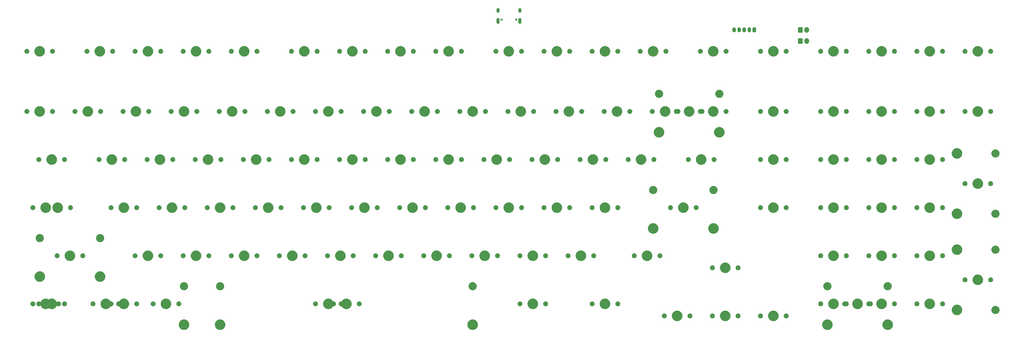
<source format=gbr>
G04 #@! TF.GenerationSoftware,KiCad,Pcbnew,8.99.0-946-gf00a1ab517*
G04 #@! TF.CreationDate,2024-05-15T19:48:55+07:00*
G04 #@! TF.ProjectId,austin,61757374-696e-42e6-9b69-6361645f7063,v2.2.6*
G04 #@! TF.SameCoordinates,PX1a96a400PY40d23d0*
G04 #@! TF.FileFunction,Soldermask,Top*
G04 #@! TF.FilePolarity,Negative*
%FSLAX46Y46*%
G04 Gerber Fmt 4.6, Leading zero omitted, Abs format (unit mm)*
G04 Created by KiCad (PCBNEW 8.99.0-946-gf00a1ab517) date 2024-05-15 19:48:55*
%MOMM*%
%LPD*%
G01*
G04 APERTURE LIST*
G04 APERTURE END LIST*
G36*
X-264435301Y-146410565D02*
G01*
X-264338251Y-146410565D01*
X-264230172Y-146430768D01*
X-264122900Y-146441334D01*
X-264041406Y-146466055D01*
X-263958521Y-146481549D01*
X-263843729Y-146526019D01*
X-263730099Y-146560489D01*
X-263665174Y-146595192D01*
X-263598306Y-146621097D01*
X-263482121Y-146693035D01*
X-263368091Y-146753986D01*
X-263320181Y-146793305D01*
X-263269867Y-146824458D01*
X-263158384Y-146926088D01*
X-263050789Y-147014389D01*
X-263018906Y-147053239D01*
X-262984387Y-147084707D01*
X-262884176Y-147217407D01*
X-262790386Y-147331691D01*
X-262772250Y-147365621D01*
X-262751585Y-147392986D01*
X-262669364Y-147558109D01*
X-262596889Y-147693699D01*
X-262589160Y-147719178D01*
X-262579396Y-147738787D01*
X-262521725Y-147941484D01*
X-262477734Y-148086500D01*
X-262476289Y-148101174D01*
X-262473680Y-148110343D01*
X-262446559Y-148403024D01*
X-262437500Y-148495000D01*
X-262446560Y-148586978D01*
X-262473680Y-148879656D01*
X-262476289Y-148888824D01*
X-262477734Y-148903500D01*
X-262521729Y-149048531D01*
X-262579396Y-149251212D01*
X-262589160Y-149270818D01*
X-262596889Y-149296301D01*
X-262669371Y-149431904D01*
X-262751585Y-149597013D01*
X-262772249Y-149624375D01*
X-262790386Y-149658309D01*
X-262884186Y-149772603D01*
X-262984387Y-149905292D01*
X-263018902Y-149936756D01*
X-263050789Y-149975611D01*
X-263158395Y-150063920D01*
X-263269867Y-150165541D01*
X-263320176Y-150196690D01*
X-263368091Y-150236014D01*
X-263482133Y-150296970D01*
X-263598306Y-150368902D01*
X-263665167Y-150394803D01*
X-263730099Y-150429511D01*
X-263843741Y-150463983D01*
X-263958521Y-150508450D01*
X-264041399Y-150523942D01*
X-264122900Y-150548666D01*
X-264230175Y-150559231D01*
X-264338251Y-150579435D01*
X-264435301Y-150579435D01*
X-264531400Y-150588900D01*
X-264627499Y-150579435D01*
X-264724549Y-150579435D01*
X-264832626Y-150559231D01*
X-264939900Y-150548666D01*
X-265021401Y-150523943D01*
X-265104280Y-150508450D01*
X-265219065Y-150463982D01*
X-265332701Y-150429511D01*
X-265397632Y-150394805D01*
X-265464495Y-150368902D01*
X-265580675Y-150296966D01*
X-265694709Y-150236014D01*
X-265742622Y-150196693D01*
X-265792934Y-150165541D01*
X-265904416Y-150063912D01*
X-266012011Y-149975611D01*
X-266043896Y-149936760D01*
X-266078414Y-149905292D01*
X-266178628Y-149772588D01*
X-266272414Y-149658309D01*
X-266290550Y-149624379D01*
X-266311216Y-149597013D01*
X-266393445Y-149431877D01*
X-266465911Y-149296301D01*
X-266473640Y-149270823D01*
X-266483405Y-149251212D01*
X-266541088Y-149048477D01*
X-266585066Y-148903500D01*
X-266586511Y-148888829D01*
X-266589121Y-148879656D01*
X-266616258Y-148586807D01*
X-266625300Y-148495000D01*
X-266616259Y-148403196D01*
X-266589121Y-148110343D01*
X-266586511Y-148101168D01*
X-266585066Y-148086500D01*
X-266541092Y-147941537D01*
X-266483405Y-147738787D01*
X-266473639Y-147719173D01*
X-266465911Y-147693699D01*
X-266393452Y-147558136D01*
X-266311216Y-147392986D01*
X-266290548Y-147365616D01*
X-266272414Y-147331691D01*
X-266178637Y-147217423D01*
X-266078414Y-147084707D01*
X-266043892Y-147053236D01*
X-266012011Y-147014389D01*
X-265904427Y-146926096D01*
X-265792934Y-146824458D01*
X-265742617Y-146793302D01*
X-265694709Y-146753986D01*
X-265580687Y-146693039D01*
X-265464495Y-146621097D01*
X-265397625Y-146595191D01*
X-265332701Y-146560489D01*
X-265219077Y-146526021D01*
X-265104280Y-146481549D01*
X-265021394Y-146466054D01*
X-264939900Y-146441334D01*
X-264832630Y-146430768D01*
X-264724549Y-146410565D01*
X-264627499Y-146410565D01*
X-264531400Y-146401100D01*
X-264435301Y-146410565D01*
G37*
G36*
X-164428901Y-146404065D02*
G01*
X-164331851Y-146404065D01*
X-164223772Y-146424268D01*
X-164116500Y-146434834D01*
X-164035006Y-146459555D01*
X-163952121Y-146475049D01*
X-163837329Y-146519519D01*
X-163723699Y-146553989D01*
X-163658774Y-146588692D01*
X-163591906Y-146614597D01*
X-163475721Y-146686535D01*
X-163361691Y-146747486D01*
X-163313781Y-146786805D01*
X-163263467Y-146817958D01*
X-163151984Y-146919588D01*
X-163044389Y-147007889D01*
X-163012506Y-147046739D01*
X-162977987Y-147078207D01*
X-162877776Y-147210907D01*
X-162783986Y-147325191D01*
X-162765850Y-147359121D01*
X-162745185Y-147386486D01*
X-162662964Y-147551609D01*
X-162590489Y-147687199D01*
X-162582760Y-147712678D01*
X-162572996Y-147732287D01*
X-162515325Y-147934984D01*
X-162471334Y-148080000D01*
X-162469889Y-148094674D01*
X-162467280Y-148103843D01*
X-162440159Y-148396524D01*
X-162431100Y-148488500D01*
X-162440160Y-148580478D01*
X-162467280Y-148873156D01*
X-162469889Y-148882324D01*
X-162471334Y-148897000D01*
X-162515329Y-149042031D01*
X-162572996Y-149244712D01*
X-162582760Y-149264318D01*
X-162590489Y-149289801D01*
X-162662971Y-149425404D01*
X-162745185Y-149590513D01*
X-162765849Y-149617875D01*
X-162783986Y-149651809D01*
X-162877781Y-149766097D01*
X-162977981Y-149898785D01*
X-162979127Y-149899830D01*
X-162981745Y-149902702D01*
X-163014080Y-149932178D01*
X-163044389Y-149969111D01*
X-163048266Y-149972292D01*
X-163050989Y-149975611D01*
X-163158591Y-150063917D01*
X-163270067Y-150165541D01*
X-163320376Y-150196690D01*
X-163368291Y-150236014D01*
X-163482333Y-150296970D01*
X-163598506Y-150368902D01*
X-163665367Y-150394803D01*
X-163730299Y-150429511D01*
X-163843941Y-150463983D01*
X-163958721Y-150508450D01*
X-164041599Y-150523942D01*
X-164123100Y-150548666D01*
X-164230375Y-150559231D01*
X-164338451Y-150579435D01*
X-164435501Y-150579435D01*
X-164531600Y-150588900D01*
X-164627699Y-150579435D01*
X-164724749Y-150579435D01*
X-164832826Y-150559231D01*
X-164940100Y-150548666D01*
X-165021601Y-150523943D01*
X-165104480Y-150508450D01*
X-165219265Y-150463982D01*
X-165332901Y-150429511D01*
X-165397832Y-150394805D01*
X-165464695Y-150368902D01*
X-165580875Y-150296966D01*
X-165694909Y-150236014D01*
X-165742822Y-150196693D01*
X-165793134Y-150165541D01*
X-165904616Y-150063912D01*
X-166012211Y-149975611D01*
X-166044096Y-149936760D01*
X-166078614Y-149905292D01*
X-166178828Y-149772588D01*
X-166272614Y-149658309D01*
X-166290750Y-149624379D01*
X-166311416Y-149597013D01*
X-166393645Y-149431877D01*
X-166466111Y-149296301D01*
X-166473840Y-149270823D01*
X-166483605Y-149251212D01*
X-166541288Y-149048477D01*
X-166585266Y-148903500D01*
X-166586711Y-148888829D01*
X-166589321Y-148879656D01*
X-166616458Y-148586807D01*
X-166625500Y-148495000D01*
X-166616459Y-148403196D01*
X-166589321Y-148110343D01*
X-166586711Y-148101168D01*
X-166585266Y-148086500D01*
X-166541292Y-147941537D01*
X-166483605Y-147738787D01*
X-166473839Y-147719173D01*
X-166466111Y-147693699D01*
X-166393652Y-147558136D01*
X-166311416Y-147392986D01*
X-166290748Y-147365616D01*
X-166272614Y-147331691D01*
X-166178837Y-147217423D01*
X-166078614Y-147084707D01*
X-166077478Y-147083672D01*
X-166074868Y-147080809D01*
X-166042518Y-147051317D01*
X-166012211Y-147014389D01*
X-166008335Y-147011207D01*
X-166005611Y-147007889D01*
X-165898026Y-146919595D01*
X-165786534Y-146817958D01*
X-165736217Y-146786802D01*
X-165688309Y-146747486D01*
X-165574287Y-146686539D01*
X-165458095Y-146614597D01*
X-165391225Y-146588691D01*
X-165326301Y-146553989D01*
X-165212677Y-146519521D01*
X-165097880Y-146475049D01*
X-165014994Y-146459554D01*
X-164933500Y-146434834D01*
X-164826230Y-146424268D01*
X-164718149Y-146404065D01*
X-164621099Y-146404065D01*
X-164525000Y-146394600D01*
X-164428901Y-146404065D01*
G37*
G36*
X-23966902Y-146410565D02*
G01*
X-23869852Y-146410565D01*
X-23761773Y-146430768D01*
X-23654501Y-146441334D01*
X-23573007Y-146466055D01*
X-23490122Y-146481549D01*
X-23375330Y-146526019D01*
X-23261700Y-146560489D01*
X-23196775Y-146595192D01*
X-23129907Y-146621097D01*
X-23013722Y-146693035D01*
X-22899692Y-146753986D01*
X-22851782Y-146793305D01*
X-22801468Y-146824458D01*
X-22689985Y-146926088D01*
X-22582390Y-147014389D01*
X-22550507Y-147053239D01*
X-22515988Y-147084707D01*
X-22415777Y-147217407D01*
X-22321987Y-147331691D01*
X-22303851Y-147365621D01*
X-22283186Y-147392986D01*
X-22200965Y-147558109D01*
X-22128490Y-147693699D01*
X-22120761Y-147719178D01*
X-22110997Y-147738787D01*
X-22053326Y-147941484D01*
X-22009335Y-148086500D01*
X-22007890Y-148101174D01*
X-22005281Y-148110343D01*
X-21978160Y-148403024D01*
X-21969101Y-148495000D01*
X-21978161Y-148586978D01*
X-22005281Y-148879656D01*
X-22007890Y-148888824D01*
X-22009335Y-148903500D01*
X-22053330Y-149048531D01*
X-22110997Y-149251212D01*
X-22120761Y-149270818D01*
X-22128490Y-149296301D01*
X-22200972Y-149431904D01*
X-22283186Y-149597013D01*
X-22303850Y-149624375D01*
X-22321987Y-149658309D01*
X-22415787Y-149772603D01*
X-22515988Y-149905292D01*
X-22550503Y-149936756D01*
X-22582390Y-149975611D01*
X-22689996Y-150063920D01*
X-22801468Y-150165541D01*
X-22851777Y-150196690D01*
X-22899692Y-150236014D01*
X-23013734Y-150296970D01*
X-23129907Y-150368902D01*
X-23196768Y-150394803D01*
X-23261700Y-150429511D01*
X-23375342Y-150463983D01*
X-23490122Y-150508450D01*
X-23573000Y-150523942D01*
X-23654501Y-150548666D01*
X-23761776Y-150559231D01*
X-23869852Y-150579435D01*
X-23966902Y-150579435D01*
X-24063001Y-150588900D01*
X-24159100Y-150579435D01*
X-24256150Y-150579435D01*
X-24364227Y-150559231D01*
X-24471501Y-150548666D01*
X-24553002Y-150523943D01*
X-24635881Y-150508450D01*
X-24750666Y-150463982D01*
X-24864302Y-150429511D01*
X-24929233Y-150394805D01*
X-24996096Y-150368902D01*
X-25112276Y-150296966D01*
X-25226310Y-150236014D01*
X-25274223Y-150196693D01*
X-25324535Y-150165541D01*
X-25436017Y-150063912D01*
X-25543612Y-149975611D01*
X-25575497Y-149936760D01*
X-25610015Y-149905292D01*
X-25710229Y-149772588D01*
X-25804015Y-149658309D01*
X-25822151Y-149624379D01*
X-25842817Y-149597013D01*
X-25925046Y-149431877D01*
X-25997512Y-149296301D01*
X-26005241Y-149270823D01*
X-26015006Y-149251212D01*
X-26072689Y-149048477D01*
X-26116667Y-148903500D01*
X-26118112Y-148888829D01*
X-26120722Y-148879656D01*
X-26147859Y-148586807D01*
X-26156901Y-148495000D01*
X-26147860Y-148403196D01*
X-26120722Y-148110343D01*
X-26118112Y-148101168D01*
X-26116667Y-148086500D01*
X-26072693Y-147941537D01*
X-26015006Y-147738787D01*
X-26005240Y-147719173D01*
X-25997512Y-147693699D01*
X-25925053Y-147558136D01*
X-25842817Y-147392986D01*
X-25822149Y-147365616D01*
X-25804015Y-147331691D01*
X-25710238Y-147217423D01*
X-25610015Y-147084707D01*
X-25575493Y-147053236D01*
X-25543612Y-147014389D01*
X-25436028Y-146926096D01*
X-25324535Y-146824458D01*
X-25274218Y-146793302D01*
X-25226310Y-146753986D01*
X-25112288Y-146693039D01*
X-24996096Y-146621097D01*
X-24929226Y-146595191D01*
X-24864302Y-146560489D01*
X-24750678Y-146526021D01*
X-24635881Y-146481549D01*
X-24552995Y-146466054D01*
X-24471501Y-146441334D01*
X-24364231Y-146430768D01*
X-24256150Y-146410565D01*
X-24159100Y-146410565D01*
X-24063001Y-146401100D01*
X-23966902Y-146410565D01*
G37*
G36*
X-90902Y-146410565D02*
G01*
X6148Y-146410565D01*
X114227Y-146430768D01*
X221499Y-146441334D01*
X302993Y-146466055D01*
X385878Y-146481549D01*
X500670Y-146526019D01*
X614300Y-146560489D01*
X679225Y-146595192D01*
X746093Y-146621097D01*
X862278Y-146693035D01*
X976308Y-146753986D01*
X1024218Y-146793305D01*
X1074532Y-146824458D01*
X1186015Y-146926088D01*
X1293610Y-147014389D01*
X1325493Y-147053239D01*
X1360012Y-147084707D01*
X1460223Y-147217407D01*
X1554013Y-147331691D01*
X1572149Y-147365621D01*
X1592814Y-147392986D01*
X1675035Y-147558109D01*
X1747510Y-147693699D01*
X1755239Y-147719178D01*
X1765003Y-147738787D01*
X1822674Y-147941484D01*
X1866665Y-148086500D01*
X1868110Y-148101174D01*
X1870719Y-148110343D01*
X1897840Y-148403024D01*
X1906899Y-148495000D01*
X1897839Y-148586978D01*
X1870719Y-148879656D01*
X1868110Y-148888824D01*
X1866665Y-148903500D01*
X1822670Y-149048531D01*
X1765003Y-149251212D01*
X1755239Y-149270818D01*
X1747510Y-149296301D01*
X1675028Y-149431904D01*
X1592814Y-149597013D01*
X1572150Y-149624375D01*
X1554013Y-149658309D01*
X1460213Y-149772603D01*
X1360012Y-149905292D01*
X1325497Y-149936756D01*
X1293610Y-149975611D01*
X1186004Y-150063920D01*
X1074532Y-150165541D01*
X1024223Y-150196690D01*
X976308Y-150236014D01*
X862266Y-150296970D01*
X746093Y-150368902D01*
X679232Y-150394803D01*
X614300Y-150429511D01*
X500658Y-150463983D01*
X385878Y-150508450D01*
X303000Y-150523942D01*
X221499Y-150548666D01*
X114224Y-150559231D01*
X6148Y-150579435D01*
X-90902Y-150579435D01*
X-187001Y-150588900D01*
X-283100Y-150579435D01*
X-380150Y-150579435D01*
X-488227Y-150559231D01*
X-595501Y-150548666D01*
X-677002Y-150523943D01*
X-759881Y-150508450D01*
X-874666Y-150463982D01*
X-988302Y-150429511D01*
X-1053233Y-150394805D01*
X-1120096Y-150368902D01*
X-1236276Y-150296966D01*
X-1350310Y-150236014D01*
X-1398223Y-150196693D01*
X-1448535Y-150165541D01*
X-1560017Y-150063912D01*
X-1667612Y-149975611D01*
X-1699497Y-149936760D01*
X-1734015Y-149905292D01*
X-1834229Y-149772588D01*
X-1928015Y-149658309D01*
X-1946151Y-149624379D01*
X-1966817Y-149597013D01*
X-2049046Y-149431877D01*
X-2121512Y-149296301D01*
X-2129241Y-149270823D01*
X-2139006Y-149251212D01*
X-2196689Y-149048477D01*
X-2240667Y-148903500D01*
X-2242112Y-148888829D01*
X-2244722Y-148879656D01*
X-2271859Y-148586807D01*
X-2280901Y-148495000D01*
X-2271860Y-148403196D01*
X-2244722Y-148110343D01*
X-2242112Y-148101168D01*
X-2240667Y-148086500D01*
X-2196693Y-147941537D01*
X-2139006Y-147738787D01*
X-2129240Y-147719173D01*
X-2121512Y-147693699D01*
X-2049053Y-147558136D01*
X-1966817Y-147392986D01*
X-1946149Y-147365616D01*
X-1928015Y-147331691D01*
X-1834238Y-147217423D01*
X-1734015Y-147084707D01*
X-1699493Y-147053236D01*
X-1667612Y-147014389D01*
X-1560028Y-146926096D01*
X-1448535Y-146824458D01*
X-1398218Y-146793302D01*
X-1350310Y-146753986D01*
X-1236288Y-146693039D01*
X-1120096Y-146621097D01*
X-1053226Y-146595191D01*
X-988302Y-146560489D01*
X-874678Y-146526021D01*
X-759881Y-146481549D01*
X-676995Y-146466054D01*
X-595501Y-146441334D01*
X-488231Y-146430768D01*
X-380150Y-146410565D01*
X-283100Y-146410565D01*
X-187001Y-146401100D01*
X-90902Y-146410565D01*
G37*
G36*
X-278728901Y-146404065D02*
G01*
X-278631851Y-146404065D01*
X-278523772Y-146424268D01*
X-278416500Y-146434834D01*
X-278335006Y-146459555D01*
X-278252121Y-146475049D01*
X-278137329Y-146519519D01*
X-278023699Y-146553989D01*
X-277958774Y-146588692D01*
X-277891906Y-146614597D01*
X-277775721Y-146686535D01*
X-277661691Y-146747486D01*
X-277613781Y-146786805D01*
X-277563467Y-146817958D01*
X-277451984Y-146919588D01*
X-277344389Y-147007889D01*
X-277312506Y-147046739D01*
X-277277987Y-147078207D01*
X-277177776Y-147210907D01*
X-277083986Y-147325191D01*
X-277065850Y-147359121D01*
X-277045185Y-147386486D01*
X-276962964Y-147551609D01*
X-276890489Y-147687199D01*
X-276882760Y-147712678D01*
X-276872996Y-147732287D01*
X-276815325Y-147934984D01*
X-276771334Y-148080000D01*
X-276769889Y-148094674D01*
X-276767280Y-148103843D01*
X-276740159Y-148396524D01*
X-276731100Y-148488500D01*
X-276740160Y-148580478D01*
X-276767280Y-148873156D01*
X-276769889Y-148882324D01*
X-276771334Y-148897000D01*
X-276815329Y-149042031D01*
X-276872996Y-149244712D01*
X-276882760Y-149264318D01*
X-276890489Y-149289801D01*
X-276962971Y-149425404D01*
X-277045185Y-149590513D01*
X-277065849Y-149617875D01*
X-277083986Y-149651809D01*
X-277177786Y-149766103D01*
X-277277987Y-149898792D01*
X-277312502Y-149930256D01*
X-277344389Y-149969111D01*
X-277451995Y-150057420D01*
X-277563467Y-150159041D01*
X-277613776Y-150190190D01*
X-277661691Y-150229514D01*
X-277775733Y-150290470D01*
X-277891906Y-150362402D01*
X-277958767Y-150388303D01*
X-278023699Y-150423011D01*
X-278137341Y-150457483D01*
X-278252121Y-150501950D01*
X-278334999Y-150517442D01*
X-278416500Y-150542166D01*
X-278523775Y-150552731D01*
X-278631851Y-150572935D01*
X-278728901Y-150572935D01*
X-278825000Y-150582400D01*
X-278921099Y-150572935D01*
X-279018149Y-150572935D01*
X-279126226Y-150552731D01*
X-279233500Y-150542166D01*
X-279315001Y-150517443D01*
X-279397880Y-150501950D01*
X-279512665Y-150457482D01*
X-279626301Y-150423011D01*
X-279691232Y-150388305D01*
X-279758095Y-150362402D01*
X-279874275Y-150290466D01*
X-279988309Y-150229514D01*
X-280036222Y-150190193D01*
X-280086534Y-150159041D01*
X-280198016Y-150057412D01*
X-280305611Y-149969111D01*
X-280337496Y-149930260D01*
X-280372014Y-149898792D01*
X-280472228Y-149766088D01*
X-280566014Y-149651809D01*
X-280584150Y-149617879D01*
X-280604816Y-149590513D01*
X-280687045Y-149425377D01*
X-280759511Y-149289801D01*
X-280767240Y-149264323D01*
X-280777005Y-149244712D01*
X-280834688Y-149041977D01*
X-280878666Y-148897000D01*
X-280880111Y-148882329D01*
X-280882721Y-148873156D01*
X-280909858Y-148580307D01*
X-280918900Y-148488500D01*
X-280909859Y-148396696D01*
X-280882721Y-148103843D01*
X-280880111Y-148094668D01*
X-280878666Y-148080000D01*
X-280834692Y-147935037D01*
X-280777005Y-147732287D01*
X-280767239Y-147712673D01*
X-280759511Y-147687199D01*
X-280687052Y-147551636D01*
X-280604816Y-147386486D01*
X-280584148Y-147359116D01*
X-280566014Y-147325191D01*
X-280472237Y-147210923D01*
X-280372014Y-147078207D01*
X-280337492Y-147046736D01*
X-280305611Y-147007889D01*
X-280198027Y-146919596D01*
X-280086534Y-146817958D01*
X-280036217Y-146786802D01*
X-279988309Y-146747486D01*
X-279874287Y-146686539D01*
X-279758095Y-146614597D01*
X-279691225Y-146588691D01*
X-279626301Y-146553989D01*
X-279512677Y-146519521D01*
X-279397880Y-146475049D01*
X-279314994Y-146459554D01*
X-279233500Y-146434834D01*
X-279126230Y-146424268D01*
X-279018149Y-146404065D01*
X-278921099Y-146404065D01*
X-278825000Y-146394600D01*
X-278728901Y-146404065D01*
G37*
G36*
X-83466401Y-142918065D02*
G01*
X-83369351Y-142918065D01*
X-83261272Y-142938268D01*
X-83154000Y-142948834D01*
X-83072506Y-142973555D01*
X-82989621Y-142989049D01*
X-82874829Y-143033519D01*
X-82761199Y-143067989D01*
X-82696274Y-143102692D01*
X-82629406Y-143128597D01*
X-82513221Y-143200535D01*
X-82399191Y-143261486D01*
X-82351281Y-143300805D01*
X-82300967Y-143331958D01*
X-82189484Y-143433588D01*
X-82081889Y-143521889D01*
X-82050006Y-143560739D01*
X-82015487Y-143592207D01*
X-81915276Y-143724907D01*
X-81821486Y-143839191D01*
X-81803350Y-143873121D01*
X-81782685Y-143900486D01*
X-81700464Y-144065609D01*
X-81627989Y-144201199D01*
X-81620260Y-144226678D01*
X-81610496Y-144246287D01*
X-81552825Y-144448984D01*
X-81508834Y-144594000D01*
X-81507389Y-144608674D01*
X-81504780Y-144617843D01*
X-81477659Y-144910524D01*
X-81468600Y-145002500D01*
X-81477660Y-145094478D01*
X-81504780Y-145387156D01*
X-81507389Y-145396324D01*
X-81508834Y-145411000D01*
X-81552829Y-145556031D01*
X-81610496Y-145758712D01*
X-81620260Y-145778318D01*
X-81627989Y-145803801D01*
X-81700471Y-145939404D01*
X-81782685Y-146104513D01*
X-81803349Y-146131875D01*
X-81821486Y-146165809D01*
X-81915286Y-146280103D01*
X-82015487Y-146412792D01*
X-82050002Y-146444256D01*
X-82081889Y-146483111D01*
X-82189495Y-146571420D01*
X-82300967Y-146673041D01*
X-82351276Y-146704190D01*
X-82399191Y-146743514D01*
X-82513233Y-146804470D01*
X-82629406Y-146876402D01*
X-82696267Y-146902303D01*
X-82761199Y-146937011D01*
X-82874841Y-146971483D01*
X-82989621Y-147015950D01*
X-83072499Y-147031442D01*
X-83154000Y-147056166D01*
X-83261275Y-147066731D01*
X-83369351Y-147086935D01*
X-83466401Y-147086935D01*
X-83562500Y-147096400D01*
X-83658599Y-147086935D01*
X-83755649Y-147086935D01*
X-83863726Y-147066731D01*
X-83971000Y-147056166D01*
X-84052501Y-147031443D01*
X-84135380Y-147015950D01*
X-84250165Y-146971482D01*
X-84363801Y-146937011D01*
X-84428732Y-146902305D01*
X-84495595Y-146876402D01*
X-84611775Y-146804466D01*
X-84725809Y-146743514D01*
X-84773722Y-146704193D01*
X-84824034Y-146673041D01*
X-84935516Y-146571412D01*
X-85043111Y-146483111D01*
X-85074996Y-146444260D01*
X-85109514Y-146412792D01*
X-85209728Y-146280088D01*
X-85303514Y-146165809D01*
X-85321650Y-146131879D01*
X-85342316Y-146104513D01*
X-85424545Y-145939377D01*
X-85497011Y-145803801D01*
X-85504740Y-145778323D01*
X-85514505Y-145758712D01*
X-85572188Y-145555977D01*
X-85616166Y-145411000D01*
X-85617611Y-145396329D01*
X-85620221Y-145387156D01*
X-85647358Y-145094307D01*
X-85656400Y-145002500D01*
X-85647359Y-144910696D01*
X-85620221Y-144617843D01*
X-85617611Y-144608668D01*
X-85616166Y-144594000D01*
X-85572192Y-144449037D01*
X-85514505Y-144246287D01*
X-85504739Y-144226673D01*
X-85497011Y-144201199D01*
X-85424552Y-144065636D01*
X-85342316Y-143900486D01*
X-85321648Y-143873116D01*
X-85303514Y-143839191D01*
X-85209737Y-143724923D01*
X-85109514Y-143592207D01*
X-85074992Y-143560736D01*
X-85043111Y-143521889D01*
X-84935527Y-143433596D01*
X-84824034Y-143331958D01*
X-84773717Y-143300802D01*
X-84725809Y-143261486D01*
X-84611787Y-143200539D01*
X-84495595Y-143128597D01*
X-84428725Y-143102691D01*
X-84363801Y-143067989D01*
X-84250177Y-143033521D01*
X-84135380Y-142989049D01*
X-84052494Y-142973554D01*
X-83971000Y-142948834D01*
X-83863730Y-142938268D01*
X-83755649Y-142918065D01*
X-83658599Y-142918065D01*
X-83562500Y-142908600D01*
X-83466401Y-142918065D01*
G37*
G36*
X-64416401Y-142918065D02*
G01*
X-64319351Y-142918065D01*
X-64211272Y-142938268D01*
X-64104000Y-142948834D01*
X-64022506Y-142973555D01*
X-63939621Y-142989049D01*
X-63824829Y-143033519D01*
X-63711199Y-143067989D01*
X-63646274Y-143102692D01*
X-63579406Y-143128597D01*
X-63463221Y-143200535D01*
X-63349191Y-143261486D01*
X-63301281Y-143300805D01*
X-63250967Y-143331958D01*
X-63139484Y-143433588D01*
X-63031889Y-143521889D01*
X-63000006Y-143560739D01*
X-62965487Y-143592207D01*
X-62865276Y-143724907D01*
X-62771486Y-143839191D01*
X-62753350Y-143873121D01*
X-62732685Y-143900486D01*
X-62650464Y-144065609D01*
X-62577989Y-144201199D01*
X-62570260Y-144226678D01*
X-62560496Y-144246287D01*
X-62502825Y-144448984D01*
X-62458834Y-144594000D01*
X-62457389Y-144608674D01*
X-62454780Y-144617843D01*
X-62427659Y-144910524D01*
X-62418600Y-145002500D01*
X-62427660Y-145094478D01*
X-62454780Y-145387156D01*
X-62457389Y-145396324D01*
X-62458834Y-145411000D01*
X-62502829Y-145556031D01*
X-62560496Y-145758712D01*
X-62570260Y-145778318D01*
X-62577989Y-145803801D01*
X-62650471Y-145939404D01*
X-62732685Y-146104513D01*
X-62753349Y-146131875D01*
X-62771486Y-146165809D01*
X-62865286Y-146280103D01*
X-62965487Y-146412792D01*
X-63000002Y-146444256D01*
X-63031889Y-146483111D01*
X-63139495Y-146571420D01*
X-63250967Y-146673041D01*
X-63301276Y-146704190D01*
X-63349191Y-146743514D01*
X-63463233Y-146804470D01*
X-63579406Y-146876402D01*
X-63646267Y-146902303D01*
X-63711199Y-146937011D01*
X-63824841Y-146971483D01*
X-63939621Y-147015950D01*
X-64022499Y-147031442D01*
X-64104000Y-147056166D01*
X-64211275Y-147066731D01*
X-64319351Y-147086935D01*
X-64416401Y-147086935D01*
X-64512500Y-147096400D01*
X-64608599Y-147086935D01*
X-64705649Y-147086935D01*
X-64813726Y-147066731D01*
X-64921000Y-147056166D01*
X-65002501Y-147031443D01*
X-65085380Y-147015950D01*
X-65200165Y-146971482D01*
X-65313801Y-146937011D01*
X-65378732Y-146902305D01*
X-65445595Y-146876402D01*
X-65561775Y-146804466D01*
X-65675809Y-146743514D01*
X-65723722Y-146704193D01*
X-65774034Y-146673041D01*
X-65885516Y-146571412D01*
X-65993111Y-146483111D01*
X-66024996Y-146444260D01*
X-66059514Y-146412792D01*
X-66159728Y-146280088D01*
X-66253514Y-146165809D01*
X-66271650Y-146131879D01*
X-66292316Y-146104513D01*
X-66374545Y-145939377D01*
X-66447011Y-145803801D01*
X-66454740Y-145778323D01*
X-66464505Y-145758712D01*
X-66522188Y-145555977D01*
X-66566166Y-145411000D01*
X-66567611Y-145396329D01*
X-66570221Y-145387156D01*
X-66597358Y-145094307D01*
X-66606400Y-145002500D01*
X-66597359Y-144910696D01*
X-66570221Y-144617843D01*
X-66567611Y-144608668D01*
X-66566166Y-144594000D01*
X-66522192Y-144449037D01*
X-66464505Y-144246287D01*
X-66454739Y-144226673D01*
X-66447011Y-144201199D01*
X-66374552Y-144065636D01*
X-66292316Y-143900486D01*
X-66271648Y-143873116D01*
X-66253514Y-143839191D01*
X-66159737Y-143724923D01*
X-66059514Y-143592207D01*
X-66024992Y-143560736D01*
X-65993111Y-143521889D01*
X-65885527Y-143433596D01*
X-65774034Y-143331958D01*
X-65723717Y-143300802D01*
X-65675809Y-143261486D01*
X-65561787Y-143200539D01*
X-65445595Y-143128597D01*
X-65378725Y-143102691D01*
X-65313801Y-143067989D01*
X-65200177Y-143033521D01*
X-65085380Y-142989049D01*
X-65002494Y-142973554D01*
X-64921000Y-142948834D01*
X-64813730Y-142938268D01*
X-64705649Y-142918065D01*
X-64608599Y-142918065D01*
X-64512500Y-142908600D01*
X-64416401Y-142918065D01*
G37*
G36*
X-45366401Y-142918065D02*
G01*
X-45269351Y-142918065D01*
X-45161272Y-142938268D01*
X-45054000Y-142948834D01*
X-44972506Y-142973555D01*
X-44889621Y-142989049D01*
X-44774829Y-143033519D01*
X-44661199Y-143067989D01*
X-44596274Y-143102692D01*
X-44529406Y-143128597D01*
X-44413221Y-143200535D01*
X-44299191Y-143261486D01*
X-44251281Y-143300805D01*
X-44200967Y-143331958D01*
X-44089484Y-143433588D01*
X-43981889Y-143521889D01*
X-43950006Y-143560739D01*
X-43915487Y-143592207D01*
X-43815276Y-143724907D01*
X-43721486Y-143839191D01*
X-43703350Y-143873121D01*
X-43682685Y-143900486D01*
X-43600464Y-144065609D01*
X-43527989Y-144201199D01*
X-43520260Y-144226678D01*
X-43510496Y-144246287D01*
X-43452825Y-144448984D01*
X-43408834Y-144594000D01*
X-43407389Y-144608674D01*
X-43404780Y-144617843D01*
X-43377659Y-144910524D01*
X-43368600Y-145002500D01*
X-43377660Y-145094478D01*
X-43404780Y-145387156D01*
X-43407389Y-145396324D01*
X-43408834Y-145411000D01*
X-43452829Y-145556031D01*
X-43510496Y-145758712D01*
X-43520260Y-145778318D01*
X-43527989Y-145803801D01*
X-43600471Y-145939404D01*
X-43682685Y-146104513D01*
X-43703349Y-146131875D01*
X-43721486Y-146165809D01*
X-43815286Y-146280103D01*
X-43915487Y-146412792D01*
X-43950002Y-146444256D01*
X-43981889Y-146483111D01*
X-44089495Y-146571420D01*
X-44200967Y-146673041D01*
X-44251276Y-146704190D01*
X-44299191Y-146743514D01*
X-44413233Y-146804470D01*
X-44529406Y-146876402D01*
X-44596267Y-146902303D01*
X-44661199Y-146937011D01*
X-44774841Y-146971483D01*
X-44889621Y-147015950D01*
X-44972499Y-147031442D01*
X-45054000Y-147056166D01*
X-45161275Y-147066731D01*
X-45269351Y-147086935D01*
X-45366401Y-147086935D01*
X-45462500Y-147096400D01*
X-45558599Y-147086935D01*
X-45655649Y-147086935D01*
X-45763726Y-147066731D01*
X-45871000Y-147056166D01*
X-45952501Y-147031443D01*
X-46035380Y-147015950D01*
X-46150165Y-146971482D01*
X-46263801Y-146937011D01*
X-46328732Y-146902305D01*
X-46395595Y-146876402D01*
X-46511775Y-146804466D01*
X-46625809Y-146743514D01*
X-46673722Y-146704193D01*
X-46724034Y-146673041D01*
X-46835516Y-146571412D01*
X-46943111Y-146483111D01*
X-46974996Y-146444260D01*
X-47009514Y-146412792D01*
X-47109728Y-146280088D01*
X-47203514Y-146165809D01*
X-47221650Y-146131879D01*
X-47242316Y-146104513D01*
X-47324545Y-145939377D01*
X-47397011Y-145803801D01*
X-47404740Y-145778323D01*
X-47414505Y-145758712D01*
X-47472188Y-145555977D01*
X-47516166Y-145411000D01*
X-47517611Y-145396329D01*
X-47520221Y-145387156D01*
X-47547358Y-145094307D01*
X-47556400Y-145002500D01*
X-47547359Y-144910696D01*
X-47520221Y-144617843D01*
X-47517611Y-144608668D01*
X-47516166Y-144594000D01*
X-47472192Y-144449037D01*
X-47414505Y-144246287D01*
X-47404739Y-144226673D01*
X-47397011Y-144201199D01*
X-47324552Y-144065636D01*
X-47242316Y-143900486D01*
X-47221648Y-143873116D01*
X-47203514Y-143839191D01*
X-47109737Y-143724923D01*
X-47009514Y-143592207D01*
X-46974992Y-143560736D01*
X-46943111Y-143521889D01*
X-46835527Y-143433596D01*
X-46724034Y-143331958D01*
X-46673717Y-143300802D01*
X-46625809Y-143261486D01*
X-46511787Y-143200539D01*
X-46395595Y-143128597D01*
X-46328725Y-143102691D01*
X-46263801Y-143067989D01*
X-46150177Y-143033521D01*
X-46035380Y-142989049D01*
X-45952494Y-142973554D01*
X-45871000Y-142948834D01*
X-45763730Y-142938268D01*
X-45655649Y-142918065D01*
X-45558599Y-142918065D01*
X-45462500Y-142908600D01*
X-45366401Y-142918065D01*
G37*
G36*
X-88575316Y-144037424D02*
G01*
X-88503743Y-144037424D01*
X-88445568Y-144054505D01*
X-88390429Y-144061765D01*
X-88316364Y-144092443D01*
X-88237470Y-144115609D01*
X-88195828Y-144142371D01*
X-88155539Y-144159059D01*
X-88081709Y-144215710D01*
X-88004011Y-144265644D01*
X-87978966Y-144294547D01*
X-87953834Y-144313832D01*
X-87888683Y-144398739D01*
X-87822278Y-144475375D01*
X-87811103Y-144499845D01*
X-87799060Y-144515540D01*
X-87751514Y-144630327D01*
X-87706994Y-144727811D01*
X-87704793Y-144743120D01*
X-87701766Y-144750428D01*
X-87680308Y-144913422D01*
X-87667500Y-145002500D01*
X-87680308Y-145091581D01*
X-87701766Y-145254571D01*
X-87704793Y-145261877D01*
X-87706994Y-145277189D01*
X-87751514Y-145374672D01*
X-87799060Y-145489461D01*
X-87811104Y-145505156D01*
X-87822278Y-145529625D01*
X-87888688Y-145606265D01*
X-87953834Y-145691166D01*
X-87978961Y-145710446D01*
X-88004011Y-145739356D01*
X-88081720Y-145789296D01*
X-88155539Y-145845940D01*
X-88195823Y-145862626D01*
X-88237470Y-145889391D01*
X-88316372Y-145912558D01*
X-88390429Y-145943234D01*
X-88445562Y-145950492D01*
X-88503743Y-145967576D01*
X-88575324Y-145967576D01*
X-88642500Y-145976420D01*
X-88709677Y-145967576D01*
X-88781257Y-145967576D01*
X-88839438Y-145950492D01*
X-88894572Y-145943234D01*
X-88968632Y-145912557D01*
X-89047530Y-145889391D01*
X-89089176Y-145862627D01*
X-89129462Y-145845940D01*
X-89203287Y-145789292D01*
X-89280989Y-145739356D01*
X-89306038Y-145710448D01*
X-89331167Y-145691166D01*
X-89396322Y-145606255D01*
X-89462722Y-145529625D01*
X-89473895Y-145505159D01*
X-89485941Y-145489461D01*
X-89533498Y-145374648D01*
X-89578006Y-145277189D01*
X-89580207Y-145261881D01*
X-89583235Y-145254571D01*
X-89604705Y-145091498D01*
X-89617500Y-145002500D01*
X-89604705Y-144913505D01*
X-89583235Y-144750428D01*
X-89580207Y-144743116D01*
X-89578006Y-144727811D01*
X-89533498Y-144630350D01*
X-89485941Y-144515540D01*
X-89473896Y-144499842D01*
X-89462722Y-144475375D01*
X-89396323Y-144398745D01*
X-89331167Y-144313833D01*
X-89306036Y-144294548D01*
X-89280989Y-144265644D01*
X-89203287Y-144215707D01*
X-89129460Y-144159059D01*
X-89089174Y-144142371D01*
X-89047530Y-144115609D01*
X-88968638Y-144092444D01*
X-88894572Y-144061765D01*
X-88839432Y-144054505D01*
X-88781257Y-144037424D01*
X-88709684Y-144037424D01*
X-88642500Y-144028579D01*
X-88575316Y-144037424D01*
G37*
G36*
X-78415316Y-144037424D02*
G01*
X-78343743Y-144037424D01*
X-78285568Y-144054505D01*
X-78230429Y-144061765D01*
X-78156364Y-144092443D01*
X-78077470Y-144115609D01*
X-78035828Y-144142371D01*
X-77995539Y-144159059D01*
X-77921709Y-144215710D01*
X-77844011Y-144265644D01*
X-77818966Y-144294547D01*
X-77793834Y-144313832D01*
X-77728683Y-144398739D01*
X-77662278Y-144475375D01*
X-77651103Y-144499845D01*
X-77639060Y-144515540D01*
X-77591514Y-144630327D01*
X-77546994Y-144727811D01*
X-77544793Y-144743120D01*
X-77541766Y-144750428D01*
X-77520308Y-144913422D01*
X-77507500Y-145002500D01*
X-77520308Y-145091581D01*
X-77541766Y-145254571D01*
X-77544793Y-145261877D01*
X-77546994Y-145277189D01*
X-77591514Y-145374672D01*
X-77639060Y-145489461D01*
X-77651104Y-145505156D01*
X-77662278Y-145529625D01*
X-77728688Y-145606265D01*
X-77793834Y-145691166D01*
X-77818961Y-145710446D01*
X-77844011Y-145739356D01*
X-77921720Y-145789296D01*
X-77995539Y-145845940D01*
X-78035823Y-145862626D01*
X-78077470Y-145889391D01*
X-78156372Y-145912558D01*
X-78230429Y-145943234D01*
X-78285562Y-145950492D01*
X-78343743Y-145967576D01*
X-78415324Y-145967576D01*
X-78482500Y-145976420D01*
X-78549677Y-145967576D01*
X-78621257Y-145967576D01*
X-78679438Y-145950492D01*
X-78734572Y-145943234D01*
X-78808632Y-145912557D01*
X-78887530Y-145889391D01*
X-78929176Y-145862627D01*
X-78969462Y-145845940D01*
X-79043287Y-145789292D01*
X-79120989Y-145739356D01*
X-79146038Y-145710448D01*
X-79171167Y-145691166D01*
X-79236322Y-145606255D01*
X-79302722Y-145529625D01*
X-79313895Y-145505159D01*
X-79325941Y-145489461D01*
X-79373498Y-145374648D01*
X-79418006Y-145277189D01*
X-79420207Y-145261881D01*
X-79423235Y-145254571D01*
X-79444705Y-145091498D01*
X-79457500Y-145002500D01*
X-79444705Y-144913505D01*
X-79423235Y-144750428D01*
X-79420207Y-144743116D01*
X-79418006Y-144727811D01*
X-79373498Y-144630350D01*
X-79325941Y-144515540D01*
X-79313896Y-144499842D01*
X-79302722Y-144475375D01*
X-79236323Y-144398745D01*
X-79171167Y-144313833D01*
X-79146036Y-144294548D01*
X-79120989Y-144265644D01*
X-79043287Y-144215707D01*
X-78969460Y-144159059D01*
X-78929174Y-144142371D01*
X-78887530Y-144115609D01*
X-78808638Y-144092444D01*
X-78734572Y-144061765D01*
X-78679432Y-144054505D01*
X-78621257Y-144037424D01*
X-78549684Y-144037424D01*
X-78482500Y-144028579D01*
X-78415316Y-144037424D01*
G37*
G36*
X-69525316Y-144037424D02*
G01*
X-69453743Y-144037424D01*
X-69395568Y-144054505D01*
X-69340429Y-144061765D01*
X-69266364Y-144092443D01*
X-69187470Y-144115609D01*
X-69145828Y-144142371D01*
X-69105539Y-144159059D01*
X-69031709Y-144215710D01*
X-68954011Y-144265644D01*
X-68928966Y-144294547D01*
X-68903834Y-144313832D01*
X-68838683Y-144398739D01*
X-68772278Y-144475375D01*
X-68761103Y-144499845D01*
X-68749060Y-144515540D01*
X-68701514Y-144630327D01*
X-68656994Y-144727811D01*
X-68654793Y-144743120D01*
X-68651766Y-144750428D01*
X-68630308Y-144913422D01*
X-68617500Y-145002500D01*
X-68630308Y-145091581D01*
X-68651766Y-145254571D01*
X-68654793Y-145261877D01*
X-68656994Y-145277189D01*
X-68701514Y-145374672D01*
X-68749060Y-145489461D01*
X-68761104Y-145505156D01*
X-68772278Y-145529625D01*
X-68838688Y-145606265D01*
X-68903834Y-145691166D01*
X-68928961Y-145710446D01*
X-68954011Y-145739356D01*
X-69031720Y-145789296D01*
X-69105539Y-145845940D01*
X-69145823Y-145862626D01*
X-69187470Y-145889391D01*
X-69266372Y-145912558D01*
X-69340429Y-145943234D01*
X-69395562Y-145950492D01*
X-69453743Y-145967576D01*
X-69525324Y-145967576D01*
X-69592500Y-145976420D01*
X-69659677Y-145967576D01*
X-69731257Y-145967576D01*
X-69789438Y-145950492D01*
X-69844572Y-145943234D01*
X-69918632Y-145912557D01*
X-69997530Y-145889391D01*
X-70039176Y-145862627D01*
X-70079462Y-145845940D01*
X-70153287Y-145789292D01*
X-70230989Y-145739356D01*
X-70256038Y-145710448D01*
X-70281167Y-145691166D01*
X-70346322Y-145606255D01*
X-70412722Y-145529625D01*
X-70423895Y-145505159D01*
X-70435941Y-145489461D01*
X-70483498Y-145374648D01*
X-70528006Y-145277189D01*
X-70530207Y-145261881D01*
X-70533235Y-145254571D01*
X-70554705Y-145091498D01*
X-70567500Y-145002500D01*
X-70554705Y-144913505D01*
X-70533235Y-144750428D01*
X-70530207Y-144743116D01*
X-70528006Y-144727811D01*
X-70483498Y-144630350D01*
X-70435941Y-144515540D01*
X-70423896Y-144499842D01*
X-70412722Y-144475375D01*
X-70346323Y-144398745D01*
X-70281167Y-144313833D01*
X-70256036Y-144294548D01*
X-70230989Y-144265644D01*
X-70153287Y-144215707D01*
X-70079460Y-144159059D01*
X-70039174Y-144142371D01*
X-69997530Y-144115609D01*
X-69918638Y-144092444D01*
X-69844572Y-144061765D01*
X-69789432Y-144054505D01*
X-69731257Y-144037424D01*
X-69659684Y-144037424D01*
X-69592500Y-144028579D01*
X-69525316Y-144037424D01*
G37*
G36*
X-59365316Y-144037424D02*
G01*
X-59293743Y-144037424D01*
X-59235568Y-144054505D01*
X-59180429Y-144061765D01*
X-59106364Y-144092443D01*
X-59027470Y-144115609D01*
X-58985828Y-144142371D01*
X-58945539Y-144159059D01*
X-58871709Y-144215710D01*
X-58794011Y-144265644D01*
X-58768966Y-144294547D01*
X-58743834Y-144313832D01*
X-58678683Y-144398739D01*
X-58612278Y-144475375D01*
X-58601103Y-144499845D01*
X-58589060Y-144515540D01*
X-58541514Y-144630327D01*
X-58496994Y-144727811D01*
X-58494793Y-144743120D01*
X-58491766Y-144750428D01*
X-58470308Y-144913422D01*
X-58457500Y-145002500D01*
X-58470308Y-145091581D01*
X-58491766Y-145254571D01*
X-58494793Y-145261877D01*
X-58496994Y-145277189D01*
X-58541514Y-145374672D01*
X-58589060Y-145489461D01*
X-58601104Y-145505156D01*
X-58612278Y-145529625D01*
X-58678688Y-145606265D01*
X-58743834Y-145691166D01*
X-58768961Y-145710446D01*
X-58794011Y-145739356D01*
X-58871720Y-145789296D01*
X-58945539Y-145845940D01*
X-58985823Y-145862626D01*
X-59027470Y-145889391D01*
X-59106372Y-145912558D01*
X-59180429Y-145943234D01*
X-59235562Y-145950492D01*
X-59293743Y-145967576D01*
X-59365324Y-145967576D01*
X-59432500Y-145976420D01*
X-59499677Y-145967576D01*
X-59571257Y-145967576D01*
X-59629438Y-145950492D01*
X-59684572Y-145943234D01*
X-59758632Y-145912557D01*
X-59837530Y-145889391D01*
X-59879176Y-145862627D01*
X-59919462Y-145845940D01*
X-59993287Y-145789292D01*
X-60070989Y-145739356D01*
X-60096038Y-145710448D01*
X-60121167Y-145691166D01*
X-60186322Y-145606255D01*
X-60252722Y-145529625D01*
X-60263895Y-145505159D01*
X-60275941Y-145489461D01*
X-60323498Y-145374648D01*
X-60368006Y-145277189D01*
X-60370207Y-145261881D01*
X-60373235Y-145254571D01*
X-60394705Y-145091498D01*
X-60407500Y-145002500D01*
X-60394705Y-144913505D01*
X-60373235Y-144750428D01*
X-60370207Y-144743116D01*
X-60368006Y-144727811D01*
X-60323498Y-144630350D01*
X-60275941Y-144515540D01*
X-60263896Y-144499842D01*
X-60252722Y-144475375D01*
X-60186323Y-144398745D01*
X-60121167Y-144313833D01*
X-60096036Y-144294548D01*
X-60070989Y-144265644D01*
X-59993287Y-144215707D01*
X-59919460Y-144159059D01*
X-59879174Y-144142371D01*
X-59837530Y-144115609D01*
X-59758638Y-144092444D01*
X-59684572Y-144061765D01*
X-59629432Y-144054505D01*
X-59571257Y-144037424D01*
X-59499684Y-144037424D01*
X-59432500Y-144028579D01*
X-59365316Y-144037424D01*
G37*
G36*
X-50475316Y-144037424D02*
G01*
X-50403743Y-144037424D01*
X-50345568Y-144054505D01*
X-50290429Y-144061765D01*
X-50216364Y-144092443D01*
X-50137470Y-144115609D01*
X-50095828Y-144142371D01*
X-50055539Y-144159059D01*
X-49981709Y-144215710D01*
X-49904011Y-144265644D01*
X-49878966Y-144294547D01*
X-49853834Y-144313832D01*
X-49788683Y-144398739D01*
X-49722278Y-144475375D01*
X-49711103Y-144499845D01*
X-49699060Y-144515540D01*
X-49651514Y-144630327D01*
X-49606994Y-144727811D01*
X-49604793Y-144743120D01*
X-49601766Y-144750428D01*
X-49580308Y-144913422D01*
X-49567500Y-145002500D01*
X-49580308Y-145091581D01*
X-49601766Y-145254571D01*
X-49604793Y-145261877D01*
X-49606994Y-145277189D01*
X-49651514Y-145374672D01*
X-49699060Y-145489461D01*
X-49711104Y-145505156D01*
X-49722278Y-145529625D01*
X-49788688Y-145606265D01*
X-49853834Y-145691166D01*
X-49878961Y-145710446D01*
X-49904011Y-145739356D01*
X-49981720Y-145789296D01*
X-50055539Y-145845940D01*
X-50095823Y-145862626D01*
X-50137470Y-145889391D01*
X-50216372Y-145912558D01*
X-50290429Y-145943234D01*
X-50345562Y-145950492D01*
X-50403743Y-145967576D01*
X-50475324Y-145967576D01*
X-50542500Y-145976420D01*
X-50609677Y-145967576D01*
X-50681257Y-145967576D01*
X-50739438Y-145950492D01*
X-50794572Y-145943234D01*
X-50868632Y-145912557D01*
X-50947530Y-145889391D01*
X-50989176Y-145862627D01*
X-51029462Y-145845940D01*
X-51103287Y-145789292D01*
X-51180989Y-145739356D01*
X-51206038Y-145710448D01*
X-51231167Y-145691166D01*
X-51296322Y-145606255D01*
X-51362722Y-145529625D01*
X-51373895Y-145505159D01*
X-51385941Y-145489461D01*
X-51433498Y-145374648D01*
X-51478006Y-145277189D01*
X-51480207Y-145261881D01*
X-51483235Y-145254571D01*
X-51504705Y-145091498D01*
X-51517500Y-145002500D01*
X-51504705Y-144913505D01*
X-51483235Y-144750428D01*
X-51480207Y-144743116D01*
X-51478006Y-144727811D01*
X-51433498Y-144630350D01*
X-51385941Y-144515540D01*
X-51373896Y-144499842D01*
X-51362722Y-144475375D01*
X-51296323Y-144398745D01*
X-51231167Y-144313833D01*
X-51206036Y-144294548D01*
X-51180989Y-144265644D01*
X-51103287Y-144215707D01*
X-51029460Y-144159059D01*
X-50989174Y-144142371D01*
X-50947530Y-144115609D01*
X-50868638Y-144092444D01*
X-50794572Y-144061765D01*
X-50739432Y-144054505D01*
X-50681257Y-144037424D01*
X-50609684Y-144037424D01*
X-50542500Y-144028579D01*
X-50475316Y-144037424D01*
G37*
G36*
X-40315316Y-144037424D02*
G01*
X-40243743Y-144037424D01*
X-40185568Y-144054505D01*
X-40130429Y-144061765D01*
X-40056364Y-144092443D01*
X-39977470Y-144115609D01*
X-39935828Y-144142371D01*
X-39895539Y-144159059D01*
X-39821709Y-144215710D01*
X-39744011Y-144265644D01*
X-39718966Y-144294547D01*
X-39693834Y-144313832D01*
X-39628683Y-144398739D01*
X-39562278Y-144475375D01*
X-39551103Y-144499845D01*
X-39539060Y-144515540D01*
X-39491514Y-144630327D01*
X-39446994Y-144727811D01*
X-39444793Y-144743120D01*
X-39441766Y-144750428D01*
X-39420308Y-144913422D01*
X-39407500Y-145002500D01*
X-39420308Y-145091581D01*
X-39441766Y-145254571D01*
X-39444793Y-145261877D01*
X-39446994Y-145277189D01*
X-39491514Y-145374672D01*
X-39539060Y-145489461D01*
X-39551104Y-145505156D01*
X-39562278Y-145529625D01*
X-39628688Y-145606265D01*
X-39693834Y-145691166D01*
X-39718961Y-145710446D01*
X-39744011Y-145739356D01*
X-39821720Y-145789296D01*
X-39895539Y-145845940D01*
X-39935823Y-145862626D01*
X-39977470Y-145889391D01*
X-40056372Y-145912558D01*
X-40130429Y-145943234D01*
X-40185562Y-145950492D01*
X-40243743Y-145967576D01*
X-40315324Y-145967576D01*
X-40382500Y-145976420D01*
X-40449677Y-145967576D01*
X-40521257Y-145967576D01*
X-40579438Y-145950492D01*
X-40634572Y-145943234D01*
X-40708632Y-145912557D01*
X-40787530Y-145889391D01*
X-40829176Y-145862627D01*
X-40869462Y-145845940D01*
X-40943287Y-145789292D01*
X-41020989Y-145739356D01*
X-41046038Y-145710448D01*
X-41071167Y-145691166D01*
X-41136322Y-145606255D01*
X-41202722Y-145529625D01*
X-41213895Y-145505159D01*
X-41225941Y-145489461D01*
X-41273498Y-145374648D01*
X-41318006Y-145277189D01*
X-41320207Y-145261881D01*
X-41323235Y-145254571D01*
X-41344705Y-145091498D01*
X-41357500Y-145002500D01*
X-41344705Y-144913505D01*
X-41323235Y-144750428D01*
X-41320207Y-144743116D01*
X-41318006Y-144727811D01*
X-41273498Y-144630350D01*
X-41225941Y-144515540D01*
X-41213896Y-144499842D01*
X-41202722Y-144475375D01*
X-41136323Y-144398745D01*
X-41071167Y-144313833D01*
X-41046036Y-144294548D01*
X-41020989Y-144265644D01*
X-40943287Y-144215707D01*
X-40869460Y-144159059D01*
X-40829174Y-144142371D01*
X-40787530Y-144115609D01*
X-40708638Y-144092444D01*
X-40634572Y-144061765D01*
X-40579432Y-144054505D01*
X-40521257Y-144037424D01*
X-40449684Y-144037424D01*
X-40382500Y-144028579D01*
X-40315316Y-144037424D01*
G37*
G36*
X27341099Y-140568565D02*
G01*
X27438149Y-140568565D01*
X27546228Y-140588768D01*
X27653500Y-140599334D01*
X27734994Y-140624055D01*
X27817879Y-140639549D01*
X27932671Y-140684019D01*
X28046301Y-140718489D01*
X28111226Y-140753192D01*
X28178094Y-140779097D01*
X28294279Y-140851035D01*
X28408309Y-140911986D01*
X28456219Y-140951305D01*
X28506533Y-140982458D01*
X28618016Y-141084088D01*
X28725611Y-141172389D01*
X28757494Y-141211239D01*
X28792013Y-141242707D01*
X28892224Y-141375407D01*
X28986014Y-141489691D01*
X29004150Y-141523621D01*
X29024815Y-141550986D01*
X29107036Y-141716109D01*
X29179511Y-141851699D01*
X29187240Y-141877178D01*
X29197004Y-141896787D01*
X29254675Y-142099484D01*
X29298666Y-142244500D01*
X29300111Y-142259174D01*
X29302720Y-142268343D01*
X29329841Y-142561024D01*
X29338900Y-142653000D01*
X29329840Y-142744978D01*
X29302720Y-143037656D01*
X29300111Y-143046824D01*
X29298666Y-143061500D01*
X29254671Y-143206531D01*
X29197004Y-143409212D01*
X29187240Y-143428818D01*
X29179511Y-143454301D01*
X29107029Y-143589904D01*
X29024815Y-143755013D01*
X29004151Y-143782375D01*
X28986014Y-143816309D01*
X28892214Y-143930603D01*
X28792013Y-144063292D01*
X28757498Y-144094756D01*
X28725611Y-144133611D01*
X28618005Y-144221920D01*
X28506533Y-144323541D01*
X28456224Y-144354690D01*
X28408309Y-144394014D01*
X28294267Y-144454970D01*
X28178094Y-144526902D01*
X28111233Y-144552803D01*
X28046301Y-144587511D01*
X27932659Y-144621983D01*
X27817879Y-144666450D01*
X27735001Y-144681942D01*
X27653500Y-144706666D01*
X27546225Y-144717231D01*
X27438149Y-144737435D01*
X27341099Y-144737435D01*
X27245000Y-144746900D01*
X27148901Y-144737435D01*
X27051851Y-144737435D01*
X26943774Y-144717231D01*
X26836500Y-144706666D01*
X26754999Y-144681943D01*
X26672120Y-144666450D01*
X26557335Y-144621982D01*
X26443699Y-144587511D01*
X26378768Y-144552805D01*
X26311905Y-144526902D01*
X26195725Y-144454966D01*
X26081691Y-144394014D01*
X26033778Y-144354693D01*
X25983466Y-144323541D01*
X25871984Y-144221912D01*
X25764389Y-144133611D01*
X25732504Y-144094760D01*
X25697986Y-144063292D01*
X25597772Y-143930588D01*
X25503986Y-143816309D01*
X25485850Y-143782379D01*
X25465184Y-143755013D01*
X25382955Y-143589877D01*
X25310489Y-143454301D01*
X25302760Y-143428823D01*
X25292995Y-143409212D01*
X25235312Y-143206477D01*
X25191334Y-143061500D01*
X25189889Y-143046829D01*
X25187279Y-143037656D01*
X25160142Y-142744807D01*
X25151100Y-142653000D01*
X25160141Y-142561196D01*
X25187279Y-142268343D01*
X25189889Y-142259168D01*
X25191334Y-142244500D01*
X25235308Y-142099537D01*
X25292995Y-141896787D01*
X25302761Y-141877173D01*
X25310489Y-141851699D01*
X25382948Y-141716136D01*
X25465184Y-141550986D01*
X25485852Y-141523616D01*
X25503986Y-141489691D01*
X25597763Y-141375423D01*
X25697986Y-141242707D01*
X25732508Y-141211236D01*
X25764389Y-141172389D01*
X25871973Y-141084096D01*
X25983466Y-140982458D01*
X26033783Y-140951302D01*
X26081691Y-140911986D01*
X26195713Y-140851039D01*
X26311905Y-140779097D01*
X26378775Y-140753191D01*
X26443699Y-140718489D01*
X26557323Y-140684021D01*
X26672120Y-140639549D01*
X26755006Y-140624054D01*
X26836500Y-140599334D01*
X26943770Y-140588768D01*
X27051851Y-140568565D01*
X27148901Y-140568565D01*
X27245000Y-140559100D01*
X27341099Y-140568565D01*
G37*
G36*
X42570034Y-141038581D02*
G01*
X42654684Y-141038581D01*
X42750174Y-141058877D01*
X42846374Y-141069717D01*
X42916325Y-141094194D01*
X42986631Y-141109138D01*
X43087954Y-141154250D01*
X43189627Y-141189827D01*
X43242548Y-141223079D01*
X43296654Y-141247169D01*
X43397542Y-141320468D01*
X43497547Y-141383306D01*
X43533460Y-141419219D01*
X43571207Y-141446644D01*
X43664527Y-141550286D01*
X43754694Y-141640453D01*
X43775433Y-141673459D01*
X43798288Y-141698842D01*
X43876476Y-141834268D01*
X43948173Y-141948373D01*
X43957125Y-141973956D01*
X43967968Y-141992737D01*
X44023484Y-142163599D01*
X44068283Y-142291626D01*
X44069982Y-142306705D01*
X44072838Y-142315495D01*
X44098743Y-142561972D01*
X44109000Y-142653000D01*
X44098743Y-142744031D01*
X44072838Y-142990504D01*
X44069982Y-142999293D01*
X44068283Y-143014374D01*
X44023479Y-143142413D01*
X43967968Y-143313262D01*
X43957125Y-143332040D01*
X43948173Y-143357627D01*
X43876469Y-143471743D01*
X43798288Y-143607157D01*
X43775435Y-143632537D01*
X43754694Y-143665547D01*
X43664518Y-143755722D01*
X43571207Y-143859355D01*
X43533464Y-143886776D01*
X43497547Y-143922694D01*
X43397532Y-143985537D01*
X43296654Y-144058830D01*
X43242553Y-144082917D01*
X43189627Y-144116173D01*
X43087943Y-144151753D01*
X42986631Y-144196861D01*
X42916331Y-144211803D01*
X42846374Y-144236283D01*
X42750171Y-144247122D01*
X42654684Y-144267419D01*
X42570034Y-144267419D01*
X42485000Y-144277000D01*
X42399966Y-144267419D01*
X42315316Y-144267419D01*
X42219828Y-144247122D01*
X42123626Y-144236283D01*
X42053669Y-144211804D01*
X41983368Y-144196861D01*
X41882051Y-144151751D01*
X41780373Y-144116173D01*
X41727448Y-144082918D01*
X41673345Y-144058830D01*
X41572460Y-143985532D01*
X41472453Y-143922694D01*
X41436538Y-143886779D01*
X41398792Y-143859355D01*
X41305471Y-143755712D01*
X41215306Y-143665547D01*
X41194566Y-143632541D01*
X41171711Y-143607157D01*
X41093518Y-143471723D01*
X41021827Y-143357627D01*
X41012875Y-143332045D01*
X41002031Y-143313262D01*
X40946506Y-143142373D01*
X40901717Y-143014374D01*
X40900018Y-142999298D01*
X40897161Y-142990504D01*
X40871241Y-142743899D01*
X40861000Y-142653000D01*
X40871241Y-142562104D01*
X40897161Y-142315495D01*
X40900018Y-142306700D01*
X40901717Y-142291626D01*
X40946501Y-142163639D01*
X41002031Y-141992737D01*
X41012876Y-141973952D01*
X41021827Y-141948373D01*
X41093511Y-141834287D01*
X41171711Y-141698842D01*
X41194568Y-141673455D01*
X41215306Y-141640453D01*
X41305463Y-141550295D01*
X41398794Y-141446642D01*
X41436544Y-141419214D01*
X41472453Y-141383306D01*
X41572446Y-141320475D01*
X41673342Y-141247171D01*
X41727450Y-141223080D01*
X41780373Y-141189827D01*
X41882049Y-141154248D01*
X41983370Y-141109138D01*
X42053673Y-141094194D01*
X42123626Y-141069717D01*
X42219826Y-141058877D01*
X42315316Y-141038581D01*
X42399966Y-141038581D01*
X42485000Y-141029000D01*
X42570034Y-141038581D01*
G37*
G36*
X-331115636Y-138149491D02*
G01*
X-331018288Y-138149491D01*
X-330909878Y-138169756D01*
X-330802310Y-138180351D01*
X-330720589Y-138205141D01*
X-330637452Y-138220682D01*
X-330522313Y-138265287D01*
X-330408365Y-138299853D01*
X-330343258Y-138334653D01*
X-330276187Y-138360637D01*
X-330159643Y-138432798D01*
X-330045303Y-138493914D01*
X-329997265Y-138533338D01*
X-329946791Y-138564590D01*
X-329834955Y-138666542D01*
X-329727076Y-138755076D01*
X-329695107Y-138794030D01*
X-329660479Y-138825598D01*
X-329559950Y-138958720D01*
X-329465914Y-139073303D01*
X-329447731Y-139107322D01*
X-329427002Y-139134771D01*
X-329344533Y-139300391D01*
X-329271853Y-139436365D01*
X-329264102Y-139461917D01*
X-329256242Y-139477702D01*
X-329150819Y-139502070D01*
X-329074799Y-139453215D01*
X-329000963Y-139396560D01*
X-328960674Y-139379871D01*
X-328919030Y-139353109D01*
X-328840139Y-139329944D01*
X-328766072Y-139299265D01*
X-328710932Y-139292005D01*
X-328652757Y-139274924D01*
X-328581184Y-139274924D01*
X-328514000Y-139266079D01*
X-328446816Y-139274924D01*
X-328375243Y-139274924D01*
X-328317068Y-139292005D01*
X-328261929Y-139299265D01*
X-328187864Y-139329943D01*
X-328108970Y-139353109D01*
X-328067328Y-139379871D01*
X-328027039Y-139396559D01*
X-327953209Y-139453210D01*
X-327875511Y-139503144D01*
X-327850466Y-139532047D01*
X-327825334Y-139551332D01*
X-327760183Y-139636239D01*
X-327693778Y-139712875D01*
X-327682603Y-139737345D01*
X-327670560Y-139753040D01*
X-327623014Y-139867827D01*
X-327578494Y-139965311D01*
X-327576293Y-139980620D01*
X-327573266Y-139987928D01*
X-327551808Y-140150922D01*
X-327539000Y-140240000D01*
X-327551808Y-140329081D01*
X-327573266Y-140492071D01*
X-327576293Y-140499377D01*
X-327578494Y-140514689D01*
X-327623014Y-140612172D01*
X-327670560Y-140726961D01*
X-327682604Y-140742656D01*
X-327693778Y-140767125D01*
X-327760188Y-140843765D01*
X-327825334Y-140928666D01*
X-327850461Y-140947946D01*
X-327875511Y-140976856D01*
X-327953220Y-141026796D01*
X-328027039Y-141083440D01*
X-328067323Y-141100126D01*
X-328108970Y-141126891D01*
X-328187872Y-141150058D01*
X-328261929Y-141180734D01*
X-328317062Y-141187992D01*
X-328375243Y-141205076D01*
X-328446824Y-141205076D01*
X-328514000Y-141213920D01*
X-328581177Y-141205076D01*
X-328652757Y-141205076D01*
X-328710938Y-141187992D01*
X-328766072Y-141180734D01*
X-328840132Y-141150057D01*
X-328919030Y-141126891D01*
X-328960676Y-141100126D01*
X-329000964Y-141083439D01*
X-329074790Y-141026790D01*
X-329150820Y-140977929D01*
X-329256242Y-141002297D01*
X-329264101Y-141018079D01*
X-329271853Y-141043635D01*
X-329344540Y-141179622D01*
X-329427002Y-141345228D01*
X-329447729Y-141372674D01*
X-329465914Y-141406697D01*
X-329559960Y-141521291D01*
X-329660479Y-141654401D01*
X-329695104Y-141685965D01*
X-329727076Y-141724924D01*
X-329834966Y-141813466D01*
X-329946791Y-141915409D01*
X-329997260Y-141946657D01*
X-330045303Y-141986086D01*
X-330159655Y-142047208D01*
X-330276187Y-142119362D01*
X-330343251Y-142145342D01*
X-330408365Y-142180147D01*
X-330522324Y-142214716D01*
X-330637452Y-142259317D01*
X-330720582Y-142274856D01*
X-330802310Y-142299649D01*
X-330909882Y-142310243D01*
X-331018288Y-142330509D01*
X-331115636Y-142330509D01*
X-331212000Y-142340000D01*
X-331308364Y-142330509D01*
X-331405712Y-142330509D01*
X-331514120Y-142310243D01*
X-331621690Y-142299649D01*
X-331703418Y-142274857D01*
X-331786549Y-142259317D01*
X-331901682Y-142214714D01*
X-332015635Y-142180147D01*
X-332080746Y-142145344D01*
X-332147812Y-142119363D01*
X-332264348Y-142047207D01*
X-332378697Y-141986086D01*
X-332386349Y-141979806D01*
X-332429219Y-141979806D01*
X-332430691Y-141981014D01*
X-332544735Y-142041971D01*
X-332660908Y-142113903D01*
X-332727768Y-142139804D01*
X-332792699Y-142174511D01*
X-332906340Y-142208983D01*
X-333021121Y-142253450D01*
X-333103999Y-142268942D01*
X-333185500Y-142293666D01*
X-333292775Y-142304231D01*
X-333400851Y-142324435D01*
X-333497901Y-142324435D01*
X-333594000Y-142333900D01*
X-333690099Y-142324435D01*
X-333787149Y-142324435D01*
X-333895226Y-142304231D01*
X-334002500Y-142293666D01*
X-334084001Y-142268943D01*
X-334166880Y-142253450D01*
X-334281665Y-142208982D01*
X-334395301Y-142174511D01*
X-334460232Y-142139805D01*
X-334527095Y-142113902D01*
X-334643275Y-142041966D01*
X-334757309Y-141981014D01*
X-334805222Y-141941693D01*
X-334855534Y-141910541D01*
X-334967016Y-141808912D01*
X-335074611Y-141720611D01*
X-335106496Y-141681760D01*
X-335141014Y-141650292D01*
X-335241228Y-141517588D01*
X-335335014Y-141403309D01*
X-335353150Y-141369379D01*
X-335373816Y-141342013D01*
X-335456036Y-141176893D01*
X-335528511Y-141041301D01*
X-335536242Y-141015817D01*
X-335544850Y-140998529D01*
X-335651027Y-140973988D01*
X-335653511Y-140976856D01*
X-335731226Y-141026800D01*
X-335805040Y-141083440D01*
X-335845322Y-141100125D01*
X-335886970Y-141126891D01*
X-335965874Y-141150059D01*
X-336039929Y-141180734D01*
X-336095062Y-141187992D01*
X-336153243Y-141205076D01*
X-336224824Y-141205076D01*
X-336292000Y-141213920D01*
X-336359177Y-141205076D01*
X-336430757Y-141205076D01*
X-336488938Y-141187992D01*
X-336544072Y-141180734D01*
X-336618132Y-141150057D01*
X-336697030Y-141126891D01*
X-336738676Y-141100127D01*
X-336778962Y-141083440D01*
X-336852787Y-141026792D01*
X-336930489Y-140976856D01*
X-336955538Y-140947948D01*
X-336980667Y-140928666D01*
X-337045822Y-140843755D01*
X-337112222Y-140767125D01*
X-337123395Y-140742659D01*
X-337135441Y-140726961D01*
X-337182998Y-140612148D01*
X-337227506Y-140514689D01*
X-337229707Y-140499381D01*
X-337232735Y-140492071D01*
X-337254205Y-140328998D01*
X-337267000Y-140240000D01*
X-337254205Y-140151005D01*
X-337232735Y-139987928D01*
X-337229707Y-139980616D01*
X-337227506Y-139965311D01*
X-337182998Y-139867850D01*
X-337135441Y-139753040D01*
X-337123396Y-139737342D01*
X-337112222Y-139712875D01*
X-337045823Y-139636245D01*
X-336980667Y-139551333D01*
X-336955536Y-139532048D01*
X-336930489Y-139503144D01*
X-336852787Y-139453207D01*
X-336778960Y-139396559D01*
X-336738674Y-139379871D01*
X-336697030Y-139353109D01*
X-336618138Y-139329944D01*
X-336544072Y-139299265D01*
X-336488932Y-139292005D01*
X-336430757Y-139274924D01*
X-336359184Y-139274924D01*
X-336292000Y-139266079D01*
X-336224816Y-139274924D01*
X-336153243Y-139274924D01*
X-336095068Y-139292005D01*
X-336039929Y-139299265D01*
X-335965865Y-139329943D01*
X-335886970Y-139353109D01*
X-335845327Y-139379871D01*
X-335805037Y-139396560D01*
X-335731210Y-139453210D01*
X-335653511Y-139503144D01*
X-335651027Y-139506010D01*
X-335544850Y-139481469D01*
X-335536240Y-139464177D01*
X-335528511Y-139438699D01*
X-335456046Y-139303126D01*
X-335373816Y-139137986D01*
X-335353148Y-139110616D01*
X-335335014Y-139076691D01*
X-335241237Y-138962423D01*
X-335141014Y-138829707D01*
X-335106492Y-138798236D01*
X-335074611Y-138759389D01*
X-334967027Y-138671096D01*
X-334855534Y-138569458D01*
X-334805217Y-138538302D01*
X-334757309Y-138498986D01*
X-334643287Y-138438039D01*
X-334527095Y-138366097D01*
X-334460225Y-138340191D01*
X-334395301Y-138305489D01*
X-334281677Y-138271021D01*
X-334166880Y-138226549D01*
X-334083994Y-138211054D01*
X-334002500Y-138186334D01*
X-333895230Y-138175768D01*
X-333787149Y-138155565D01*
X-333690099Y-138155565D01*
X-333594000Y-138146100D01*
X-333497901Y-138155565D01*
X-333400851Y-138155565D01*
X-333292772Y-138175768D01*
X-333185500Y-138186334D01*
X-333104006Y-138211055D01*
X-333021121Y-138226549D01*
X-332906329Y-138271019D01*
X-332792699Y-138305489D01*
X-332727774Y-138340192D01*
X-332660906Y-138366097D01*
X-332544722Y-138438035D01*
X-332430691Y-138498986D01*
X-332429220Y-138500193D01*
X-332386348Y-138500193D01*
X-332378697Y-138493914D01*
X-332264361Y-138432799D01*
X-332147814Y-138360637D01*
X-332080740Y-138334652D01*
X-332015635Y-138299853D01*
X-331901693Y-138265288D01*
X-331786549Y-138220682D01*
X-331703411Y-138205140D01*
X-331621690Y-138180351D01*
X-331514123Y-138169756D01*
X-331405712Y-138149491D01*
X-331308364Y-138149491D01*
X-331212000Y-138140000D01*
X-331115636Y-138149491D01*
G37*
G36*
X-302540636Y-138149491D02*
G01*
X-302443288Y-138149491D01*
X-302334878Y-138169756D01*
X-302227310Y-138180351D01*
X-302145589Y-138205141D01*
X-302062452Y-138220682D01*
X-301947313Y-138265287D01*
X-301833365Y-138299853D01*
X-301768258Y-138334653D01*
X-301701187Y-138360637D01*
X-301584643Y-138432798D01*
X-301470303Y-138493914D01*
X-301422265Y-138533338D01*
X-301371791Y-138564590D01*
X-301259955Y-138666542D01*
X-301152076Y-138755076D01*
X-301120107Y-138794030D01*
X-301085479Y-138825598D01*
X-300984950Y-138958720D01*
X-300890914Y-139073303D01*
X-300872731Y-139107322D01*
X-300851999Y-139134775D01*
X-300769525Y-139300405D01*
X-300696853Y-139436365D01*
X-300689102Y-139461917D01*
X-300679308Y-139481586D01*
X-300621451Y-139684932D01*
X-300577351Y-139830310D01*
X-300575903Y-139845018D01*
X-300573284Y-139854221D01*
X-300546060Y-140148015D01*
X-300537000Y-140240000D01*
X-300546061Y-140331987D01*
X-300573284Y-140625778D01*
X-300575903Y-140634979D01*
X-300577351Y-140649690D01*
X-300621456Y-140795082D01*
X-300679308Y-140998413D01*
X-300689101Y-141018079D01*
X-300696853Y-141043635D01*
X-300769533Y-141179608D01*
X-300851999Y-141345224D01*
X-300872729Y-141372673D01*
X-300890914Y-141406697D01*
X-300984960Y-141521291D01*
X-301085479Y-141654401D01*
X-301120104Y-141685965D01*
X-301152076Y-141724924D01*
X-301259966Y-141813466D01*
X-301371791Y-141915409D01*
X-301422260Y-141946657D01*
X-301470303Y-141986086D01*
X-301584655Y-142047208D01*
X-301701187Y-142119362D01*
X-301768251Y-142145342D01*
X-301833365Y-142180147D01*
X-301947324Y-142214716D01*
X-302062452Y-142259317D01*
X-302145582Y-142274856D01*
X-302227310Y-142299649D01*
X-302334882Y-142310243D01*
X-302443288Y-142330509D01*
X-302540636Y-142330509D01*
X-302637000Y-142340000D01*
X-302733364Y-142330509D01*
X-302830712Y-142330509D01*
X-302939120Y-142310243D01*
X-303046690Y-142299649D01*
X-303128418Y-142274857D01*
X-303211549Y-142259317D01*
X-303326681Y-142214714D01*
X-303440635Y-142180147D01*
X-303505747Y-142145344D01*
X-303572814Y-142119362D01*
X-303689353Y-142047204D01*
X-303803697Y-141986086D01*
X-303851738Y-141946660D01*
X-303902210Y-141915409D01*
X-304014045Y-141813458D01*
X-304121924Y-141724924D01*
X-304153894Y-141685969D01*
X-304188522Y-141654401D01*
X-304289054Y-141521276D01*
X-304383086Y-141406697D01*
X-304401270Y-141372678D01*
X-304422002Y-141345224D01*
X-304478635Y-141231489D01*
X-304540536Y-141198555D01*
X-304562743Y-141205076D01*
X-304634321Y-141205076D01*
X-304701501Y-141213920D01*
X-304768677Y-141205076D01*
X-304840257Y-141205076D01*
X-304898438Y-141187992D01*
X-304953572Y-141180734D01*
X-305027632Y-141150057D01*
X-305106530Y-141126891D01*
X-305148176Y-141100127D01*
X-305188462Y-141083440D01*
X-305262287Y-141026792D01*
X-305339989Y-140976856D01*
X-305365038Y-140947948D01*
X-305390167Y-140928666D01*
X-305455322Y-140843755D01*
X-305521722Y-140767125D01*
X-305532895Y-140742659D01*
X-305544941Y-140726961D01*
X-305592498Y-140612148D01*
X-305637006Y-140514689D01*
X-305639207Y-140499381D01*
X-305642235Y-140492071D01*
X-305663705Y-140328998D01*
X-305676500Y-140240000D01*
X-305663705Y-140151005D01*
X-305642235Y-139987928D01*
X-305639207Y-139980616D01*
X-305637006Y-139965311D01*
X-305592498Y-139867850D01*
X-305544941Y-139753040D01*
X-305532896Y-139737342D01*
X-305521722Y-139712875D01*
X-305455323Y-139636245D01*
X-305390167Y-139551333D01*
X-305365036Y-139532048D01*
X-305339989Y-139503144D01*
X-305262287Y-139453207D01*
X-305188460Y-139396559D01*
X-305148174Y-139379871D01*
X-305106530Y-139353109D01*
X-305027638Y-139329944D01*
X-304953572Y-139299265D01*
X-304898431Y-139292005D01*
X-304840257Y-139274924D01*
X-304768689Y-139274924D01*
X-304701499Y-139266078D01*
X-304634305Y-139274924D01*
X-304562743Y-139274924D01*
X-304540539Y-139281443D01*
X-304478635Y-139248510D01*
X-304422001Y-139134773D01*
X-304401267Y-139107315D01*
X-304383086Y-139073303D01*
X-304289066Y-138958738D01*
X-304188522Y-138825598D01*
X-304153891Y-138794026D01*
X-304121924Y-138755076D01*
X-304014056Y-138666550D01*
X-303902210Y-138564590D01*
X-303851733Y-138533335D01*
X-303803697Y-138493914D01*
X-303689365Y-138432802D01*
X-303572814Y-138360637D01*
X-303505740Y-138334652D01*
X-303440635Y-138299853D01*
X-303326693Y-138265288D01*
X-303211549Y-138220682D01*
X-303128411Y-138205140D01*
X-303046690Y-138180351D01*
X-302939123Y-138169756D01*
X-302830712Y-138149491D01*
X-302733364Y-138149491D01*
X-302637000Y-138140000D01*
X-302540636Y-138149491D01*
G37*
G36*
X-140615636Y-138149491D02*
G01*
X-140518288Y-138149491D01*
X-140409878Y-138169756D01*
X-140302310Y-138180351D01*
X-140220589Y-138205141D01*
X-140137452Y-138220682D01*
X-140022313Y-138265287D01*
X-139908365Y-138299853D01*
X-139843258Y-138334653D01*
X-139776187Y-138360637D01*
X-139659643Y-138432798D01*
X-139545303Y-138493914D01*
X-139497265Y-138533338D01*
X-139446791Y-138564590D01*
X-139334955Y-138666542D01*
X-139227076Y-138755076D01*
X-139195107Y-138794030D01*
X-139160479Y-138825598D01*
X-139059950Y-138958720D01*
X-138965914Y-139073303D01*
X-138947731Y-139107322D01*
X-138926999Y-139134775D01*
X-138844525Y-139300405D01*
X-138771853Y-139436365D01*
X-138764102Y-139461917D01*
X-138754308Y-139481586D01*
X-138696451Y-139684932D01*
X-138652351Y-139830310D01*
X-138650903Y-139845018D01*
X-138648284Y-139854221D01*
X-138621060Y-140148015D01*
X-138612000Y-140240000D01*
X-138621061Y-140331987D01*
X-138648284Y-140625778D01*
X-138650903Y-140634979D01*
X-138652351Y-140649690D01*
X-138696456Y-140795082D01*
X-138754308Y-140998413D01*
X-138764101Y-141018079D01*
X-138771853Y-141043635D01*
X-138844533Y-141179608D01*
X-138926999Y-141345224D01*
X-138947729Y-141372673D01*
X-138965914Y-141406697D01*
X-139059960Y-141521291D01*
X-139160479Y-141654401D01*
X-139195104Y-141685965D01*
X-139227076Y-141724924D01*
X-139334966Y-141813466D01*
X-139446791Y-141915409D01*
X-139497260Y-141946657D01*
X-139545303Y-141986086D01*
X-139659655Y-142047208D01*
X-139776187Y-142119362D01*
X-139843251Y-142145342D01*
X-139908365Y-142180147D01*
X-140022324Y-142214716D01*
X-140137452Y-142259317D01*
X-140220582Y-142274856D01*
X-140302310Y-142299649D01*
X-140409882Y-142310243D01*
X-140518288Y-142330509D01*
X-140615636Y-142330509D01*
X-140712000Y-142340000D01*
X-140808364Y-142330509D01*
X-140905712Y-142330509D01*
X-141014120Y-142310243D01*
X-141121690Y-142299649D01*
X-141203418Y-142274857D01*
X-141286549Y-142259317D01*
X-141401681Y-142214714D01*
X-141515635Y-142180147D01*
X-141580747Y-142145344D01*
X-141647814Y-142119362D01*
X-141764353Y-142047204D01*
X-141878697Y-141986086D01*
X-141926738Y-141946660D01*
X-141977210Y-141915409D01*
X-142089045Y-141813458D01*
X-142196924Y-141724924D01*
X-142228894Y-141685969D01*
X-142263522Y-141654401D01*
X-142364054Y-141521276D01*
X-142458086Y-141406697D01*
X-142476270Y-141372678D01*
X-142497002Y-141345224D01*
X-142579483Y-141179580D01*
X-142652147Y-141043635D01*
X-142659898Y-141018085D01*
X-142669693Y-140998413D01*
X-142727561Y-140795029D01*
X-142771649Y-140649690D01*
X-142773098Y-140634985D01*
X-142775717Y-140625778D01*
X-142802957Y-140331816D01*
X-142812000Y-140240000D01*
X-142802958Y-140148187D01*
X-142775717Y-139854221D01*
X-142773098Y-139845013D01*
X-142771649Y-139830310D01*
X-142727566Y-139684985D01*
X-142669693Y-139481586D01*
X-142659897Y-139461912D01*
X-142652147Y-139436365D01*
X-142579490Y-139300432D01*
X-142497002Y-139134775D01*
X-142476268Y-139107318D01*
X-142458086Y-139073303D01*
X-142364063Y-138958735D01*
X-142263522Y-138825598D01*
X-142228891Y-138794026D01*
X-142196924Y-138755076D01*
X-142089056Y-138666550D01*
X-141977210Y-138564590D01*
X-141926733Y-138533335D01*
X-141878697Y-138493914D01*
X-141764365Y-138432802D01*
X-141647814Y-138360637D01*
X-141580740Y-138334652D01*
X-141515635Y-138299853D01*
X-141401693Y-138265288D01*
X-141286549Y-138220682D01*
X-141203411Y-138205140D01*
X-141121690Y-138180351D01*
X-141014123Y-138169756D01*
X-140905712Y-138149491D01*
X-140808364Y-138149491D01*
X-140712000Y-138140000D01*
X-140615636Y-138149491D01*
G37*
G36*
X-112040636Y-138149491D02*
G01*
X-111943288Y-138149491D01*
X-111834878Y-138169756D01*
X-111727310Y-138180351D01*
X-111645589Y-138205141D01*
X-111562452Y-138220682D01*
X-111447313Y-138265287D01*
X-111333365Y-138299853D01*
X-111268258Y-138334653D01*
X-111201187Y-138360637D01*
X-111084643Y-138432798D01*
X-110970303Y-138493914D01*
X-110922265Y-138533338D01*
X-110871791Y-138564590D01*
X-110759955Y-138666542D01*
X-110652076Y-138755076D01*
X-110620107Y-138794030D01*
X-110585479Y-138825598D01*
X-110484950Y-138958720D01*
X-110390914Y-139073303D01*
X-110372731Y-139107322D01*
X-110351999Y-139134775D01*
X-110269525Y-139300405D01*
X-110196853Y-139436365D01*
X-110189102Y-139461917D01*
X-110179308Y-139481586D01*
X-110121451Y-139684932D01*
X-110077351Y-139830310D01*
X-110075903Y-139845018D01*
X-110073284Y-139854221D01*
X-110046060Y-140148015D01*
X-110037000Y-140240000D01*
X-110046061Y-140331987D01*
X-110073284Y-140625778D01*
X-110075903Y-140634979D01*
X-110077351Y-140649690D01*
X-110121456Y-140795082D01*
X-110179308Y-140998413D01*
X-110189101Y-141018079D01*
X-110196853Y-141043635D01*
X-110269533Y-141179608D01*
X-110351999Y-141345224D01*
X-110372729Y-141372673D01*
X-110390914Y-141406697D01*
X-110484960Y-141521291D01*
X-110585479Y-141654401D01*
X-110620104Y-141685965D01*
X-110652076Y-141724924D01*
X-110759966Y-141813466D01*
X-110871791Y-141915409D01*
X-110922260Y-141946657D01*
X-110970303Y-141986086D01*
X-111084655Y-142047208D01*
X-111201187Y-142119362D01*
X-111268251Y-142145342D01*
X-111333365Y-142180147D01*
X-111447324Y-142214716D01*
X-111562452Y-142259317D01*
X-111645582Y-142274856D01*
X-111727310Y-142299649D01*
X-111834882Y-142310243D01*
X-111943288Y-142330509D01*
X-112040636Y-142330509D01*
X-112137000Y-142340000D01*
X-112233364Y-142330509D01*
X-112330712Y-142330509D01*
X-112439120Y-142310243D01*
X-112546690Y-142299649D01*
X-112628418Y-142274857D01*
X-112711549Y-142259317D01*
X-112826681Y-142214714D01*
X-112940635Y-142180147D01*
X-113005747Y-142145344D01*
X-113072814Y-142119362D01*
X-113189353Y-142047204D01*
X-113303697Y-141986086D01*
X-113351738Y-141946660D01*
X-113402210Y-141915409D01*
X-113514045Y-141813458D01*
X-113621924Y-141724924D01*
X-113653894Y-141685969D01*
X-113688522Y-141654401D01*
X-113789054Y-141521276D01*
X-113883086Y-141406697D01*
X-113901270Y-141372678D01*
X-113922002Y-141345224D01*
X-114004483Y-141179580D01*
X-114077147Y-141043635D01*
X-114084898Y-141018085D01*
X-114094693Y-140998413D01*
X-114152561Y-140795029D01*
X-114196649Y-140649690D01*
X-114198098Y-140634985D01*
X-114200717Y-140625778D01*
X-114227957Y-140331816D01*
X-114237000Y-140240000D01*
X-114227958Y-140148187D01*
X-114200717Y-139854221D01*
X-114198098Y-139845013D01*
X-114196649Y-139830310D01*
X-114152566Y-139684985D01*
X-114094693Y-139481586D01*
X-114084897Y-139461912D01*
X-114077147Y-139436365D01*
X-114004490Y-139300432D01*
X-113922002Y-139134775D01*
X-113901268Y-139107318D01*
X-113883086Y-139073303D01*
X-113789063Y-138958735D01*
X-113688522Y-138825598D01*
X-113653891Y-138794026D01*
X-113621924Y-138755076D01*
X-113514056Y-138666550D01*
X-113402210Y-138564590D01*
X-113351733Y-138533335D01*
X-113303697Y-138493914D01*
X-113189365Y-138432802D01*
X-113072814Y-138360637D01*
X-113005740Y-138334652D01*
X-112940635Y-138299853D01*
X-112826693Y-138265288D01*
X-112711549Y-138220682D01*
X-112628411Y-138205140D01*
X-112546690Y-138180351D01*
X-112439123Y-138169756D01*
X-112330712Y-138149491D01*
X-112233364Y-138149491D01*
X-112137000Y-138140000D01*
X-112040636Y-138149491D01*
G37*
G36*
X-309685401Y-138155565D02*
G01*
X-309588351Y-138155565D01*
X-309480272Y-138175768D01*
X-309373000Y-138186334D01*
X-309291506Y-138211055D01*
X-309208621Y-138226549D01*
X-309093829Y-138271019D01*
X-308980199Y-138305489D01*
X-308915274Y-138340192D01*
X-308848406Y-138366097D01*
X-308732221Y-138438035D01*
X-308618191Y-138498986D01*
X-308570281Y-138538305D01*
X-308519967Y-138569458D01*
X-308408484Y-138671088D01*
X-308300889Y-138759389D01*
X-308269006Y-138798239D01*
X-308234487Y-138829707D01*
X-308134276Y-138962407D01*
X-308040486Y-139076691D01*
X-308022350Y-139110621D01*
X-308001688Y-139137982D01*
X-307946234Y-139249348D01*
X-307883083Y-139282947D01*
X-307855757Y-139274924D01*
X-307784185Y-139274924D01*
X-307717001Y-139266079D01*
X-307649817Y-139274924D01*
X-307578243Y-139274924D01*
X-307520068Y-139292005D01*
X-307464929Y-139299265D01*
X-307390864Y-139329943D01*
X-307311970Y-139353109D01*
X-307270328Y-139379871D01*
X-307230039Y-139396559D01*
X-307156209Y-139453210D01*
X-307078511Y-139503144D01*
X-307053466Y-139532047D01*
X-307028334Y-139551332D01*
X-306963183Y-139636239D01*
X-306896778Y-139712875D01*
X-306885603Y-139737345D01*
X-306873560Y-139753040D01*
X-306826014Y-139867827D01*
X-306781494Y-139965311D01*
X-306779293Y-139980620D01*
X-306776266Y-139987928D01*
X-306754808Y-140150922D01*
X-306742000Y-140240000D01*
X-306754808Y-140329081D01*
X-306776266Y-140492071D01*
X-306779293Y-140499377D01*
X-306781494Y-140514689D01*
X-306826014Y-140612172D01*
X-306873560Y-140726961D01*
X-306885604Y-140742656D01*
X-306896778Y-140767125D01*
X-306963188Y-140843765D01*
X-307028334Y-140928666D01*
X-307053461Y-140947946D01*
X-307078511Y-140976856D01*
X-307156220Y-141026796D01*
X-307230039Y-141083440D01*
X-307270323Y-141100126D01*
X-307311970Y-141126891D01*
X-307390872Y-141150058D01*
X-307464929Y-141180734D01*
X-307520062Y-141187992D01*
X-307578243Y-141205076D01*
X-307649824Y-141205076D01*
X-307717000Y-141213920D01*
X-307784177Y-141205076D01*
X-307855757Y-141205076D01*
X-307883084Y-141197052D01*
X-307946234Y-141230651D01*
X-308001687Y-141342015D01*
X-308022347Y-141369373D01*
X-308040486Y-141403309D01*
X-308134288Y-141517606D01*
X-308234487Y-141650292D01*
X-308269002Y-141681756D01*
X-308300889Y-141720611D01*
X-308408495Y-141808920D01*
X-308519967Y-141910541D01*
X-308570276Y-141941690D01*
X-308618191Y-141981014D01*
X-308732233Y-142041970D01*
X-308848406Y-142113902D01*
X-308915267Y-142139803D01*
X-308980199Y-142174511D01*
X-309093841Y-142208983D01*
X-309208621Y-142253450D01*
X-309291499Y-142268942D01*
X-309373000Y-142293666D01*
X-309480275Y-142304231D01*
X-309588351Y-142324435D01*
X-309685401Y-142324435D01*
X-309781500Y-142333900D01*
X-309877599Y-142324435D01*
X-309974649Y-142324435D01*
X-310082726Y-142304231D01*
X-310190000Y-142293666D01*
X-310271501Y-142268943D01*
X-310354380Y-142253450D01*
X-310469165Y-142208982D01*
X-310582801Y-142174511D01*
X-310647732Y-142139805D01*
X-310714595Y-142113902D01*
X-310830775Y-142041966D01*
X-310944809Y-141981014D01*
X-310992722Y-141941693D01*
X-311043034Y-141910541D01*
X-311154516Y-141808912D01*
X-311262111Y-141720611D01*
X-311293996Y-141681760D01*
X-311328514Y-141650292D01*
X-311428728Y-141517588D01*
X-311522514Y-141403309D01*
X-311540650Y-141369379D01*
X-311561316Y-141342013D01*
X-311643545Y-141176877D01*
X-311716011Y-141041301D01*
X-311723740Y-141015823D01*
X-311733505Y-140996212D01*
X-311791188Y-140793477D01*
X-311835166Y-140648500D01*
X-311836611Y-140633829D01*
X-311839221Y-140624656D01*
X-311866358Y-140331807D01*
X-311875400Y-140240000D01*
X-311866359Y-140148196D01*
X-311839221Y-139855343D01*
X-311836611Y-139846168D01*
X-311835166Y-139831500D01*
X-311791192Y-139686537D01*
X-311733505Y-139483787D01*
X-311723739Y-139464173D01*
X-311716011Y-139438699D01*
X-311643552Y-139303136D01*
X-311561316Y-139137986D01*
X-311540648Y-139110616D01*
X-311522514Y-139076691D01*
X-311428737Y-138962423D01*
X-311328514Y-138829707D01*
X-311293992Y-138798236D01*
X-311262111Y-138759389D01*
X-311154527Y-138671096D01*
X-311043034Y-138569458D01*
X-310992717Y-138538302D01*
X-310944809Y-138498986D01*
X-310830787Y-138438039D01*
X-310714595Y-138366097D01*
X-310647725Y-138340191D01*
X-310582801Y-138305489D01*
X-310469177Y-138271021D01*
X-310354380Y-138226549D01*
X-310271494Y-138211054D01*
X-310190000Y-138186334D01*
X-310082730Y-138175768D01*
X-309974649Y-138155565D01*
X-309877599Y-138155565D01*
X-309781500Y-138146100D01*
X-309685401Y-138155565D01*
G37*
G36*
X-285872901Y-138155565D02*
G01*
X-285775851Y-138155565D01*
X-285667772Y-138175768D01*
X-285560500Y-138186334D01*
X-285479006Y-138211055D01*
X-285396121Y-138226549D01*
X-285281329Y-138271019D01*
X-285167699Y-138305489D01*
X-285102774Y-138340192D01*
X-285035906Y-138366097D01*
X-284919721Y-138438035D01*
X-284805691Y-138498986D01*
X-284757781Y-138538305D01*
X-284707467Y-138569458D01*
X-284595984Y-138671088D01*
X-284488389Y-138759389D01*
X-284456506Y-138798239D01*
X-284421987Y-138829707D01*
X-284321776Y-138962407D01*
X-284227986Y-139076691D01*
X-284209850Y-139110621D01*
X-284189185Y-139137986D01*
X-284106964Y-139303109D01*
X-284034489Y-139438699D01*
X-284026760Y-139464178D01*
X-284016996Y-139483787D01*
X-283959325Y-139686484D01*
X-283915334Y-139831500D01*
X-283913889Y-139846174D01*
X-283911280Y-139855343D01*
X-283884159Y-140148024D01*
X-283875100Y-140240000D01*
X-283884160Y-140331978D01*
X-283911280Y-140624656D01*
X-283913889Y-140633824D01*
X-283915334Y-140648500D01*
X-283959329Y-140793531D01*
X-284016996Y-140996212D01*
X-284026760Y-141015818D01*
X-284034489Y-141041301D01*
X-284106971Y-141176904D01*
X-284189185Y-141342013D01*
X-284209849Y-141369375D01*
X-284227986Y-141403309D01*
X-284321786Y-141517603D01*
X-284421987Y-141650292D01*
X-284456502Y-141681756D01*
X-284488389Y-141720611D01*
X-284595995Y-141808920D01*
X-284707467Y-141910541D01*
X-284757776Y-141941690D01*
X-284805691Y-141981014D01*
X-284919733Y-142041970D01*
X-285035906Y-142113902D01*
X-285102767Y-142139803D01*
X-285167699Y-142174511D01*
X-285281341Y-142208983D01*
X-285396121Y-142253450D01*
X-285478999Y-142268942D01*
X-285560500Y-142293666D01*
X-285667775Y-142304231D01*
X-285775851Y-142324435D01*
X-285872901Y-142324435D01*
X-285969000Y-142333900D01*
X-286065099Y-142324435D01*
X-286162149Y-142324435D01*
X-286270226Y-142304231D01*
X-286377500Y-142293666D01*
X-286459001Y-142268943D01*
X-286541880Y-142253450D01*
X-286656665Y-142208982D01*
X-286770301Y-142174511D01*
X-286835232Y-142139805D01*
X-286902095Y-142113902D01*
X-287018275Y-142041966D01*
X-287132309Y-141981014D01*
X-287180222Y-141941693D01*
X-287230534Y-141910541D01*
X-287342016Y-141808912D01*
X-287449611Y-141720611D01*
X-287481496Y-141681760D01*
X-287516014Y-141650292D01*
X-287616228Y-141517588D01*
X-287710014Y-141403309D01*
X-287728150Y-141369379D01*
X-287748816Y-141342013D01*
X-287831045Y-141176877D01*
X-287903511Y-141041301D01*
X-287911240Y-141015823D01*
X-287921005Y-140996212D01*
X-287978688Y-140793477D01*
X-288022666Y-140648500D01*
X-288024111Y-140633829D01*
X-288026721Y-140624656D01*
X-288053858Y-140331807D01*
X-288062900Y-140240000D01*
X-288053859Y-140148196D01*
X-288026721Y-139855343D01*
X-288024111Y-139846168D01*
X-288022666Y-139831500D01*
X-287978692Y-139686537D01*
X-287921005Y-139483787D01*
X-287911239Y-139464173D01*
X-287903511Y-139438699D01*
X-287831052Y-139303136D01*
X-287748816Y-139137986D01*
X-287728148Y-139110616D01*
X-287710014Y-139076691D01*
X-287616237Y-138962423D01*
X-287516014Y-138829707D01*
X-287481492Y-138798236D01*
X-287449611Y-138759389D01*
X-287342027Y-138671096D01*
X-287230534Y-138569458D01*
X-287180217Y-138538302D01*
X-287132309Y-138498986D01*
X-287018287Y-138438039D01*
X-286902095Y-138366097D01*
X-286835225Y-138340191D01*
X-286770301Y-138305489D01*
X-286656677Y-138271021D01*
X-286541880Y-138226549D01*
X-286458994Y-138211054D01*
X-286377500Y-138186334D01*
X-286270230Y-138175768D01*
X-286162149Y-138155565D01*
X-286065099Y-138155565D01*
X-285969000Y-138146100D01*
X-285872901Y-138155565D01*
G37*
G36*
X-214435401Y-138155565D02*
G01*
X-214338351Y-138155565D01*
X-214230272Y-138175768D01*
X-214123000Y-138186334D01*
X-214041506Y-138211055D01*
X-213958621Y-138226549D01*
X-213843829Y-138271019D01*
X-213730199Y-138305489D01*
X-213665274Y-138340192D01*
X-213598406Y-138366097D01*
X-213482221Y-138438035D01*
X-213368191Y-138498986D01*
X-213320281Y-138538305D01*
X-213269967Y-138569458D01*
X-213158484Y-138671088D01*
X-213050889Y-138759389D01*
X-213019006Y-138798239D01*
X-212984487Y-138829707D01*
X-212884276Y-138962407D01*
X-212790486Y-139076691D01*
X-212772350Y-139110621D01*
X-212751685Y-139137986D01*
X-212669464Y-139303109D01*
X-212596989Y-139438699D01*
X-212589260Y-139464178D01*
X-212579496Y-139483787D01*
X-212521825Y-139686484D01*
X-212477834Y-139831500D01*
X-212476389Y-139846174D01*
X-212473780Y-139855343D01*
X-212446659Y-140148024D01*
X-212437600Y-140240000D01*
X-212446660Y-140331978D01*
X-212473780Y-140624656D01*
X-212476389Y-140633824D01*
X-212477834Y-140648500D01*
X-212521829Y-140793531D01*
X-212579496Y-140996212D01*
X-212589260Y-141015818D01*
X-212596989Y-141041301D01*
X-212669471Y-141176904D01*
X-212751685Y-141342013D01*
X-212772349Y-141369375D01*
X-212790486Y-141403309D01*
X-212884286Y-141517603D01*
X-212984487Y-141650292D01*
X-213019002Y-141681756D01*
X-213050889Y-141720611D01*
X-213158495Y-141808920D01*
X-213269967Y-141910541D01*
X-213320276Y-141941690D01*
X-213368191Y-141981014D01*
X-213482233Y-142041970D01*
X-213598406Y-142113902D01*
X-213665267Y-142139803D01*
X-213730199Y-142174511D01*
X-213843841Y-142208983D01*
X-213958621Y-142253450D01*
X-214041499Y-142268942D01*
X-214123000Y-142293666D01*
X-214230275Y-142304231D01*
X-214338351Y-142324435D01*
X-214435401Y-142324435D01*
X-214531500Y-142333900D01*
X-214627599Y-142324435D01*
X-214724649Y-142324435D01*
X-214832726Y-142304231D01*
X-214940000Y-142293666D01*
X-215021501Y-142268943D01*
X-215104380Y-142253450D01*
X-215219165Y-142208982D01*
X-215332801Y-142174511D01*
X-215397732Y-142139805D01*
X-215464595Y-142113902D01*
X-215580775Y-142041966D01*
X-215694809Y-141981014D01*
X-215742722Y-141941693D01*
X-215793034Y-141910541D01*
X-215904516Y-141808912D01*
X-216012111Y-141720611D01*
X-216043996Y-141681760D01*
X-216078514Y-141650292D01*
X-216178731Y-141517585D01*
X-216272514Y-141403309D01*
X-216290649Y-141369381D01*
X-216311315Y-141342015D01*
X-216369744Y-141224674D01*
X-216432115Y-141191491D01*
X-216456243Y-141198576D01*
X-216527823Y-141198576D01*
X-216595001Y-141207420D01*
X-216662177Y-141198576D01*
X-216733757Y-141198576D01*
X-216791938Y-141181492D01*
X-216847072Y-141174234D01*
X-216921132Y-141143557D01*
X-217000030Y-141120391D01*
X-217041676Y-141093627D01*
X-217081962Y-141076940D01*
X-217155787Y-141020292D01*
X-217233489Y-140970356D01*
X-217258538Y-140941448D01*
X-217283667Y-140922166D01*
X-217348822Y-140837255D01*
X-217415222Y-140760625D01*
X-217426395Y-140736159D01*
X-217438441Y-140720461D01*
X-217485998Y-140605648D01*
X-217530506Y-140508189D01*
X-217532707Y-140492881D01*
X-217535735Y-140485571D01*
X-217557205Y-140322498D01*
X-217570000Y-140233500D01*
X-217557205Y-140144505D01*
X-217535735Y-139981428D01*
X-217532707Y-139974116D01*
X-217530506Y-139958811D01*
X-217485998Y-139861350D01*
X-217438441Y-139746540D01*
X-217426396Y-139730842D01*
X-217415222Y-139706375D01*
X-217348823Y-139629745D01*
X-217283667Y-139544833D01*
X-217258536Y-139525548D01*
X-217233489Y-139496644D01*
X-217155787Y-139446707D01*
X-217081960Y-139390059D01*
X-217041674Y-139373371D01*
X-217000030Y-139346609D01*
X-216921138Y-139323444D01*
X-216847072Y-139292765D01*
X-216791931Y-139285505D01*
X-216733757Y-139268424D01*
X-216662190Y-139268424D01*
X-216595000Y-139259578D01*
X-216527810Y-139268424D01*
X-216456243Y-139268424D01*
X-216427232Y-139276942D01*
X-216363669Y-139243125D01*
X-216311315Y-139137985D01*
X-216290649Y-139110617D01*
X-216272514Y-139076691D01*
X-216178736Y-138962421D01*
X-216078514Y-138829707D01*
X-216043992Y-138798236D01*
X-216012111Y-138759389D01*
X-215904527Y-138671096D01*
X-215793034Y-138569458D01*
X-215742717Y-138538302D01*
X-215694809Y-138498986D01*
X-215580787Y-138438039D01*
X-215464595Y-138366097D01*
X-215397725Y-138340191D01*
X-215332801Y-138305489D01*
X-215219177Y-138271021D01*
X-215104380Y-138226549D01*
X-215021494Y-138211054D01*
X-214940000Y-138186334D01*
X-214832730Y-138175768D01*
X-214724649Y-138155565D01*
X-214627599Y-138155565D01*
X-214531500Y-138146100D01*
X-214435401Y-138155565D01*
G37*
G36*
X-21553901Y-138155565D02*
G01*
X-21456851Y-138155565D01*
X-21348772Y-138175768D01*
X-21241500Y-138186334D01*
X-21160006Y-138211055D01*
X-21077121Y-138226549D01*
X-20962329Y-138271019D01*
X-20848699Y-138305489D01*
X-20783774Y-138340192D01*
X-20716906Y-138366097D01*
X-20600721Y-138438035D01*
X-20486691Y-138498986D01*
X-20438781Y-138538305D01*
X-20388467Y-138569458D01*
X-20276984Y-138671088D01*
X-20169389Y-138759389D01*
X-20137506Y-138798239D01*
X-20102987Y-138829707D01*
X-20002776Y-138962407D01*
X-19908986Y-139076691D01*
X-19890850Y-139110621D01*
X-19870185Y-139137986D01*
X-19787964Y-139303109D01*
X-19715489Y-139438699D01*
X-19707760Y-139464178D01*
X-19697996Y-139483787D01*
X-19640325Y-139686484D01*
X-19596334Y-139831500D01*
X-19594889Y-139846174D01*
X-19592280Y-139855343D01*
X-19565159Y-140148024D01*
X-19556100Y-140240000D01*
X-19565160Y-140331978D01*
X-19592280Y-140624656D01*
X-19594889Y-140633824D01*
X-19596334Y-140648500D01*
X-19640329Y-140793531D01*
X-19697996Y-140996212D01*
X-19707760Y-141015818D01*
X-19715489Y-141041301D01*
X-19787971Y-141176904D01*
X-19870185Y-141342013D01*
X-19890849Y-141369375D01*
X-19908986Y-141403309D01*
X-20002786Y-141517603D01*
X-20102987Y-141650292D01*
X-20137502Y-141681756D01*
X-20169389Y-141720611D01*
X-20276995Y-141808920D01*
X-20388467Y-141910541D01*
X-20438776Y-141941690D01*
X-20486691Y-141981014D01*
X-20600733Y-142041970D01*
X-20716906Y-142113902D01*
X-20783767Y-142139803D01*
X-20848699Y-142174511D01*
X-20962341Y-142208983D01*
X-21077121Y-142253450D01*
X-21159999Y-142268942D01*
X-21241500Y-142293666D01*
X-21348775Y-142304231D01*
X-21456851Y-142324435D01*
X-21553901Y-142324435D01*
X-21650000Y-142333900D01*
X-21746099Y-142324435D01*
X-21843149Y-142324435D01*
X-21951226Y-142304231D01*
X-22058500Y-142293666D01*
X-22140001Y-142268943D01*
X-22222880Y-142253450D01*
X-22337665Y-142208982D01*
X-22451301Y-142174511D01*
X-22516232Y-142139805D01*
X-22583095Y-142113902D01*
X-22699275Y-142041966D01*
X-22813309Y-141981014D01*
X-22861222Y-141941693D01*
X-22911534Y-141910541D01*
X-23023016Y-141808912D01*
X-23130611Y-141720611D01*
X-23162496Y-141681760D01*
X-23197014Y-141650292D01*
X-23297228Y-141517588D01*
X-23391014Y-141403309D01*
X-23409150Y-141369379D01*
X-23429816Y-141342013D01*
X-23512045Y-141176877D01*
X-23584511Y-141041301D01*
X-23592240Y-141015823D01*
X-23602005Y-140996212D01*
X-23659688Y-140793477D01*
X-23703666Y-140648500D01*
X-23705111Y-140633829D01*
X-23707721Y-140624656D01*
X-23734858Y-140331807D01*
X-23743900Y-140240000D01*
X-23734859Y-140148196D01*
X-23707721Y-139855343D01*
X-23705111Y-139846168D01*
X-23703666Y-139831500D01*
X-23659692Y-139686537D01*
X-23602005Y-139483787D01*
X-23592239Y-139464173D01*
X-23584511Y-139438699D01*
X-23512052Y-139303136D01*
X-23429816Y-139137986D01*
X-23409148Y-139110616D01*
X-23391014Y-139076691D01*
X-23297237Y-138962423D01*
X-23197014Y-138829707D01*
X-23162492Y-138798236D01*
X-23130611Y-138759389D01*
X-23023027Y-138671096D01*
X-22911534Y-138569458D01*
X-22861217Y-138538302D01*
X-22813309Y-138498986D01*
X-22699287Y-138438039D01*
X-22583095Y-138366097D01*
X-22516225Y-138340191D01*
X-22451301Y-138305489D01*
X-22337677Y-138271021D01*
X-22222880Y-138226549D01*
X-22139994Y-138211054D01*
X-22058500Y-138186334D01*
X-21951230Y-138175768D01*
X-21843149Y-138155565D01*
X-21746099Y-138155565D01*
X-21650000Y-138146100D01*
X-21553901Y-138155565D01*
G37*
G36*
X-12028902Y-138155565D02*
G01*
X-11931852Y-138155565D01*
X-11823773Y-138175768D01*
X-11716501Y-138186334D01*
X-11635007Y-138211055D01*
X-11552122Y-138226549D01*
X-11437330Y-138271019D01*
X-11323700Y-138305489D01*
X-11258775Y-138340192D01*
X-11191907Y-138366097D01*
X-11075722Y-138438035D01*
X-10961692Y-138498986D01*
X-10913782Y-138538305D01*
X-10863468Y-138569458D01*
X-10751985Y-138671088D01*
X-10644390Y-138759389D01*
X-10612507Y-138798239D01*
X-10577988Y-138829707D01*
X-10477777Y-138962407D01*
X-10383987Y-139076691D01*
X-10365851Y-139110621D01*
X-10345186Y-139137986D01*
X-10262965Y-139303109D01*
X-10190490Y-139438699D01*
X-10182761Y-139464178D01*
X-10172997Y-139483787D01*
X-10115326Y-139686484D01*
X-10071335Y-139831500D01*
X-10069890Y-139846174D01*
X-10067281Y-139855343D01*
X-10040160Y-140148024D01*
X-10031101Y-140240000D01*
X-10040161Y-140331978D01*
X-10067281Y-140624656D01*
X-10069890Y-140633824D01*
X-10071335Y-140648500D01*
X-10115330Y-140793531D01*
X-10172997Y-140996212D01*
X-10182761Y-141015818D01*
X-10190490Y-141041301D01*
X-10262972Y-141176904D01*
X-10345186Y-141342013D01*
X-10365850Y-141369375D01*
X-10383987Y-141403309D01*
X-10477787Y-141517603D01*
X-10577988Y-141650292D01*
X-10612503Y-141681756D01*
X-10644390Y-141720611D01*
X-10751996Y-141808920D01*
X-10863468Y-141910541D01*
X-10913777Y-141941690D01*
X-10961692Y-141981014D01*
X-11075734Y-142041970D01*
X-11191907Y-142113902D01*
X-11258768Y-142139803D01*
X-11323700Y-142174511D01*
X-11437342Y-142208983D01*
X-11552122Y-142253450D01*
X-11635000Y-142268942D01*
X-11716501Y-142293666D01*
X-11823776Y-142304231D01*
X-11931852Y-142324435D01*
X-12028902Y-142324435D01*
X-12125001Y-142333900D01*
X-12221100Y-142324435D01*
X-12318150Y-142324435D01*
X-12426227Y-142304231D01*
X-12533501Y-142293666D01*
X-12615002Y-142268943D01*
X-12697881Y-142253450D01*
X-12812666Y-142208982D01*
X-12926302Y-142174511D01*
X-12991233Y-142139805D01*
X-13058096Y-142113902D01*
X-13174276Y-142041966D01*
X-13288310Y-141981014D01*
X-13336223Y-141941693D01*
X-13386535Y-141910541D01*
X-13498017Y-141808912D01*
X-13605612Y-141720611D01*
X-13637497Y-141681760D01*
X-13672015Y-141650292D01*
X-13772229Y-141517588D01*
X-13866015Y-141403309D01*
X-13884151Y-141369379D01*
X-13904817Y-141342013D01*
X-13987046Y-141176877D01*
X-14059512Y-141041301D01*
X-14067241Y-141015823D01*
X-14077006Y-140996212D01*
X-14134689Y-140793477D01*
X-14178667Y-140648500D01*
X-14180112Y-140633829D01*
X-14182722Y-140624656D01*
X-14209859Y-140331807D01*
X-14218901Y-140240000D01*
X-14209860Y-140148196D01*
X-14182722Y-139855343D01*
X-14180112Y-139846168D01*
X-14178667Y-139831500D01*
X-14134693Y-139686537D01*
X-14077006Y-139483787D01*
X-14067240Y-139464173D01*
X-14059512Y-139438699D01*
X-13987053Y-139303136D01*
X-13904817Y-139137986D01*
X-13884149Y-139110616D01*
X-13866015Y-139076691D01*
X-13772238Y-138962423D01*
X-13672015Y-138829707D01*
X-13637493Y-138798236D01*
X-13605612Y-138759389D01*
X-13498028Y-138671096D01*
X-13386535Y-138569458D01*
X-13336218Y-138538302D01*
X-13288310Y-138498986D01*
X-13174288Y-138438039D01*
X-13058096Y-138366097D01*
X-12991226Y-138340191D01*
X-12926302Y-138305489D01*
X-12812678Y-138271021D01*
X-12697881Y-138226549D01*
X-12614995Y-138211054D01*
X-12533501Y-138186334D01*
X-12426231Y-138175768D01*
X-12318150Y-138155565D01*
X-12221100Y-138155565D01*
X-12125001Y-138146100D01*
X-12028902Y-138155565D01*
G37*
G36*
X-2503901Y-138155565D02*
G01*
X-2406851Y-138155565D01*
X-2298772Y-138175768D01*
X-2191500Y-138186334D01*
X-2110006Y-138211055D01*
X-2027121Y-138226549D01*
X-1912329Y-138271019D01*
X-1798699Y-138305489D01*
X-1733774Y-138340192D01*
X-1666906Y-138366097D01*
X-1550721Y-138438035D01*
X-1436691Y-138498986D01*
X-1388781Y-138538305D01*
X-1338467Y-138569458D01*
X-1226984Y-138671088D01*
X-1119389Y-138759389D01*
X-1087506Y-138798239D01*
X-1052987Y-138829707D01*
X-952776Y-138962407D01*
X-858986Y-139076691D01*
X-840850Y-139110621D01*
X-820185Y-139137986D01*
X-737964Y-139303109D01*
X-665489Y-139438699D01*
X-657760Y-139464178D01*
X-647996Y-139483787D01*
X-590325Y-139686484D01*
X-546334Y-139831500D01*
X-544889Y-139846174D01*
X-542280Y-139855343D01*
X-515159Y-140148024D01*
X-506100Y-140240000D01*
X-515160Y-140331978D01*
X-542280Y-140624656D01*
X-544889Y-140633824D01*
X-546334Y-140648500D01*
X-590329Y-140793531D01*
X-647996Y-140996212D01*
X-657760Y-141015818D01*
X-665489Y-141041301D01*
X-737971Y-141176904D01*
X-820185Y-141342013D01*
X-840849Y-141369375D01*
X-858986Y-141403309D01*
X-952786Y-141517603D01*
X-1052987Y-141650292D01*
X-1087502Y-141681756D01*
X-1119389Y-141720611D01*
X-1226995Y-141808920D01*
X-1338467Y-141910541D01*
X-1388776Y-141941690D01*
X-1436691Y-141981014D01*
X-1550733Y-142041970D01*
X-1666906Y-142113902D01*
X-1733767Y-142139803D01*
X-1798699Y-142174511D01*
X-1912341Y-142208983D01*
X-2027121Y-142253450D01*
X-2109999Y-142268942D01*
X-2191500Y-142293666D01*
X-2298775Y-142304231D01*
X-2406851Y-142324435D01*
X-2503901Y-142324435D01*
X-2600000Y-142333900D01*
X-2696099Y-142324435D01*
X-2793149Y-142324435D01*
X-2901226Y-142304231D01*
X-3008500Y-142293666D01*
X-3090001Y-142268943D01*
X-3172880Y-142253450D01*
X-3287665Y-142208982D01*
X-3401301Y-142174511D01*
X-3466232Y-142139805D01*
X-3533095Y-142113902D01*
X-3649275Y-142041966D01*
X-3763309Y-141981014D01*
X-3811222Y-141941693D01*
X-3861534Y-141910541D01*
X-3973016Y-141808912D01*
X-4080611Y-141720611D01*
X-4112496Y-141681760D01*
X-4147014Y-141650292D01*
X-4247228Y-141517588D01*
X-4341014Y-141403309D01*
X-4359150Y-141369379D01*
X-4379816Y-141342013D01*
X-4462045Y-141176877D01*
X-4534511Y-141041301D01*
X-4542240Y-141015823D01*
X-4552005Y-140996212D01*
X-4609688Y-140793477D01*
X-4653666Y-140648500D01*
X-4655111Y-140633829D01*
X-4657721Y-140624656D01*
X-4684858Y-140331807D01*
X-4693900Y-140240000D01*
X-4684859Y-140148196D01*
X-4657721Y-139855343D01*
X-4655111Y-139846168D01*
X-4653666Y-139831500D01*
X-4609692Y-139686537D01*
X-4552005Y-139483787D01*
X-4542239Y-139464173D01*
X-4534511Y-139438699D01*
X-4462052Y-139303136D01*
X-4379816Y-139137986D01*
X-4359148Y-139110616D01*
X-4341014Y-139076691D01*
X-4247237Y-138962423D01*
X-4147014Y-138829707D01*
X-4112492Y-138798236D01*
X-4080611Y-138759389D01*
X-3973027Y-138671096D01*
X-3861534Y-138569458D01*
X-3811217Y-138538302D01*
X-3763309Y-138498986D01*
X-3649287Y-138438039D01*
X-3533095Y-138366097D01*
X-3466225Y-138340191D01*
X-3401301Y-138305489D01*
X-3287677Y-138271021D01*
X-3172880Y-138226549D01*
X-3089994Y-138211054D01*
X-3008500Y-138186334D01*
X-2901230Y-138175768D01*
X-2793149Y-138155565D01*
X-2696099Y-138155565D01*
X-2600000Y-138146100D01*
X-2503901Y-138155565D01*
G37*
G36*
X16546099Y-138155565D02*
G01*
X16643149Y-138155565D01*
X16751228Y-138175768D01*
X16858500Y-138186334D01*
X16939994Y-138211055D01*
X17022879Y-138226549D01*
X17137671Y-138271019D01*
X17251301Y-138305489D01*
X17316226Y-138340192D01*
X17383094Y-138366097D01*
X17499279Y-138438035D01*
X17613309Y-138498986D01*
X17661219Y-138538305D01*
X17711533Y-138569458D01*
X17823016Y-138671088D01*
X17930611Y-138759389D01*
X17962494Y-138798239D01*
X17997013Y-138829707D01*
X18097224Y-138962407D01*
X18191014Y-139076691D01*
X18209150Y-139110621D01*
X18229815Y-139137986D01*
X18312036Y-139303109D01*
X18384511Y-139438699D01*
X18392240Y-139464178D01*
X18402004Y-139483787D01*
X18459675Y-139686484D01*
X18503666Y-139831500D01*
X18505111Y-139846174D01*
X18507720Y-139855343D01*
X18534841Y-140148024D01*
X18543900Y-140240000D01*
X18534840Y-140331978D01*
X18507720Y-140624656D01*
X18505111Y-140633824D01*
X18503666Y-140648500D01*
X18459671Y-140793531D01*
X18402004Y-140996212D01*
X18392240Y-141015818D01*
X18384511Y-141041301D01*
X18312029Y-141176904D01*
X18229815Y-141342013D01*
X18209151Y-141369375D01*
X18191014Y-141403309D01*
X18097214Y-141517603D01*
X17997013Y-141650292D01*
X17962498Y-141681756D01*
X17930611Y-141720611D01*
X17823005Y-141808920D01*
X17711533Y-141910541D01*
X17661224Y-141941690D01*
X17613309Y-141981014D01*
X17499267Y-142041970D01*
X17383094Y-142113902D01*
X17316233Y-142139803D01*
X17251301Y-142174511D01*
X17137659Y-142208983D01*
X17022879Y-142253450D01*
X16940001Y-142268942D01*
X16858500Y-142293666D01*
X16751225Y-142304231D01*
X16643149Y-142324435D01*
X16546099Y-142324435D01*
X16450000Y-142333900D01*
X16353901Y-142324435D01*
X16256851Y-142324435D01*
X16148774Y-142304231D01*
X16041500Y-142293666D01*
X15959999Y-142268943D01*
X15877120Y-142253450D01*
X15762335Y-142208982D01*
X15648699Y-142174511D01*
X15583768Y-142139805D01*
X15516905Y-142113902D01*
X15400725Y-142041966D01*
X15286691Y-141981014D01*
X15238778Y-141941693D01*
X15188466Y-141910541D01*
X15076984Y-141808912D01*
X14969389Y-141720611D01*
X14937504Y-141681760D01*
X14902986Y-141650292D01*
X14802772Y-141517588D01*
X14708986Y-141403309D01*
X14690850Y-141369379D01*
X14670184Y-141342013D01*
X14587955Y-141176877D01*
X14515489Y-141041301D01*
X14507760Y-141015823D01*
X14497995Y-140996212D01*
X14440312Y-140793477D01*
X14396334Y-140648500D01*
X14394889Y-140633829D01*
X14392279Y-140624656D01*
X14365142Y-140331807D01*
X14356100Y-140240000D01*
X14365141Y-140148196D01*
X14392279Y-139855343D01*
X14394889Y-139846168D01*
X14396334Y-139831500D01*
X14440308Y-139686537D01*
X14497995Y-139483787D01*
X14507761Y-139464173D01*
X14515489Y-139438699D01*
X14587948Y-139303136D01*
X14670184Y-139137986D01*
X14690852Y-139110616D01*
X14708986Y-139076691D01*
X14802763Y-138962423D01*
X14902986Y-138829707D01*
X14937508Y-138798236D01*
X14969389Y-138759389D01*
X15076973Y-138671096D01*
X15188466Y-138569458D01*
X15238783Y-138538302D01*
X15286691Y-138498986D01*
X15400713Y-138438039D01*
X15516905Y-138366097D01*
X15583775Y-138340191D01*
X15648699Y-138305489D01*
X15762323Y-138271021D01*
X15877120Y-138226549D01*
X15960006Y-138211054D01*
X16041500Y-138186334D01*
X16148770Y-138175768D01*
X16256851Y-138155565D01*
X16353901Y-138155565D01*
X16450000Y-138146100D01*
X16546099Y-138155565D01*
G37*
G36*
X-221578901Y-138149065D02*
G01*
X-221481851Y-138149065D01*
X-221373772Y-138169268D01*
X-221266500Y-138179834D01*
X-221185006Y-138204555D01*
X-221102121Y-138220049D01*
X-220987329Y-138264519D01*
X-220873699Y-138298989D01*
X-220808774Y-138333692D01*
X-220741906Y-138359597D01*
X-220625721Y-138431535D01*
X-220511691Y-138492486D01*
X-220463781Y-138531805D01*
X-220413467Y-138562958D01*
X-220301984Y-138664588D01*
X-220194389Y-138752889D01*
X-220162506Y-138791739D01*
X-220127987Y-138823207D01*
X-220027776Y-138955907D01*
X-219933986Y-139070191D01*
X-219915850Y-139104121D01*
X-219895185Y-139131486D01*
X-219836757Y-139248824D01*
X-219774385Y-139282008D01*
X-219750257Y-139274924D01*
X-219678695Y-139274924D01*
X-219611502Y-139266078D01*
X-219544312Y-139274924D01*
X-219472743Y-139274924D01*
X-219414569Y-139292005D01*
X-219359429Y-139299265D01*
X-219285364Y-139329943D01*
X-219206470Y-139353109D01*
X-219164828Y-139379871D01*
X-219124539Y-139396559D01*
X-219050709Y-139453210D01*
X-218973011Y-139503144D01*
X-218947966Y-139532047D01*
X-218922834Y-139551332D01*
X-218857683Y-139636239D01*
X-218791278Y-139712875D01*
X-218780103Y-139737345D01*
X-218768060Y-139753040D01*
X-218720514Y-139867827D01*
X-218675994Y-139965311D01*
X-218673793Y-139980620D01*
X-218670766Y-139987928D01*
X-218649308Y-140150922D01*
X-218636500Y-140240000D01*
X-218649308Y-140329081D01*
X-218670766Y-140492071D01*
X-218673793Y-140499377D01*
X-218675994Y-140514689D01*
X-218720514Y-140612172D01*
X-218768060Y-140726961D01*
X-218780104Y-140742656D01*
X-218791278Y-140767125D01*
X-218857688Y-140843765D01*
X-218922834Y-140928666D01*
X-218947961Y-140947946D01*
X-218973011Y-140976856D01*
X-219050720Y-141026796D01*
X-219124539Y-141083440D01*
X-219164823Y-141100126D01*
X-219206470Y-141126891D01*
X-219285372Y-141150058D01*
X-219359429Y-141180734D01*
X-219414562Y-141187992D01*
X-219472743Y-141205076D01*
X-219544324Y-141205076D01*
X-219611500Y-141213920D01*
X-219678678Y-141205076D01*
X-219750257Y-141205076D01*
X-219779271Y-141196556D01*
X-219842833Y-141230375D01*
X-219895187Y-141335515D01*
X-219915847Y-141362873D01*
X-219933986Y-141396809D01*
X-220027788Y-141511106D01*
X-220127987Y-141643792D01*
X-220162502Y-141675256D01*
X-220194389Y-141714111D01*
X-220301995Y-141802420D01*
X-220413467Y-141904041D01*
X-220463776Y-141935190D01*
X-220511691Y-141974514D01*
X-220625733Y-142035470D01*
X-220741906Y-142107402D01*
X-220808767Y-142133303D01*
X-220873699Y-142168011D01*
X-220987341Y-142202483D01*
X-221102121Y-142246950D01*
X-221184999Y-142262442D01*
X-221266500Y-142287166D01*
X-221373775Y-142297731D01*
X-221481851Y-142317935D01*
X-221578901Y-142317935D01*
X-221675000Y-142327400D01*
X-221771099Y-142317935D01*
X-221868149Y-142317935D01*
X-221976226Y-142297731D01*
X-222083500Y-142287166D01*
X-222165001Y-142262443D01*
X-222247880Y-142246950D01*
X-222362665Y-142202482D01*
X-222476301Y-142168011D01*
X-222541232Y-142133305D01*
X-222608095Y-142107402D01*
X-222724275Y-142035466D01*
X-222838309Y-141974514D01*
X-222886222Y-141935193D01*
X-222936534Y-141904041D01*
X-223048016Y-141802412D01*
X-223155611Y-141714111D01*
X-223187496Y-141675260D01*
X-223222014Y-141643792D01*
X-223322228Y-141511088D01*
X-223416014Y-141396809D01*
X-223434150Y-141362879D01*
X-223454816Y-141335513D01*
X-223537045Y-141170377D01*
X-223609511Y-141034801D01*
X-223617240Y-141009323D01*
X-223627005Y-140989712D01*
X-223684688Y-140786977D01*
X-223728666Y-140642000D01*
X-223730111Y-140627329D01*
X-223732721Y-140618156D01*
X-223759858Y-140325307D01*
X-223768900Y-140233500D01*
X-223759859Y-140141696D01*
X-223732721Y-139848843D01*
X-223730111Y-139839668D01*
X-223728666Y-139825000D01*
X-223684692Y-139680037D01*
X-223627005Y-139477287D01*
X-223617239Y-139457673D01*
X-223609511Y-139432199D01*
X-223537052Y-139296636D01*
X-223454816Y-139131486D01*
X-223434148Y-139104116D01*
X-223416014Y-139070191D01*
X-223322237Y-138955923D01*
X-223222014Y-138823207D01*
X-223187492Y-138791736D01*
X-223155611Y-138752889D01*
X-223048027Y-138664596D01*
X-222936534Y-138562958D01*
X-222886217Y-138531802D01*
X-222838309Y-138492486D01*
X-222724287Y-138431539D01*
X-222608095Y-138359597D01*
X-222541225Y-138333691D01*
X-222476301Y-138298989D01*
X-222362677Y-138264521D01*
X-222247880Y-138220049D01*
X-222164994Y-138204554D01*
X-222083500Y-138179834D01*
X-221976230Y-138169268D01*
X-221868149Y-138149065D01*
X-221771099Y-138149065D01*
X-221675000Y-138139600D01*
X-221578901Y-138149065D01*
G37*
G36*
X-338606816Y-139274924D02*
G01*
X-338535243Y-139274924D01*
X-338477068Y-139292005D01*
X-338421929Y-139299265D01*
X-338347864Y-139329943D01*
X-338268970Y-139353109D01*
X-338227328Y-139379871D01*
X-338187039Y-139396559D01*
X-338113209Y-139453210D01*
X-338035511Y-139503144D01*
X-338010466Y-139532047D01*
X-337985334Y-139551332D01*
X-337920183Y-139636239D01*
X-337853778Y-139712875D01*
X-337842603Y-139737345D01*
X-337830560Y-139753040D01*
X-337783014Y-139867827D01*
X-337738494Y-139965311D01*
X-337736293Y-139980620D01*
X-337733266Y-139987928D01*
X-337711808Y-140150922D01*
X-337699000Y-140240000D01*
X-337711808Y-140329081D01*
X-337733266Y-140492071D01*
X-337736293Y-140499377D01*
X-337738494Y-140514689D01*
X-337783014Y-140612172D01*
X-337830560Y-140726961D01*
X-337842604Y-140742656D01*
X-337853778Y-140767125D01*
X-337920188Y-140843765D01*
X-337985334Y-140928666D01*
X-338010461Y-140947946D01*
X-338035511Y-140976856D01*
X-338113220Y-141026796D01*
X-338187039Y-141083440D01*
X-338227323Y-141100126D01*
X-338268970Y-141126891D01*
X-338347872Y-141150058D01*
X-338421929Y-141180734D01*
X-338477062Y-141187992D01*
X-338535243Y-141205076D01*
X-338606824Y-141205076D01*
X-338674000Y-141213920D01*
X-338741177Y-141205076D01*
X-338812757Y-141205076D01*
X-338870938Y-141187992D01*
X-338926072Y-141180734D01*
X-339000132Y-141150057D01*
X-339079030Y-141126891D01*
X-339120676Y-141100127D01*
X-339160962Y-141083440D01*
X-339234787Y-141026792D01*
X-339312489Y-140976856D01*
X-339337538Y-140947948D01*
X-339362667Y-140928666D01*
X-339427822Y-140843755D01*
X-339494222Y-140767125D01*
X-339505395Y-140742659D01*
X-339517441Y-140726961D01*
X-339564998Y-140612148D01*
X-339609506Y-140514689D01*
X-339611707Y-140499381D01*
X-339614735Y-140492071D01*
X-339636205Y-140328998D01*
X-339649000Y-140240000D01*
X-339636205Y-140151005D01*
X-339614735Y-139987928D01*
X-339611707Y-139980616D01*
X-339609506Y-139965311D01*
X-339564998Y-139867850D01*
X-339517441Y-139753040D01*
X-339505396Y-139737342D01*
X-339494222Y-139712875D01*
X-339427823Y-139636245D01*
X-339362667Y-139551333D01*
X-339337536Y-139532048D01*
X-339312489Y-139503144D01*
X-339234787Y-139453207D01*
X-339160960Y-139396559D01*
X-339120674Y-139379871D01*
X-339079030Y-139353109D01*
X-339000138Y-139329944D01*
X-338926072Y-139299265D01*
X-338870932Y-139292005D01*
X-338812757Y-139274924D01*
X-338741184Y-139274924D01*
X-338674000Y-139266079D01*
X-338606816Y-139274924D01*
G37*
G36*
X-326064816Y-139274924D02*
G01*
X-325993243Y-139274924D01*
X-325935068Y-139292005D01*
X-325879929Y-139299265D01*
X-325805864Y-139329943D01*
X-325726970Y-139353109D01*
X-325685328Y-139379871D01*
X-325645039Y-139396559D01*
X-325571209Y-139453210D01*
X-325493511Y-139503144D01*
X-325468466Y-139532047D01*
X-325443334Y-139551332D01*
X-325378183Y-139636239D01*
X-325311778Y-139712875D01*
X-325300603Y-139737345D01*
X-325288560Y-139753040D01*
X-325241014Y-139867827D01*
X-325196494Y-139965311D01*
X-325194293Y-139980620D01*
X-325191266Y-139987928D01*
X-325169808Y-140150922D01*
X-325157000Y-140240000D01*
X-325169808Y-140329081D01*
X-325191266Y-140492071D01*
X-325194293Y-140499377D01*
X-325196494Y-140514689D01*
X-325241014Y-140612172D01*
X-325288560Y-140726961D01*
X-325300604Y-140742656D01*
X-325311778Y-140767125D01*
X-325378188Y-140843765D01*
X-325443334Y-140928666D01*
X-325468461Y-140947946D01*
X-325493511Y-140976856D01*
X-325571220Y-141026796D01*
X-325645039Y-141083440D01*
X-325685323Y-141100126D01*
X-325726970Y-141126891D01*
X-325805872Y-141150058D01*
X-325879929Y-141180734D01*
X-325935062Y-141187992D01*
X-325993243Y-141205076D01*
X-326064824Y-141205076D01*
X-326132000Y-141213920D01*
X-326199177Y-141205076D01*
X-326270757Y-141205076D01*
X-326328938Y-141187992D01*
X-326384072Y-141180734D01*
X-326458132Y-141150057D01*
X-326537030Y-141126891D01*
X-326578676Y-141100127D01*
X-326618962Y-141083440D01*
X-326692787Y-141026792D01*
X-326770489Y-140976856D01*
X-326795538Y-140947948D01*
X-326820667Y-140928666D01*
X-326885822Y-140843755D01*
X-326952222Y-140767125D01*
X-326963395Y-140742659D01*
X-326975441Y-140726961D01*
X-327022998Y-140612148D01*
X-327067506Y-140514689D01*
X-327069707Y-140499381D01*
X-327072735Y-140492071D01*
X-327094205Y-140328998D01*
X-327107000Y-140240000D01*
X-327094205Y-140151005D01*
X-327072735Y-139987928D01*
X-327069707Y-139980616D01*
X-327067506Y-139965311D01*
X-327022998Y-139867850D01*
X-326975441Y-139753040D01*
X-326963396Y-139737342D01*
X-326952222Y-139712875D01*
X-326885823Y-139636245D01*
X-326820667Y-139551333D01*
X-326795536Y-139532048D01*
X-326770489Y-139503144D01*
X-326692787Y-139453207D01*
X-326618960Y-139396559D01*
X-326578674Y-139379871D01*
X-326537030Y-139353109D01*
X-326458138Y-139329944D01*
X-326384072Y-139299265D01*
X-326328932Y-139292005D01*
X-326270757Y-139274924D01*
X-326199184Y-139274924D01*
X-326132000Y-139266079D01*
X-326064816Y-139274924D01*
G37*
G36*
X-314794316Y-139274924D02*
G01*
X-314722743Y-139274924D01*
X-314664568Y-139292005D01*
X-314609429Y-139299265D01*
X-314535364Y-139329943D01*
X-314456470Y-139353109D01*
X-314414828Y-139379871D01*
X-314374539Y-139396559D01*
X-314300709Y-139453210D01*
X-314223011Y-139503144D01*
X-314197966Y-139532047D01*
X-314172834Y-139551332D01*
X-314107683Y-139636239D01*
X-314041278Y-139712875D01*
X-314030103Y-139737345D01*
X-314018060Y-139753040D01*
X-313970514Y-139867827D01*
X-313925994Y-139965311D01*
X-313923793Y-139980620D01*
X-313920766Y-139987928D01*
X-313899308Y-140150922D01*
X-313886500Y-140240000D01*
X-313899308Y-140329081D01*
X-313920766Y-140492071D01*
X-313923793Y-140499377D01*
X-313925994Y-140514689D01*
X-313970514Y-140612172D01*
X-314018060Y-140726961D01*
X-314030104Y-140742656D01*
X-314041278Y-140767125D01*
X-314107688Y-140843765D01*
X-314172834Y-140928666D01*
X-314197961Y-140947946D01*
X-314223011Y-140976856D01*
X-314300720Y-141026796D01*
X-314374539Y-141083440D01*
X-314414823Y-141100126D01*
X-314456470Y-141126891D01*
X-314535372Y-141150058D01*
X-314609429Y-141180734D01*
X-314664562Y-141187992D01*
X-314722743Y-141205076D01*
X-314794324Y-141205076D01*
X-314861500Y-141213920D01*
X-314928677Y-141205076D01*
X-315000257Y-141205076D01*
X-315058438Y-141187992D01*
X-315113572Y-141180734D01*
X-315187632Y-141150057D01*
X-315266530Y-141126891D01*
X-315308176Y-141100127D01*
X-315348462Y-141083440D01*
X-315422287Y-141026792D01*
X-315499989Y-140976856D01*
X-315525038Y-140947948D01*
X-315550167Y-140928666D01*
X-315615322Y-140843755D01*
X-315681722Y-140767125D01*
X-315692895Y-140742659D01*
X-315704941Y-140726961D01*
X-315752498Y-140612148D01*
X-315797006Y-140514689D01*
X-315799207Y-140499381D01*
X-315802235Y-140492071D01*
X-315823705Y-140328998D01*
X-315836500Y-140240000D01*
X-315823705Y-140151005D01*
X-315802235Y-139987928D01*
X-315799207Y-139980616D01*
X-315797006Y-139965311D01*
X-315752498Y-139867850D01*
X-315704941Y-139753040D01*
X-315692896Y-139737342D01*
X-315681722Y-139712875D01*
X-315615323Y-139636245D01*
X-315550167Y-139551333D01*
X-315525036Y-139532048D01*
X-315499989Y-139503144D01*
X-315422287Y-139453207D01*
X-315348460Y-139396559D01*
X-315308174Y-139379871D01*
X-315266530Y-139353109D01*
X-315187638Y-139329944D01*
X-315113572Y-139299265D01*
X-315058432Y-139292005D01*
X-315000257Y-139274924D01*
X-314928684Y-139274924D01*
X-314861500Y-139266079D01*
X-314794316Y-139274924D01*
G37*
G36*
X-297489816Y-139274924D02*
G01*
X-297418243Y-139274924D01*
X-297360068Y-139292005D01*
X-297304929Y-139299265D01*
X-297230864Y-139329943D01*
X-297151970Y-139353109D01*
X-297110328Y-139379871D01*
X-297070039Y-139396559D01*
X-296996209Y-139453210D01*
X-296918511Y-139503144D01*
X-296893466Y-139532047D01*
X-296868334Y-139551332D01*
X-296803183Y-139636239D01*
X-296736778Y-139712875D01*
X-296725603Y-139737345D01*
X-296713560Y-139753040D01*
X-296666014Y-139867827D01*
X-296621494Y-139965311D01*
X-296619293Y-139980620D01*
X-296616266Y-139987928D01*
X-296594808Y-140150922D01*
X-296582000Y-140240000D01*
X-296594808Y-140329081D01*
X-296616266Y-140492071D01*
X-296619293Y-140499377D01*
X-296621494Y-140514689D01*
X-296666014Y-140612172D01*
X-296713560Y-140726961D01*
X-296725604Y-140742656D01*
X-296736778Y-140767125D01*
X-296803188Y-140843765D01*
X-296868334Y-140928666D01*
X-296893461Y-140947946D01*
X-296918511Y-140976856D01*
X-296996220Y-141026796D01*
X-297070039Y-141083440D01*
X-297110323Y-141100126D01*
X-297151970Y-141126891D01*
X-297230872Y-141150058D01*
X-297304929Y-141180734D01*
X-297360062Y-141187992D01*
X-297418243Y-141205076D01*
X-297489824Y-141205076D01*
X-297557000Y-141213920D01*
X-297624177Y-141205076D01*
X-297695757Y-141205076D01*
X-297753938Y-141187992D01*
X-297809072Y-141180734D01*
X-297883132Y-141150057D01*
X-297962030Y-141126891D01*
X-298003676Y-141100127D01*
X-298043962Y-141083440D01*
X-298117787Y-141026792D01*
X-298195489Y-140976856D01*
X-298220538Y-140947948D01*
X-298245667Y-140928666D01*
X-298310822Y-140843755D01*
X-298377222Y-140767125D01*
X-298388395Y-140742659D01*
X-298400441Y-140726961D01*
X-298447998Y-140612148D01*
X-298492506Y-140514689D01*
X-298494707Y-140499381D01*
X-298497735Y-140492071D01*
X-298519205Y-140328998D01*
X-298532000Y-140240000D01*
X-298519205Y-140151005D01*
X-298497735Y-139987928D01*
X-298494707Y-139980616D01*
X-298492506Y-139965311D01*
X-298447998Y-139867850D01*
X-298400441Y-139753040D01*
X-298388396Y-139737342D01*
X-298377222Y-139712875D01*
X-298310823Y-139636245D01*
X-298245667Y-139551333D01*
X-298220536Y-139532048D01*
X-298195489Y-139503144D01*
X-298117787Y-139453207D01*
X-298043960Y-139396559D01*
X-298003674Y-139379871D01*
X-297962030Y-139353109D01*
X-297883138Y-139329944D01*
X-297809072Y-139299265D01*
X-297753932Y-139292005D01*
X-297695757Y-139274924D01*
X-297624184Y-139274924D01*
X-297557000Y-139266079D01*
X-297489816Y-139274924D01*
G37*
G36*
X-290981816Y-139274924D02*
G01*
X-290910243Y-139274924D01*
X-290852068Y-139292005D01*
X-290796929Y-139299265D01*
X-290722864Y-139329943D01*
X-290643970Y-139353109D01*
X-290602328Y-139379871D01*
X-290562039Y-139396559D01*
X-290488209Y-139453210D01*
X-290410511Y-139503144D01*
X-290385466Y-139532047D01*
X-290360334Y-139551332D01*
X-290295183Y-139636239D01*
X-290228778Y-139712875D01*
X-290217603Y-139737345D01*
X-290205560Y-139753040D01*
X-290158014Y-139867827D01*
X-290113494Y-139965311D01*
X-290111293Y-139980620D01*
X-290108266Y-139987928D01*
X-290086808Y-140150922D01*
X-290074000Y-140240000D01*
X-290086808Y-140329081D01*
X-290108266Y-140492071D01*
X-290111293Y-140499377D01*
X-290113494Y-140514689D01*
X-290158014Y-140612172D01*
X-290205560Y-140726961D01*
X-290217604Y-140742656D01*
X-290228778Y-140767125D01*
X-290295188Y-140843765D01*
X-290360334Y-140928666D01*
X-290385461Y-140947946D01*
X-290410511Y-140976856D01*
X-290488220Y-141026796D01*
X-290562039Y-141083440D01*
X-290602323Y-141100126D01*
X-290643970Y-141126891D01*
X-290722872Y-141150058D01*
X-290796929Y-141180734D01*
X-290852062Y-141187992D01*
X-290910243Y-141205076D01*
X-290981824Y-141205076D01*
X-291049000Y-141213920D01*
X-291116177Y-141205076D01*
X-291187757Y-141205076D01*
X-291245938Y-141187992D01*
X-291301072Y-141180734D01*
X-291375132Y-141150057D01*
X-291454030Y-141126891D01*
X-291495676Y-141100127D01*
X-291535962Y-141083440D01*
X-291609787Y-141026792D01*
X-291687489Y-140976856D01*
X-291712538Y-140947948D01*
X-291737667Y-140928666D01*
X-291802822Y-140843755D01*
X-291869222Y-140767125D01*
X-291880395Y-140742659D01*
X-291892441Y-140726961D01*
X-291939998Y-140612148D01*
X-291984506Y-140514689D01*
X-291986707Y-140499381D01*
X-291989735Y-140492071D01*
X-292011205Y-140328998D01*
X-292024000Y-140240000D01*
X-292011205Y-140151005D01*
X-291989735Y-139987928D01*
X-291986707Y-139980616D01*
X-291984506Y-139965311D01*
X-291939998Y-139867850D01*
X-291892441Y-139753040D01*
X-291880396Y-139737342D01*
X-291869222Y-139712875D01*
X-291802823Y-139636245D01*
X-291737667Y-139551333D01*
X-291712536Y-139532048D01*
X-291687489Y-139503144D01*
X-291609787Y-139453207D01*
X-291535960Y-139396559D01*
X-291495674Y-139379871D01*
X-291454030Y-139353109D01*
X-291375138Y-139329944D01*
X-291301072Y-139299265D01*
X-291245932Y-139292005D01*
X-291187757Y-139274924D01*
X-291116184Y-139274924D01*
X-291049000Y-139266079D01*
X-290981816Y-139274924D01*
G37*
G36*
X-280821816Y-139274924D02*
G01*
X-280750243Y-139274924D01*
X-280692068Y-139292005D01*
X-280636929Y-139299265D01*
X-280562864Y-139329943D01*
X-280483970Y-139353109D01*
X-280442328Y-139379871D01*
X-280402039Y-139396559D01*
X-280328209Y-139453210D01*
X-280250511Y-139503144D01*
X-280225466Y-139532047D01*
X-280200334Y-139551332D01*
X-280135183Y-139636239D01*
X-280068778Y-139712875D01*
X-280057603Y-139737345D01*
X-280045560Y-139753040D01*
X-279998014Y-139867827D01*
X-279953494Y-139965311D01*
X-279951293Y-139980620D01*
X-279948266Y-139987928D01*
X-279926808Y-140150922D01*
X-279914000Y-140240000D01*
X-279926808Y-140329081D01*
X-279948266Y-140492071D01*
X-279951293Y-140499377D01*
X-279953494Y-140514689D01*
X-279998014Y-140612172D01*
X-280045560Y-140726961D01*
X-280057604Y-140742656D01*
X-280068778Y-140767125D01*
X-280135188Y-140843765D01*
X-280200334Y-140928666D01*
X-280225461Y-140947946D01*
X-280250511Y-140976856D01*
X-280328220Y-141026796D01*
X-280402039Y-141083440D01*
X-280442323Y-141100126D01*
X-280483970Y-141126891D01*
X-280562872Y-141150058D01*
X-280636929Y-141180734D01*
X-280692062Y-141187992D01*
X-280750243Y-141205076D01*
X-280821824Y-141205076D01*
X-280889000Y-141213920D01*
X-280956177Y-141205076D01*
X-281027757Y-141205076D01*
X-281085938Y-141187992D01*
X-281141072Y-141180734D01*
X-281215132Y-141150057D01*
X-281294030Y-141126891D01*
X-281335676Y-141100127D01*
X-281375962Y-141083440D01*
X-281449787Y-141026792D01*
X-281527489Y-140976856D01*
X-281552538Y-140947948D01*
X-281577667Y-140928666D01*
X-281642822Y-140843755D01*
X-281709222Y-140767125D01*
X-281720395Y-140742659D01*
X-281732441Y-140726961D01*
X-281779998Y-140612148D01*
X-281824506Y-140514689D01*
X-281826707Y-140499381D01*
X-281829735Y-140492071D01*
X-281851205Y-140328998D01*
X-281864000Y-140240000D01*
X-281851205Y-140151005D01*
X-281829735Y-139987928D01*
X-281826707Y-139980616D01*
X-281824506Y-139965311D01*
X-281779998Y-139867850D01*
X-281732441Y-139753040D01*
X-281720396Y-139737342D01*
X-281709222Y-139712875D01*
X-281642823Y-139636245D01*
X-281577667Y-139551333D01*
X-281552536Y-139532048D01*
X-281527489Y-139503144D01*
X-281449787Y-139453207D01*
X-281375960Y-139396559D01*
X-281335674Y-139379871D01*
X-281294030Y-139353109D01*
X-281215138Y-139329944D01*
X-281141072Y-139299265D01*
X-281085932Y-139292005D01*
X-281027757Y-139274924D01*
X-280956184Y-139274924D01*
X-280889000Y-139266079D01*
X-280821816Y-139274924D01*
G37*
G36*
X-209384316Y-139274924D02*
G01*
X-209312743Y-139274924D01*
X-209254568Y-139292005D01*
X-209199429Y-139299265D01*
X-209125364Y-139329943D01*
X-209046470Y-139353109D01*
X-209004828Y-139379871D01*
X-208964539Y-139396559D01*
X-208890709Y-139453210D01*
X-208813011Y-139503144D01*
X-208787966Y-139532047D01*
X-208762834Y-139551332D01*
X-208697683Y-139636239D01*
X-208631278Y-139712875D01*
X-208620103Y-139737345D01*
X-208608060Y-139753040D01*
X-208560514Y-139867827D01*
X-208515994Y-139965311D01*
X-208513793Y-139980620D01*
X-208510766Y-139987928D01*
X-208489308Y-140150922D01*
X-208476500Y-140240000D01*
X-208489308Y-140329081D01*
X-208510766Y-140492071D01*
X-208513793Y-140499377D01*
X-208515994Y-140514689D01*
X-208560514Y-140612172D01*
X-208608060Y-140726961D01*
X-208620104Y-140742656D01*
X-208631278Y-140767125D01*
X-208697688Y-140843765D01*
X-208762834Y-140928666D01*
X-208787961Y-140947946D01*
X-208813011Y-140976856D01*
X-208890720Y-141026796D01*
X-208964539Y-141083440D01*
X-209004823Y-141100126D01*
X-209046470Y-141126891D01*
X-209125372Y-141150058D01*
X-209199429Y-141180734D01*
X-209254562Y-141187992D01*
X-209312743Y-141205076D01*
X-209384324Y-141205076D01*
X-209451500Y-141213920D01*
X-209518677Y-141205076D01*
X-209590257Y-141205076D01*
X-209648438Y-141187992D01*
X-209703572Y-141180734D01*
X-209777632Y-141150057D01*
X-209856530Y-141126891D01*
X-209898176Y-141100127D01*
X-209938462Y-141083440D01*
X-210012287Y-141026792D01*
X-210089989Y-140976856D01*
X-210115038Y-140947948D01*
X-210140167Y-140928666D01*
X-210205322Y-140843755D01*
X-210271722Y-140767125D01*
X-210282895Y-140742659D01*
X-210294941Y-140726961D01*
X-210342498Y-140612148D01*
X-210387006Y-140514689D01*
X-210389207Y-140499381D01*
X-210392235Y-140492071D01*
X-210413705Y-140328998D01*
X-210426500Y-140240000D01*
X-210413705Y-140151005D01*
X-210392235Y-139987928D01*
X-210389207Y-139980616D01*
X-210387006Y-139965311D01*
X-210342498Y-139867850D01*
X-210294941Y-139753040D01*
X-210282896Y-139737342D01*
X-210271722Y-139712875D01*
X-210205323Y-139636245D01*
X-210140167Y-139551333D01*
X-210115036Y-139532048D01*
X-210089989Y-139503144D01*
X-210012287Y-139453207D01*
X-209938460Y-139396559D01*
X-209898174Y-139379871D01*
X-209856530Y-139353109D01*
X-209777638Y-139329944D01*
X-209703572Y-139299265D01*
X-209648432Y-139292005D01*
X-209590257Y-139274924D01*
X-209518684Y-139274924D01*
X-209451500Y-139266079D01*
X-209384316Y-139274924D01*
G37*
G36*
X-145724816Y-139274924D02*
G01*
X-145653243Y-139274924D01*
X-145595068Y-139292005D01*
X-145539929Y-139299265D01*
X-145465864Y-139329943D01*
X-145386970Y-139353109D01*
X-145345328Y-139379871D01*
X-145305039Y-139396559D01*
X-145231209Y-139453210D01*
X-145153511Y-139503144D01*
X-145128466Y-139532047D01*
X-145103334Y-139551332D01*
X-145038183Y-139636239D01*
X-144971778Y-139712875D01*
X-144960603Y-139737345D01*
X-144948560Y-139753040D01*
X-144901014Y-139867827D01*
X-144856494Y-139965311D01*
X-144854293Y-139980620D01*
X-144851266Y-139987928D01*
X-144829808Y-140150922D01*
X-144817000Y-140240000D01*
X-144829808Y-140329081D01*
X-144851266Y-140492071D01*
X-144854293Y-140499377D01*
X-144856494Y-140514689D01*
X-144901014Y-140612172D01*
X-144948560Y-140726961D01*
X-144960604Y-140742656D01*
X-144971778Y-140767125D01*
X-145038188Y-140843765D01*
X-145103334Y-140928666D01*
X-145128461Y-140947946D01*
X-145153511Y-140976856D01*
X-145231220Y-141026796D01*
X-145305039Y-141083440D01*
X-145345323Y-141100126D01*
X-145386970Y-141126891D01*
X-145465872Y-141150058D01*
X-145539929Y-141180734D01*
X-145595062Y-141187992D01*
X-145653243Y-141205076D01*
X-145724824Y-141205076D01*
X-145792000Y-141213920D01*
X-145859177Y-141205076D01*
X-145930757Y-141205076D01*
X-145988938Y-141187992D01*
X-146044072Y-141180734D01*
X-146118132Y-141150057D01*
X-146197030Y-141126891D01*
X-146238676Y-141100127D01*
X-146278962Y-141083440D01*
X-146352787Y-141026792D01*
X-146430489Y-140976856D01*
X-146455538Y-140947948D01*
X-146480667Y-140928666D01*
X-146545822Y-140843755D01*
X-146612222Y-140767125D01*
X-146623395Y-140742659D01*
X-146635441Y-140726961D01*
X-146682998Y-140612148D01*
X-146727506Y-140514689D01*
X-146729707Y-140499381D01*
X-146732735Y-140492071D01*
X-146754205Y-140328998D01*
X-146767000Y-140240000D01*
X-146754205Y-140151005D01*
X-146732735Y-139987928D01*
X-146729707Y-139980616D01*
X-146727506Y-139965311D01*
X-146682998Y-139867850D01*
X-146635441Y-139753040D01*
X-146623396Y-139737342D01*
X-146612222Y-139712875D01*
X-146545823Y-139636245D01*
X-146480667Y-139551333D01*
X-146455536Y-139532048D01*
X-146430489Y-139503144D01*
X-146352787Y-139453207D01*
X-146278960Y-139396559D01*
X-146238674Y-139379871D01*
X-146197030Y-139353109D01*
X-146118138Y-139329944D01*
X-146044072Y-139299265D01*
X-145988932Y-139292005D01*
X-145930757Y-139274924D01*
X-145859184Y-139274924D01*
X-145792000Y-139266079D01*
X-145724816Y-139274924D01*
G37*
G36*
X-135564816Y-139274924D02*
G01*
X-135493243Y-139274924D01*
X-135435068Y-139292005D01*
X-135379929Y-139299265D01*
X-135305864Y-139329943D01*
X-135226970Y-139353109D01*
X-135185328Y-139379871D01*
X-135145039Y-139396559D01*
X-135071209Y-139453210D01*
X-134993511Y-139503144D01*
X-134968466Y-139532047D01*
X-134943334Y-139551332D01*
X-134878183Y-139636239D01*
X-134811778Y-139712875D01*
X-134800603Y-139737345D01*
X-134788560Y-139753040D01*
X-134741014Y-139867827D01*
X-134696494Y-139965311D01*
X-134694293Y-139980620D01*
X-134691266Y-139987928D01*
X-134669808Y-140150922D01*
X-134657000Y-140240000D01*
X-134669808Y-140329081D01*
X-134691266Y-140492071D01*
X-134694293Y-140499377D01*
X-134696494Y-140514689D01*
X-134741014Y-140612172D01*
X-134788560Y-140726961D01*
X-134800604Y-140742656D01*
X-134811778Y-140767125D01*
X-134878188Y-140843765D01*
X-134943334Y-140928666D01*
X-134968461Y-140947946D01*
X-134993511Y-140976856D01*
X-135071220Y-141026796D01*
X-135145039Y-141083440D01*
X-135185323Y-141100126D01*
X-135226970Y-141126891D01*
X-135305872Y-141150058D01*
X-135379929Y-141180734D01*
X-135435062Y-141187992D01*
X-135493243Y-141205076D01*
X-135564824Y-141205076D01*
X-135632000Y-141213920D01*
X-135699177Y-141205076D01*
X-135770757Y-141205076D01*
X-135828938Y-141187992D01*
X-135884072Y-141180734D01*
X-135958132Y-141150057D01*
X-136037030Y-141126891D01*
X-136078676Y-141100127D01*
X-136118962Y-141083440D01*
X-136192787Y-141026792D01*
X-136270489Y-140976856D01*
X-136295538Y-140947948D01*
X-136320667Y-140928666D01*
X-136385822Y-140843755D01*
X-136452222Y-140767125D01*
X-136463395Y-140742659D01*
X-136475441Y-140726961D01*
X-136522998Y-140612148D01*
X-136567506Y-140514689D01*
X-136569707Y-140499381D01*
X-136572735Y-140492071D01*
X-136594205Y-140328998D01*
X-136607000Y-140240000D01*
X-136594205Y-140151005D01*
X-136572735Y-139987928D01*
X-136569707Y-139980616D01*
X-136567506Y-139965311D01*
X-136522998Y-139867850D01*
X-136475441Y-139753040D01*
X-136463396Y-139737342D01*
X-136452222Y-139712875D01*
X-136385823Y-139636245D01*
X-136320667Y-139551333D01*
X-136295536Y-139532048D01*
X-136270489Y-139503144D01*
X-136192787Y-139453207D01*
X-136118960Y-139396559D01*
X-136078674Y-139379871D01*
X-136037030Y-139353109D01*
X-135958138Y-139329944D01*
X-135884072Y-139299265D01*
X-135828932Y-139292005D01*
X-135770757Y-139274924D01*
X-135699184Y-139274924D01*
X-135632000Y-139266079D01*
X-135564816Y-139274924D01*
G37*
G36*
X-117149816Y-139274924D02*
G01*
X-117078243Y-139274924D01*
X-117020068Y-139292005D01*
X-116964929Y-139299265D01*
X-116890864Y-139329943D01*
X-116811970Y-139353109D01*
X-116770328Y-139379871D01*
X-116730039Y-139396559D01*
X-116656209Y-139453210D01*
X-116578511Y-139503144D01*
X-116553466Y-139532047D01*
X-116528334Y-139551332D01*
X-116463183Y-139636239D01*
X-116396778Y-139712875D01*
X-116385603Y-139737345D01*
X-116373560Y-139753040D01*
X-116326014Y-139867827D01*
X-116281494Y-139965311D01*
X-116279293Y-139980620D01*
X-116276266Y-139987928D01*
X-116254808Y-140150922D01*
X-116242000Y-140240000D01*
X-116254808Y-140329081D01*
X-116276266Y-140492071D01*
X-116279293Y-140499377D01*
X-116281494Y-140514689D01*
X-116326014Y-140612172D01*
X-116373560Y-140726961D01*
X-116385604Y-140742656D01*
X-116396778Y-140767125D01*
X-116463188Y-140843765D01*
X-116528334Y-140928666D01*
X-116553461Y-140947946D01*
X-116578511Y-140976856D01*
X-116656220Y-141026796D01*
X-116730039Y-141083440D01*
X-116770323Y-141100126D01*
X-116811970Y-141126891D01*
X-116890872Y-141150058D01*
X-116964929Y-141180734D01*
X-117020062Y-141187992D01*
X-117078243Y-141205076D01*
X-117149824Y-141205076D01*
X-117217000Y-141213920D01*
X-117284177Y-141205076D01*
X-117355757Y-141205076D01*
X-117413938Y-141187992D01*
X-117469072Y-141180734D01*
X-117543132Y-141150057D01*
X-117622030Y-141126891D01*
X-117663676Y-141100127D01*
X-117703962Y-141083440D01*
X-117777787Y-141026792D01*
X-117855489Y-140976856D01*
X-117880538Y-140947948D01*
X-117905667Y-140928666D01*
X-117970822Y-140843755D01*
X-118037222Y-140767125D01*
X-118048395Y-140742659D01*
X-118060441Y-140726961D01*
X-118107998Y-140612148D01*
X-118152506Y-140514689D01*
X-118154707Y-140499381D01*
X-118157735Y-140492071D01*
X-118179205Y-140328998D01*
X-118192000Y-140240000D01*
X-118179205Y-140151005D01*
X-118157735Y-139987928D01*
X-118154707Y-139980616D01*
X-118152506Y-139965311D01*
X-118107998Y-139867850D01*
X-118060441Y-139753040D01*
X-118048396Y-139737342D01*
X-118037222Y-139712875D01*
X-117970823Y-139636245D01*
X-117905667Y-139551333D01*
X-117880536Y-139532048D01*
X-117855489Y-139503144D01*
X-117777787Y-139453207D01*
X-117703960Y-139396559D01*
X-117663674Y-139379871D01*
X-117622030Y-139353109D01*
X-117543138Y-139329944D01*
X-117469072Y-139299265D01*
X-117413932Y-139292005D01*
X-117355757Y-139274924D01*
X-117284184Y-139274924D01*
X-117217000Y-139266079D01*
X-117149816Y-139274924D01*
G37*
G36*
X-106989816Y-139274924D02*
G01*
X-106918243Y-139274924D01*
X-106860068Y-139292005D01*
X-106804929Y-139299265D01*
X-106730864Y-139329943D01*
X-106651970Y-139353109D01*
X-106610328Y-139379871D01*
X-106570039Y-139396559D01*
X-106496209Y-139453210D01*
X-106418511Y-139503144D01*
X-106393466Y-139532047D01*
X-106368334Y-139551332D01*
X-106303183Y-139636239D01*
X-106236778Y-139712875D01*
X-106225603Y-139737345D01*
X-106213560Y-139753040D01*
X-106166014Y-139867827D01*
X-106121494Y-139965311D01*
X-106119293Y-139980620D01*
X-106116266Y-139987928D01*
X-106094808Y-140150922D01*
X-106082000Y-140240000D01*
X-106094808Y-140329081D01*
X-106116266Y-140492071D01*
X-106119293Y-140499377D01*
X-106121494Y-140514689D01*
X-106166014Y-140612172D01*
X-106213560Y-140726961D01*
X-106225604Y-140742656D01*
X-106236778Y-140767125D01*
X-106303188Y-140843765D01*
X-106368334Y-140928666D01*
X-106393461Y-140947946D01*
X-106418511Y-140976856D01*
X-106496220Y-141026796D01*
X-106570039Y-141083440D01*
X-106610323Y-141100126D01*
X-106651970Y-141126891D01*
X-106730872Y-141150058D01*
X-106804929Y-141180734D01*
X-106860062Y-141187992D01*
X-106918243Y-141205076D01*
X-106989824Y-141205076D01*
X-107057000Y-141213920D01*
X-107124177Y-141205076D01*
X-107195757Y-141205076D01*
X-107253938Y-141187992D01*
X-107309072Y-141180734D01*
X-107383132Y-141150057D01*
X-107462030Y-141126891D01*
X-107503676Y-141100127D01*
X-107543962Y-141083440D01*
X-107617787Y-141026792D01*
X-107695489Y-140976856D01*
X-107720538Y-140947948D01*
X-107745667Y-140928666D01*
X-107810822Y-140843755D01*
X-107877222Y-140767125D01*
X-107888395Y-140742659D01*
X-107900441Y-140726961D01*
X-107947998Y-140612148D01*
X-107992506Y-140514689D01*
X-107994707Y-140499381D01*
X-107997735Y-140492071D01*
X-108019205Y-140328998D01*
X-108032000Y-140240000D01*
X-108019205Y-140151005D01*
X-107997735Y-139987928D01*
X-107994707Y-139980616D01*
X-107992506Y-139965311D01*
X-107947998Y-139867850D01*
X-107900441Y-139753040D01*
X-107888396Y-139737342D01*
X-107877222Y-139712875D01*
X-107810823Y-139636245D01*
X-107745667Y-139551333D01*
X-107720536Y-139532048D01*
X-107695489Y-139503144D01*
X-107617787Y-139453207D01*
X-107543960Y-139396559D01*
X-107503674Y-139379871D01*
X-107462030Y-139353109D01*
X-107383138Y-139329944D01*
X-107309072Y-139299265D01*
X-107253932Y-139292005D01*
X-107195757Y-139274924D01*
X-107124184Y-139274924D01*
X-107057000Y-139266079D01*
X-106989816Y-139274924D01*
G37*
G36*
X-26662816Y-139274924D02*
G01*
X-26591243Y-139274924D01*
X-26533068Y-139292005D01*
X-26477929Y-139299265D01*
X-26403864Y-139329943D01*
X-26324970Y-139353109D01*
X-26283328Y-139379871D01*
X-26243039Y-139396559D01*
X-26169209Y-139453210D01*
X-26091511Y-139503144D01*
X-26066466Y-139532047D01*
X-26041334Y-139551332D01*
X-25976183Y-139636239D01*
X-25909778Y-139712875D01*
X-25898603Y-139737345D01*
X-25886560Y-139753040D01*
X-25839014Y-139867827D01*
X-25794494Y-139965311D01*
X-25792293Y-139980620D01*
X-25789266Y-139987928D01*
X-25767808Y-140150922D01*
X-25755000Y-140240000D01*
X-25767808Y-140329081D01*
X-25789266Y-140492071D01*
X-25792293Y-140499377D01*
X-25794494Y-140514689D01*
X-25839014Y-140612172D01*
X-25886560Y-140726961D01*
X-25898604Y-140742656D01*
X-25909778Y-140767125D01*
X-25976188Y-140843765D01*
X-26041334Y-140928666D01*
X-26066461Y-140947946D01*
X-26091511Y-140976856D01*
X-26169220Y-141026796D01*
X-26243039Y-141083440D01*
X-26283323Y-141100126D01*
X-26324970Y-141126891D01*
X-26403872Y-141150058D01*
X-26477929Y-141180734D01*
X-26533062Y-141187992D01*
X-26591243Y-141205076D01*
X-26662824Y-141205076D01*
X-26730000Y-141213920D01*
X-26797177Y-141205076D01*
X-26868757Y-141205076D01*
X-26926938Y-141187992D01*
X-26982072Y-141180734D01*
X-27056132Y-141150057D01*
X-27135030Y-141126891D01*
X-27176676Y-141100127D01*
X-27216962Y-141083440D01*
X-27290787Y-141026792D01*
X-27368489Y-140976856D01*
X-27393538Y-140947948D01*
X-27418667Y-140928666D01*
X-27483822Y-140843755D01*
X-27550222Y-140767125D01*
X-27561395Y-140742659D01*
X-27573441Y-140726961D01*
X-27620998Y-140612148D01*
X-27665506Y-140514689D01*
X-27667707Y-140499381D01*
X-27670735Y-140492071D01*
X-27692205Y-140328998D01*
X-27705000Y-140240000D01*
X-27692205Y-140151005D01*
X-27670735Y-139987928D01*
X-27667707Y-139980616D01*
X-27665506Y-139965311D01*
X-27620998Y-139867850D01*
X-27573441Y-139753040D01*
X-27561396Y-139737342D01*
X-27550222Y-139712875D01*
X-27483823Y-139636245D01*
X-27418667Y-139551333D01*
X-27393536Y-139532048D01*
X-27368489Y-139503144D01*
X-27290787Y-139453207D01*
X-27216960Y-139396559D01*
X-27176674Y-139379871D01*
X-27135030Y-139353109D01*
X-27056138Y-139329944D01*
X-26982072Y-139299265D01*
X-26926932Y-139292005D01*
X-26868757Y-139274924D01*
X-26797184Y-139274924D01*
X-26730000Y-139266079D01*
X-26662816Y-139274924D01*
G37*
G36*
X-16502816Y-139274924D02*
G01*
X-16431243Y-139274924D01*
X-16373068Y-139292005D01*
X-16317929Y-139299265D01*
X-16243864Y-139329943D01*
X-16164970Y-139353109D01*
X-16123328Y-139379871D01*
X-16083039Y-139396559D01*
X-16009209Y-139453210D01*
X-15931511Y-139503144D01*
X-15906466Y-139532047D01*
X-15881334Y-139551332D01*
X-15816183Y-139636239D01*
X-15749778Y-139712875D01*
X-15738603Y-139737345D01*
X-15726560Y-139753040D01*
X-15679014Y-139867827D01*
X-15634494Y-139965311D01*
X-15632293Y-139980620D01*
X-15629266Y-139987928D01*
X-15607808Y-140150922D01*
X-15595000Y-140240000D01*
X-15607808Y-140329081D01*
X-15629266Y-140492071D01*
X-15632293Y-140499377D01*
X-15634494Y-140514689D01*
X-15679014Y-140612172D01*
X-15726560Y-140726961D01*
X-15738604Y-140742656D01*
X-15749778Y-140767125D01*
X-15816188Y-140843765D01*
X-15881334Y-140928666D01*
X-15906461Y-140947946D01*
X-15931511Y-140976856D01*
X-16009220Y-141026796D01*
X-16083039Y-141083440D01*
X-16123323Y-141100126D01*
X-16164970Y-141126891D01*
X-16243872Y-141150058D01*
X-16317929Y-141180734D01*
X-16373062Y-141187992D01*
X-16431243Y-141205076D01*
X-16502824Y-141205076D01*
X-16570000Y-141213920D01*
X-16637177Y-141205076D01*
X-16708757Y-141205076D01*
X-16766937Y-141187992D01*
X-16822073Y-141180734D01*
X-16862638Y-141163932D01*
X-16912366Y-141163932D01*
X-16952932Y-141180734D01*
X-17008062Y-141187992D01*
X-17066244Y-141205076D01*
X-17137825Y-141205076D01*
X-17205001Y-141213920D01*
X-17272178Y-141205076D01*
X-17343758Y-141205076D01*
X-17401939Y-141187992D01*
X-17457073Y-141180734D01*
X-17531133Y-141150057D01*
X-17610031Y-141126891D01*
X-17651677Y-141100127D01*
X-17691963Y-141083440D01*
X-17765788Y-141026792D01*
X-17843490Y-140976856D01*
X-17868539Y-140947948D01*
X-17893668Y-140928666D01*
X-17958823Y-140843755D01*
X-18025223Y-140767125D01*
X-18036396Y-140742659D01*
X-18048442Y-140726961D01*
X-18095999Y-140612148D01*
X-18140507Y-140514689D01*
X-18142708Y-140499381D01*
X-18145736Y-140492071D01*
X-18167206Y-140328998D01*
X-18180001Y-140240000D01*
X-18167206Y-140151005D01*
X-18145736Y-139987928D01*
X-18142708Y-139980616D01*
X-18140507Y-139965311D01*
X-18095999Y-139867850D01*
X-18048442Y-139753040D01*
X-18036397Y-139737342D01*
X-18025223Y-139712875D01*
X-17958824Y-139636245D01*
X-17893668Y-139551333D01*
X-17868537Y-139532048D01*
X-17843490Y-139503144D01*
X-17765788Y-139453207D01*
X-17691961Y-139396559D01*
X-17651675Y-139379871D01*
X-17610031Y-139353109D01*
X-17531139Y-139329944D01*
X-17457073Y-139299265D01*
X-17401933Y-139292005D01*
X-17343758Y-139274924D01*
X-17272185Y-139274924D01*
X-17205001Y-139266079D01*
X-17137817Y-139274924D01*
X-17066244Y-139274924D01*
X-17008069Y-139292005D01*
X-16952930Y-139299265D01*
X-16912364Y-139316067D01*
X-16862640Y-139316067D01*
X-16822073Y-139299265D01*
X-16766931Y-139292005D01*
X-16708757Y-139274924D01*
X-16637185Y-139274924D01*
X-16570000Y-139266079D01*
X-16502816Y-139274924D01*
G37*
G36*
X-6977817Y-139274924D02*
G01*
X-6906244Y-139274924D01*
X-6848069Y-139292005D01*
X-6792930Y-139299265D01*
X-6718865Y-139329943D01*
X-6639971Y-139353109D01*
X-6598329Y-139379871D01*
X-6558040Y-139396559D01*
X-6484210Y-139453210D01*
X-6406512Y-139503144D01*
X-6381467Y-139532047D01*
X-6356335Y-139551332D01*
X-6291184Y-139636239D01*
X-6224779Y-139712875D01*
X-6213604Y-139737345D01*
X-6201561Y-139753040D01*
X-6154015Y-139867827D01*
X-6109495Y-139965311D01*
X-6107294Y-139980620D01*
X-6104267Y-139987928D01*
X-6082809Y-140150922D01*
X-6070001Y-140240000D01*
X-6082809Y-140329081D01*
X-6104267Y-140492071D01*
X-6107294Y-140499377D01*
X-6109495Y-140514689D01*
X-6154015Y-140612172D01*
X-6201561Y-140726961D01*
X-6213605Y-140742656D01*
X-6224779Y-140767125D01*
X-6291189Y-140843765D01*
X-6356335Y-140928666D01*
X-6381462Y-140947946D01*
X-6406512Y-140976856D01*
X-6484221Y-141026796D01*
X-6558040Y-141083440D01*
X-6598324Y-141100126D01*
X-6639971Y-141126891D01*
X-6718873Y-141150058D01*
X-6792930Y-141180734D01*
X-6848063Y-141187992D01*
X-6906244Y-141205076D01*
X-6977825Y-141205076D01*
X-7045001Y-141213920D01*
X-7112177Y-141205076D01*
X-7183758Y-141205076D01*
X-7241940Y-141187992D01*
X-7297071Y-141180734D01*
X-7337637Y-141163932D01*
X-7387366Y-141163932D01*
X-7427930Y-141180734D01*
X-7483062Y-141187992D01*
X-7541243Y-141205076D01*
X-7612824Y-141205076D01*
X-7680000Y-141213920D01*
X-7747177Y-141205076D01*
X-7818757Y-141205076D01*
X-7876938Y-141187992D01*
X-7932072Y-141180734D01*
X-8006132Y-141150057D01*
X-8085030Y-141126891D01*
X-8126676Y-141100127D01*
X-8166962Y-141083440D01*
X-8240787Y-141026792D01*
X-8318489Y-140976856D01*
X-8343538Y-140947948D01*
X-8368667Y-140928666D01*
X-8433822Y-140843755D01*
X-8500222Y-140767125D01*
X-8511395Y-140742659D01*
X-8523441Y-140726961D01*
X-8570998Y-140612148D01*
X-8615506Y-140514689D01*
X-8617707Y-140499381D01*
X-8620735Y-140492071D01*
X-8642205Y-140328998D01*
X-8655000Y-140240000D01*
X-8642205Y-140151005D01*
X-8620735Y-139987928D01*
X-8617707Y-139980616D01*
X-8615506Y-139965311D01*
X-8570998Y-139867850D01*
X-8523441Y-139753040D01*
X-8511396Y-139737342D01*
X-8500222Y-139712875D01*
X-8433823Y-139636245D01*
X-8368667Y-139551333D01*
X-8343536Y-139532048D01*
X-8318489Y-139503144D01*
X-8240787Y-139453207D01*
X-8166960Y-139396559D01*
X-8126674Y-139379871D01*
X-8085030Y-139353109D01*
X-8006138Y-139329944D01*
X-7932072Y-139299265D01*
X-7876932Y-139292005D01*
X-7818757Y-139274924D01*
X-7747184Y-139274924D01*
X-7680000Y-139266079D01*
X-7612816Y-139274924D01*
X-7541243Y-139274924D01*
X-7483069Y-139292005D01*
X-7427928Y-139299265D01*
X-7387365Y-139316067D01*
X-7337639Y-139316067D01*
X-7297074Y-139299265D01*
X-7241932Y-139292005D01*
X-7183758Y-139274924D01*
X-7112186Y-139274924D01*
X-7045001Y-139266079D01*
X-6977817Y-139274924D01*
G37*
G36*
X2547184Y-139274924D02*
G01*
X2618757Y-139274924D01*
X2676932Y-139292005D01*
X2732071Y-139299265D01*
X2806136Y-139329943D01*
X2885030Y-139353109D01*
X2926672Y-139379871D01*
X2966961Y-139396559D01*
X3040791Y-139453210D01*
X3118489Y-139503144D01*
X3143534Y-139532047D01*
X3168666Y-139551332D01*
X3233817Y-139636239D01*
X3300222Y-139712875D01*
X3311397Y-139737345D01*
X3323440Y-139753040D01*
X3370986Y-139867827D01*
X3415506Y-139965311D01*
X3417707Y-139980620D01*
X3420734Y-139987928D01*
X3442192Y-140150922D01*
X3455000Y-140240000D01*
X3442192Y-140329081D01*
X3420734Y-140492071D01*
X3417707Y-140499377D01*
X3415506Y-140514689D01*
X3370986Y-140612172D01*
X3323440Y-140726961D01*
X3311396Y-140742656D01*
X3300222Y-140767125D01*
X3233812Y-140843765D01*
X3168666Y-140928666D01*
X3143539Y-140947946D01*
X3118489Y-140976856D01*
X3040780Y-141026796D01*
X2966961Y-141083440D01*
X2926677Y-141100126D01*
X2885030Y-141126891D01*
X2806128Y-141150058D01*
X2732071Y-141180734D01*
X2676938Y-141187992D01*
X2618757Y-141205076D01*
X2547176Y-141205076D01*
X2480000Y-141213920D01*
X2412823Y-141205076D01*
X2341243Y-141205076D01*
X2283062Y-141187992D01*
X2227928Y-141180734D01*
X2153868Y-141150057D01*
X2074970Y-141126891D01*
X2033324Y-141100127D01*
X1993038Y-141083440D01*
X1919213Y-141026792D01*
X1841511Y-140976856D01*
X1816462Y-140947948D01*
X1791333Y-140928666D01*
X1726178Y-140843755D01*
X1659778Y-140767125D01*
X1648605Y-140742659D01*
X1636559Y-140726961D01*
X1589002Y-140612148D01*
X1544494Y-140514689D01*
X1542293Y-140499381D01*
X1539265Y-140492071D01*
X1517795Y-140328998D01*
X1505000Y-140240000D01*
X1517795Y-140151005D01*
X1539265Y-139987928D01*
X1542293Y-139980616D01*
X1544494Y-139965311D01*
X1589002Y-139867850D01*
X1636559Y-139753040D01*
X1648604Y-139737342D01*
X1659778Y-139712875D01*
X1726177Y-139636245D01*
X1791333Y-139551333D01*
X1816464Y-139532048D01*
X1841511Y-139503144D01*
X1919213Y-139453207D01*
X1993040Y-139396559D01*
X2033326Y-139379871D01*
X2074970Y-139353109D01*
X2153862Y-139329944D01*
X2227928Y-139299265D01*
X2283068Y-139292005D01*
X2341243Y-139274924D01*
X2412816Y-139274924D01*
X2480000Y-139266079D01*
X2547184Y-139274924D01*
G37*
G36*
X11437184Y-139274924D02*
G01*
X11508757Y-139274924D01*
X11566932Y-139292005D01*
X11622071Y-139299265D01*
X11696136Y-139329943D01*
X11775030Y-139353109D01*
X11816672Y-139379871D01*
X11856961Y-139396559D01*
X11930791Y-139453210D01*
X12008489Y-139503144D01*
X12033534Y-139532047D01*
X12058666Y-139551332D01*
X12123817Y-139636239D01*
X12190222Y-139712875D01*
X12201397Y-139737345D01*
X12213440Y-139753040D01*
X12260986Y-139867827D01*
X12305506Y-139965311D01*
X12307707Y-139980620D01*
X12310734Y-139987928D01*
X12332192Y-140150922D01*
X12345000Y-140240000D01*
X12332192Y-140329081D01*
X12310734Y-140492071D01*
X12307707Y-140499377D01*
X12305506Y-140514689D01*
X12260986Y-140612172D01*
X12213440Y-140726961D01*
X12201396Y-140742656D01*
X12190222Y-140767125D01*
X12123812Y-140843765D01*
X12058666Y-140928666D01*
X12033539Y-140947946D01*
X12008489Y-140976856D01*
X11930780Y-141026796D01*
X11856961Y-141083440D01*
X11816677Y-141100126D01*
X11775030Y-141126891D01*
X11696128Y-141150058D01*
X11622071Y-141180734D01*
X11566938Y-141187992D01*
X11508757Y-141205076D01*
X11437176Y-141205076D01*
X11370000Y-141213920D01*
X11302823Y-141205076D01*
X11231243Y-141205076D01*
X11173062Y-141187992D01*
X11117928Y-141180734D01*
X11043868Y-141150057D01*
X10964970Y-141126891D01*
X10923324Y-141100127D01*
X10883038Y-141083440D01*
X10809213Y-141026792D01*
X10731511Y-140976856D01*
X10706462Y-140947948D01*
X10681333Y-140928666D01*
X10616178Y-140843755D01*
X10549778Y-140767125D01*
X10538605Y-140742659D01*
X10526559Y-140726961D01*
X10479002Y-140612148D01*
X10434494Y-140514689D01*
X10432293Y-140499381D01*
X10429265Y-140492071D01*
X10407795Y-140328998D01*
X10395000Y-140240000D01*
X10407795Y-140151005D01*
X10429265Y-139987928D01*
X10432293Y-139980616D01*
X10434494Y-139965311D01*
X10479002Y-139867850D01*
X10526559Y-139753040D01*
X10538604Y-139737342D01*
X10549778Y-139712875D01*
X10616177Y-139636245D01*
X10681333Y-139551333D01*
X10706464Y-139532048D01*
X10731511Y-139503144D01*
X10809213Y-139453207D01*
X10883040Y-139396559D01*
X10923326Y-139379871D01*
X10964970Y-139353109D01*
X11043862Y-139329944D01*
X11117928Y-139299265D01*
X11173068Y-139292005D01*
X11231243Y-139274924D01*
X11302816Y-139274924D01*
X11370000Y-139266079D01*
X11437184Y-139274924D01*
G37*
G36*
X21597184Y-139274924D02*
G01*
X21668757Y-139274924D01*
X21726932Y-139292005D01*
X21782071Y-139299265D01*
X21856136Y-139329943D01*
X21935030Y-139353109D01*
X21976672Y-139379871D01*
X22016961Y-139396559D01*
X22090791Y-139453210D01*
X22168489Y-139503144D01*
X22193534Y-139532047D01*
X22218666Y-139551332D01*
X22283817Y-139636239D01*
X22350222Y-139712875D01*
X22361397Y-139737345D01*
X22373440Y-139753040D01*
X22420986Y-139867827D01*
X22465506Y-139965311D01*
X22467707Y-139980620D01*
X22470734Y-139987928D01*
X22492192Y-140150922D01*
X22505000Y-140240000D01*
X22492192Y-140329081D01*
X22470734Y-140492071D01*
X22467707Y-140499377D01*
X22465506Y-140514689D01*
X22420986Y-140612172D01*
X22373440Y-140726961D01*
X22361396Y-140742656D01*
X22350222Y-140767125D01*
X22283812Y-140843765D01*
X22218666Y-140928666D01*
X22193539Y-140947946D01*
X22168489Y-140976856D01*
X22090780Y-141026796D01*
X22016961Y-141083440D01*
X21976677Y-141100126D01*
X21935030Y-141126891D01*
X21856128Y-141150058D01*
X21782071Y-141180734D01*
X21726938Y-141187992D01*
X21668757Y-141205076D01*
X21597176Y-141205076D01*
X21530000Y-141213920D01*
X21462823Y-141205076D01*
X21391243Y-141205076D01*
X21333062Y-141187992D01*
X21277928Y-141180734D01*
X21203868Y-141150057D01*
X21124970Y-141126891D01*
X21083324Y-141100127D01*
X21043038Y-141083440D01*
X20969213Y-141026792D01*
X20891511Y-140976856D01*
X20866462Y-140947948D01*
X20841333Y-140928666D01*
X20776178Y-140843755D01*
X20709778Y-140767125D01*
X20698605Y-140742659D01*
X20686559Y-140726961D01*
X20639002Y-140612148D01*
X20594494Y-140514689D01*
X20592293Y-140499381D01*
X20589265Y-140492071D01*
X20567795Y-140328998D01*
X20555000Y-140240000D01*
X20567795Y-140151005D01*
X20589265Y-139987928D01*
X20592293Y-139980616D01*
X20594494Y-139965311D01*
X20639002Y-139867850D01*
X20686559Y-139753040D01*
X20698604Y-139737342D01*
X20709778Y-139712875D01*
X20776177Y-139636245D01*
X20841333Y-139551333D01*
X20866464Y-139532048D01*
X20891511Y-139503144D01*
X20969213Y-139453207D01*
X21043040Y-139396559D01*
X21083326Y-139379871D01*
X21124970Y-139353109D01*
X21203862Y-139329944D01*
X21277928Y-139299265D01*
X21333068Y-139292005D01*
X21391243Y-139274924D01*
X21462816Y-139274924D01*
X21530000Y-139266079D01*
X21597184Y-139274924D01*
G37*
G36*
X-226687816Y-139268424D02*
G01*
X-226616243Y-139268424D01*
X-226558068Y-139285505D01*
X-226502929Y-139292765D01*
X-226428864Y-139323443D01*
X-226349970Y-139346609D01*
X-226308328Y-139373371D01*
X-226268039Y-139390059D01*
X-226194209Y-139446710D01*
X-226116511Y-139496644D01*
X-226091466Y-139525547D01*
X-226066334Y-139544832D01*
X-226001183Y-139629739D01*
X-225934778Y-139706375D01*
X-225923603Y-139730845D01*
X-225911560Y-139746540D01*
X-225864014Y-139861327D01*
X-225819494Y-139958811D01*
X-225817293Y-139974120D01*
X-225814266Y-139981428D01*
X-225792808Y-140144422D01*
X-225780000Y-140233500D01*
X-225792808Y-140322581D01*
X-225814266Y-140485571D01*
X-225817293Y-140492877D01*
X-225819494Y-140508189D01*
X-225864014Y-140605672D01*
X-225911560Y-140720461D01*
X-225923604Y-140736156D01*
X-225934778Y-140760625D01*
X-226001188Y-140837265D01*
X-226066334Y-140922166D01*
X-226091461Y-140941446D01*
X-226116511Y-140970356D01*
X-226194220Y-141020296D01*
X-226268039Y-141076940D01*
X-226308323Y-141093626D01*
X-226349970Y-141120391D01*
X-226428872Y-141143558D01*
X-226502929Y-141174234D01*
X-226558062Y-141181492D01*
X-226616243Y-141198576D01*
X-226687824Y-141198576D01*
X-226755000Y-141207420D01*
X-226822177Y-141198576D01*
X-226893757Y-141198576D01*
X-226951938Y-141181492D01*
X-227007072Y-141174234D01*
X-227081132Y-141143557D01*
X-227160030Y-141120391D01*
X-227201676Y-141093627D01*
X-227241962Y-141076940D01*
X-227315787Y-141020292D01*
X-227393489Y-140970356D01*
X-227418538Y-140941448D01*
X-227443667Y-140922166D01*
X-227508822Y-140837255D01*
X-227575222Y-140760625D01*
X-227586395Y-140736159D01*
X-227598441Y-140720461D01*
X-227645998Y-140605648D01*
X-227690506Y-140508189D01*
X-227692707Y-140492881D01*
X-227695735Y-140485571D01*
X-227717205Y-140322498D01*
X-227730000Y-140233500D01*
X-227717205Y-140144505D01*
X-227695735Y-139981428D01*
X-227692707Y-139974116D01*
X-227690506Y-139958811D01*
X-227645998Y-139861350D01*
X-227598441Y-139746540D01*
X-227586396Y-139730842D01*
X-227575222Y-139706375D01*
X-227508823Y-139629745D01*
X-227443667Y-139544833D01*
X-227418536Y-139525548D01*
X-227393489Y-139496644D01*
X-227315787Y-139446707D01*
X-227241960Y-139390059D01*
X-227201674Y-139373371D01*
X-227160030Y-139346609D01*
X-227081138Y-139323444D01*
X-227007072Y-139292765D01*
X-226951932Y-139285505D01*
X-226893757Y-139268424D01*
X-226822184Y-139268424D01*
X-226755000Y-139259579D01*
X-226687816Y-139268424D01*
G37*
G36*
X-264446366Y-131640581D02*
G01*
X-264361716Y-131640581D01*
X-264266226Y-131660877D01*
X-264170026Y-131671717D01*
X-264100075Y-131696194D01*
X-264029769Y-131711138D01*
X-263928446Y-131756250D01*
X-263826773Y-131791827D01*
X-263773852Y-131825079D01*
X-263719746Y-131849169D01*
X-263618858Y-131922468D01*
X-263518853Y-131985306D01*
X-263482940Y-132021219D01*
X-263445193Y-132048644D01*
X-263351873Y-132152286D01*
X-263261706Y-132242453D01*
X-263240967Y-132275459D01*
X-263218112Y-132300842D01*
X-263139924Y-132436268D01*
X-263068227Y-132550373D01*
X-263059275Y-132575956D01*
X-263048432Y-132594737D01*
X-262992916Y-132765599D01*
X-262948117Y-132893626D01*
X-262946418Y-132908705D01*
X-262943562Y-132917495D01*
X-262917657Y-133163972D01*
X-262907400Y-133255000D01*
X-262917657Y-133346031D01*
X-262943562Y-133592504D01*
X-262946418Y-133601293D01*
X-262948117Y-133616374D01*
X-262992921Y-133744413D01*
X-263048432Y-133915262D01*
X-263059275Y-133934040D01*
X-263068227Y-133959627D01*
X-263139931Y-134073743D01*
X-263218112Y-134209157D01*
X-263240965Y-134234537D01*
X-263261706Y-134267547D01*
X-263351882Y-134357722D01*
X-263445193Y-134461355D01*
X-263482936Y-134488776D01*
X-263518853Y-134524694D01*
X-263618868Y-134587537D01*
X-263719746Y-134660830D01*
X-263773847Y-134684917D01*
X-263826773Y-134718173D01*
X-263928457Y-134753753D01*
X-264029769Y-134798861D01*
X-264100069Y-134813803D01*
X-264170026Y-134838283D01*
X-264266229Y-134849122D01*
X-264361716Y-134869419D01*
X-264446366Y-134869419D01*
X-264531400Y-134879000D01*
X-264616434Y-134869419D01*
X-264701084Y-134869419D01*
X-264796572Y-134849122D01*
X-264892774Y-134838283D01*
X-264962731Y-134813804D01*
X-265033032Y-134798861D01*
X-265134349Y-134753751D01*
X-265236027Y-134718173D01*
X-265288952Y-134684918D01*
X-265343055Y-134660830D01*
X-265443940Y-134587532D01*
X-265543947Y-134524694D01*
X-265579862Y-134488779D01*
X-265617608Y-134461355D01*
X-265710929Y-134357712D01*
X-265801094Y-134267547D01*
X-265821834Y-134234541D01*
X-265844689Y-134209157D01*
X-265922882Y-134073723D01*
X-265994573Y-133959627D01*
X-266003525Y-133934045D01*
X-266014369Y-133915262D01*
X-266069894Y-133744373D01*
X-266114683Y-133616374D01*
X-266116382Y-133601298D01*
X-266119239Y-133592504D01*
X-266145159Y-133345899D01*
X-266155400Y-133255000D01*
X-266145159Y-133164104D01*
X-266119239Y-132917495D01*
X-266116382Y-132908700D01*
X-266114683Y-132893626D01*
X-266069899Y-132765639D01*
X-266014369Y-132594737D01*
X-266003524Y-132575952D01*
X-265994573Y-132550373D01*
X-265922889Y-132436287D01*
X-265844689Y-132300842D01*
X-265821832Y-132275455D01*
X-265801094Y-132242453D01*
X-265710937Y-132152295D01*
X-265617606Y-132048642D01*
X-265579856Y-132021214D01*
X-265543947Y-131985306D01*
X-265443954Y-131922475D01*
X-265343058Y-131849171D01*
X-265288950Y-131825080D01*
X-265236027Y-131791827D01*
X-265134351Y-131756248D01*
X-265033030Y-131711138D01*
X-264962727Y-131696194D01*
X-264892774Y-131671717D01*
X-264796574Y-131660877D01*
X-264701084Y-131640581D01*
X-264616434Y-131640581D01*
X-264531400Y-131631000D01*
X-264446366Y-131640581D01*
G37*
G36*
X-164439966Y-131634081D02*
G01*
X-164355316Y-131634081D01*
X-164259826Y-131654377D01*
X-164163626Y-131665217D01*
X-164093675Y-131689694D01*
X-164023369Y-131704638D01*
X-163922046Y-131749750D01*
X-163820373Y-131785327D01*
X-163767452Y-131818579D01*
X-163713346Y-131842669D01*
X-163612458Y-131915968D01*
X-163512453Y-131978806D01*
X-163476540Y-132014719D01*
X-163438793Y-132042144D01*
X-163345473Y-132145786D01*
X-163255306Y-132235953D01*
X-163234567Y-132268959D01*
X-163211712Y-132294342D01*
X-163133524Y-132429768D01*
X-163061827Y-132543873D01*
X-163052875Y-132569456D01*
X-163042032Y-132588237D01*
X-162986516Y-132759099D01*
X-162941717Y-132887126D01*
X-162940018Y-132902205D01*
X-162937162Y-132910995D01*
X-162911257Y-133157472D01*
X-162901000Y-133248500D01*
X-162911257Y-133339531D01*
X-162937162Y-133586004D01*
X-162940018Y-133594793D01*
X-162941717Y-133609874D01*
X-162986521Y-133737913D01*
X-163042032Y-133908762D01*
X-163052875Y-133927540D01*
X-163061827Y-133953127D01*
X-163133531Y-134067243D01*
X-163211712Y-134202657D01*
X-163234565Y-134228037D01*
X-163255306Y-134261047D01*
X-163345479Y-134351219D01*
X-163441410Y-134457762D01*
X-163445364Y-134461323D01*
X-163445397Y-134461358D01*
X-163482771Y-134488511D01*
X-163512453Y-134518194D01*
X-163512723Y-134518363D01*
X-163519053Y-134524694D01*
X-163619068Y-134587537D01*
X-163719946Y-134660830D01*
X-163774047Y-134684917D01*
X-163826973Y-134718173D01*
X-163928657Y-134753753D01*
X-164029969Y-134798861D01*
X-164100269Y-134813803D01*
X-164170226Y-134838283D01*
X-164266429Y-134849122D01*
X-164361916Y-134869419D01*
X-164446566Y-134869419D01*
X-164531600Y-134879000D01*
X-164616634Y-134869419D01*
X-164701284Y-134869419D01*
X-164796772Y-134849122D01*
X-164892974Y-134838283D01*
X-164962931Y-134813804D01*
X-165033232Y-134798861D01*
X-165134549Y-134753751D01*
X-165236227Y-134718173D01*
X-165289152Y-134684918D01*
X-165343255Y-134660830D01*
X-165444140Y-134587532D01*
X-165544147Y-134524694D01*
X-165580062Y-134488779D01*
X-165617808Y-134461355D01*
X-165711129Y-134357712D01*
X-165801294Y-134267547D01*
X-165822034Y-134234541D01*
X-165844889Y-134209157D01*
X-165923082Y-134073723D01*
X-165994773Y-133959627D01*
X-166003725Y-133934045D01*
X-166014569Y-133915262D01*
X-166070094Y-133744373D01*
X-166114883Y-133616374D01*
X-166116582Y-133601298D01*
X-166119439Y-133592504D01*
X-166145359Y-133345899D01*
X-166155600Y-133255000D01*
X-166145359Y-133164104D01*
X-166119439Y-132917495D01*
X-166116582Y-132908700D01*
X-166114883Y-132893626D01*
X-166070099Y-132765639D01*
X-166014569Y-132594737D01*
X-166003724Y-132575952D01*
X-165994773Y-132550373D01*
X-165923089Y-132436287D01*
X-165844889Y-132300842D01*
X-165822031Y-132275455D01*
X-165801294Y-132242453D01*
X-165711146Y-132152304D01*
X-165615182Y-132045726D01*
X-165611240Y-132042178D01*
X-165611211Y-132042145D01*
X-165573820Y-132014978D01*
X-165544147Y-131985306D01*
X-165543878Y-131985136D01*
X-165537547Y-131978806D01*
X-165437556Y-131915977D01*
X-165336658Y-131842671D01*
X-165282550Y-131818580D01*
X-165229627Y-131785327D01*
X-165127951Y-131749748D01*
X-165026630Y-131704638D01*
X-164956327Y-131689694D01*
X-164886374Y-131665217D01*
X-164790174Y-131654377D01*
X-164694684Y-131634081D01*
X-164610034Y-131634081D01*
X-164525000Y-131624500D01*
X-164439966Y-131634081D01*
G37*
G36*
X-23977967Y-131640581D02*
G01*
X-23893317Y-131640581D01*
X-23797827Y-131660877D01*
X-23701627Y-131671717D01*
X-23631676Y-131696194D01*
X-23561370Y-131711138D01*
X-23460047Y-131756250D01*
X-23358374Y-131791827D01*
X-23305453Y-131825079D01*
X-23251347Y-131849169D01*
X-23150459Y-131922468D01*
X-23050454Y-131985306D01*
X-23014541Y-132021219D01*
X-22976794Y-132048644D01*
X-22883474Y-132152286D01*
X-22793307Y-132242453D01*
X-22772568Y-132275459D01*
X-22749713Y-132300842D01*
X-22671525Y-132436268D01*
X-22599828Y-132550373D01*
X-22590876Y-132575956D01*
X-22580033Y-132594737D01*
X-22524517Y-132765599D01*
X-22479718Y-132893626D01*
X-22478019Y-132908705D01*
X-22475163Y-132917495D01*
X-22449258Y-133163972D01*
X-22439001Y-133255000D01*
X-22449258Y-133346031D01*
X-22475163Y-133592504D01*
X-22478019Y-133601293D01*
X-22479718Y-133616374D01*
X-22524522Y-133744413D01*
X-22580033Y-133915262D01*
X-22590876Y-133934040D01*
X-22599828Y-133959627D01*
X-22671532Y-134073743D01*
X-22749713Y-134209157D01*
X-22772566Y-134234537D01*
X-22793307Y-134267547D01*
X-22883483Y-134357722D01*
X-22976794Y-134461355D01*
X-23014537Y-134488776D01*
X-23050454Y-134524694D01*
X-23150469Y-134587537D01*
X-23251347Y-134660830D01*
X-23305448Y-134684917D01*
X-23358374Y-134718173D01*
X-23460058Y-134753753D01*
X-23561370Y-134798861D01*
X-23631670Y-134813803D01*
X-23701627Y-134838283D01*
X-23797830Y-134849122D01*
X-23893317Y-134869419D01*
X-23977967Y-134869419D01*
X-24063001Y-134879000D01*
X-24148035Y-134869419D01*
X-24232685Y-134869419D01*
X-24328173Y-134849122D01*
X-24424375Y-134838283D01*
X-24494332Y-134813804D01*
X-24564633Y-134798861D01*
X-24665950Y-134753751D01*
X-24767628Y-134718173D01*
X-24820553Y-134684918D01*
X-24874656Y-134660830D01*
X-24975541Y-134587532D01*
X-25075548Y-134524694D01*
X-25111463Y-134488779D01*
X-25149209Y-134461355D01*
X-25242530Y-134357712D01*
X-25332695Y-134267547D01*
X-25353435Y-134234541D01*
X-25376290Y-134209157D01*
X-25454483Y-134073723D01*
X-25526174Y-133959627D01*
X-25535126Y-133934045D01*
X-25545970Y-133915262D01*
X-25601495Y-133744373D01*
X-25646284Y-133616374D01*
X-25647983Y-133601298D01*
X-25650840Y-133592504D01*
X-25676760Y-133345899D01*
X-25687001Y-133255000D01*
X-25676760Y-133164104D01*
X-25650840Y-132917495D01*
X-25647983Y-132908700D01*
X-25646284Y-132893626D01*
X-25601500Y-132765639D01*
X-25545970Y-132594737D01*
X-25535125Y-132575952D01*
X-25526174Y-132550373D01*
X-25454490Y-132436287D01*
X-25376290Y-132300842D01*
X-25353433Y-132275455D01*
X-25332695Y-132242453D01*
X-25242538Y-132152295D01*
X-25149207Y-132048642D01*
X-25111457Y-132021214D01*
X-25075548Y-131985306D01*
X-24975555Y-131922475D01*
X-24874659Y-131849171D01*
X-24820551Y-131825080D01*
X-24767628Y-131791827D01*
X-24665952Y-131756248D01*
X-24564631Y-131711138D01*
X-24494328Y-131696194D01*
X-24424375Y-131671717D01*
X-24328175Y-131660877D01*
X-24232685Y-131640581D01*
X-24148035Y-131640581D01*
X-24063001Y-131631000D01*
X-23977967Y-131640581D01*
G37*
G36*
X-101967Y-131640581D02*
G01*
X-17317Y-131640581D01*
X78173Y-131660877D01*
X174373Y-131671717D01*
X244324Y-131696194D01*
X314630Y-131711138D01*
X415953Y-131756250D01*
X517626Y-131791827D01*
X570547Y-131825079D01*
X624653Y-131849169D01*
X725541Y-131922468D01*
X825546Y-131985306D01*
X861459Y-132021219D01*
X899206Y-132048644D01*
X992526Y-132152286D01*
X1082693Y-132242453D01*
X1103432Y-132275459D01*
X1126287Y-132300842D01*
X1204475Y-132436268D01*
X1276172Y-132550373D01*
X1285124Y-132575956D01*
X1295967Y-132594737D01*
X1351483Y-132765599D01*
X1396282Y-132893626D01*
X1397981Y-132908705D01*
X1400837Y-132917495D01*
X1426742Y-133163972D01*
X1436999Y-133255000D01*
X1426742Y-133346031D01*
X1400837Y-133592504D01*
X1397981Y-133601293D01*
X1396282Y-133616374D01*
X1351478Y-133744413D01*
X1295967Y-133915262D01*
X1285124Y-133934040D01*
X1276172Y-133959627D01*
X1204468Y-134073743D01*
X1126287Y-134209157D01*
X1103434Y-134234537D01*
X1082693Y-134267547D01*
X992517Y-134357722D01*
X899206Y-134461355D01*
X861463Y-134488776D01*
X825546Y-134524694D01*
X725531Y-134587537D01*
X624653Y-134660830D01*
X570552Y-134684917D01*
X517626Y-134718173D01*
X415942Y-134753753D01*
X314630Y-134798861D01*
X244330Y-134813803D01*
X174373Y-134838283D01*
X78170Y-134849122D01*
X-17317Y-134869419D01*
X-101967Y-134869419D01*
X-187001Y-134879000D01*
X-272035Y-134869419D01*
X-356685Y-134869419D01*
X-452173Y-134849122D01*
X-548375Y-134838283D01*
X-618332Y-134813804D01*
X-688633Y-134798861D01*
X-789950Y-134753751D01*
X-891628Y-134718173D01*
X-944553Y-134684918D01*
X-998656Y-134660830D01*
X-1099541Y-134587532D01*
X-1199548Y-134524694D01*
X-1235463Y-134488779D01*
X-1273209Y-134461355D01*
X-1366530Y-134357712D01*
X-1456695Y-134267547D01*
X-1477435Y-134234541D01*
X-1500290Y-134209157D01*
X-1578483Y-134073723D01*
X-1650174Y-133959627D01*
X-1659126Y-133934045D01*
X-1669970Y-133915262D01*
X-1725495Y-133744373D01*
X-1770284Y-133616374D01*
X-1771983Y-133601298D01*
X-1774840Y-133592504D01*
X-1800760Y-133345899D01*
X-1811001Y-133255000D01*
X-1800760Y-133164104D01*
X-1774840Y-132917495D01*
X-1771983Y-132908700D01*
X-1770284Y-132893626D01*
X-1725500Y-132765639D01*
X-1669970Y-132594737D01*
X-1659125Y-132575952D01*
X-1650174Y-132550373D01*
X-1578490Y-132436287D01*
X-1500290Y-132300842D01*
X-1477433Y-132275455D01*
X-1456695Y-132242453D01*
X-1366538Y-132152295D01*
X-1273207Y-132048642D01*
X-1235457Y-132021214D01*
X-1199548Y-131985306D01*
X-1099555Y-131922475D01*
X-998659Y-131849171D01*
X-944551Y-131825080D01*
X-891628Y-131791827D01*
X-789952Y-131756248D01*
X-688631Y-131711138D01*
X-618328Y-131696194D01*
X-548375Y-131671717D01*
X-452175Y-131660877D01*
X-356685Y-131640581D01*
X-272035Y-131640581D01*
X-187001Y-131631000D01*
X-101967Y-131640581D01*
G37*
G36*
X-278739966Y-131634081D02*
G01*
X-278655316Y-131634081D01*
X-278559826Y-131654377D01*
X-278463626Y-131665217D01*
X-278393675Y-131689694D01*
X-278323369Y-131704638D01*
X-278222046Y-131749750D01*
X-278120373Y-131785327D01*
X-278067452Y-131818579D01*
X-278013346Y-131842669D01*
X-277912458Y-131915968D01*
X-277812453Y-131978806D01*
X-277776540Y-132014719D01*
X-277738793Y-132042144D01*
X-277645473Y-132145786D01*
X-277555306Y-132235953D01*
X-277534567Y-132268959D01*
X-277511712Y-132294342D01*
X-277433524Y-132429768D01*
X-277361827Y-132543873D01*
X-277352875Y-132569456D01*
X-277342032Y-132588237D01*
X-277286516Y-132759099D01*
X-277241717Y-132887126D01*
X-277240018Y-132902205D01*
X-277237162Y-132910995D01*
X-277211257Y-133157472D01*
X-277201000Y-133248500D01*
X-277211257Y-133339531D01*
X-277237162Y-133586004D01*
X-277240018Y-133594793D01*
X-277241717Y-133609874D01*
X-277286521Y-133737913D01*
X-277342032Y-133908762D01*
X-277352875Y-133927540D01*
X-277361827Y-133953127D01*
X-277433531Y-134067243D01*
X-277511712Y-134202657D01*
X-277534565Y-134228037D01*
X-277555306Y-134261047D01*
X-277645482Y-134351222D01*
X-277738793Y-134454855D01*
X-277776536Y-134482276D01*
X-277812453Y-134518194D01*
X-277912468Y-134581037D01*
X-278013346Y-134654330D01*
X-278067447Y-134678417D01*
X-278120373Y-134711673D01*
X-278222057Y-134747253D01*
X-278323369Y-134792361D01*
X-278393669Y-134807303D01*
X-278463626Y-134831783D01*
X-278559829Y-134842622D01*
X-278655316Y-134862919D01*
X-278739966Y-134862919D01*
X-278825000Y-134872500D01*
X-278910034Y-134862919D01*
X-278994684Y-134862919D01*
X-279090172Y-134842622D01*
X-279186374Y-134831783D01*
X-279256331Y-134807304D01*
X-279326632Y-134792361D01*
X-279427949Y-134747251D01*
X-279529627Y-134711673D01*
X-279582552Y-134678418D01*
X-279636655Y-134654330D01*
X-279737540Y-134581032D01*
X-279837547Y-134518194D01*
X-279873462Y-134482279D01*
X-279911208Y-134454855D01*
X-280004529Y-134351212D01*
X-280094694Y-134261047D01*
X-280115434Y-134228041D01*
X-280138289Y-134202657D01*
X-280216482Y-134067223D01*
X-280288173Y-133953127D01*
X-280297125Y-133927545D01*
X-280307969Y-133908762D01*
X-280363494Y-133737873D01*
X-280408283Y-133609874D01*
X-280409982Y-133594798D01*
X-280412839Y-133586004D01*
X-280438759Y-133339399D01*
X-280449000Y-133248500D01*
X-280438759Y-133157604D01*
X-280412839Y-132910995D01*
X-280409982Y-132902200D01*
X-280408283Y-132887126D01*
X-280363499Y-132759139D01*
X-280307969Y-132588237D01*
X-280297124Y-132569452D01*
X-280288173Y-132543873D01*
X-280216489Y-132429787D01*
X-280138289Y-132294342D01*
X-280115432Y-132268955D01*
X-280094694Y-132235953D01*
X-280004537Y-132145795D01*
X-279911206Y-132042142D01*
X-279873456Y-132014714D01*
X-279837547Y-131978806D01*
X-279737554Y-131915975D01*
X-279636658Y-131842671D01*
X-279582550Y-131818580D01*
X-279529627Y-131785327D01*
X-279427951Y-131749748D01*
X-279326630Y-131704638D01*
X-279256327Y-131689694D01*
X-279186374Y-131665217D01*
X-279090174Y-131654377D01*
X-278994684Y-131634081D01*
X-278910034Y-131634081D01*
X-278825000Y-131624500D01*
X-278739966Y-131634081D01*
G37*
G36*
X35596099Y-128630565D02*
G01*
X35693149Y-128630565D01*
X35801228Y-128650768D01*
X35908500Y-128661334D01*
X35989994Y-128686055D01*
X36072879Y-128701549D01*
X36187671Y-128746019D01*
X36301301Y-128780489D01*
X36366226Y-128815192D01*
X36433094Y-128841097D01*
X36549279Y-128913035D01*
X36663309Y-128973986D01*
X36711219Y-129013305D01*
X36761533Y-129044458D01*
X36873016Y-129146088D01*
X36980611Y-129234389D01*
X37012494Y-129273239D01*
X37047013Y-129304707D01*
X37147224Y-129437407D01*
X37241014Y-129551691D01*
X37259150Y-129585621D01*
X37279815Y-129612986D01*
X37362036Y-129778109D01*
X37434511Y-129913699D01*
X37442240Y-129939178D01*
X37452004Y-129958787D01*
X37509675Y-130161484D01*
X37553666Y-130306500D01*
X37555111Y-130321174D01*
X37557720Y-130330343D01*
X37584841Y-130623024D01*
X37593900Y-130715000D01*
X37584840Y-130806978D01*
X37557720Y-131099656D01*
X37555111Y-131108824D01*
X37553666Y-131123500D01*
X37509671Y-131268531D01*
X37452004Y-131471212D01*
X37442240Y-131490818D01*
X37434511Y-131516301D01*
X37362029Y-131651904D01*
X37279815Y-131817013D01*
X37259151Y-131844375D01*
X37241014Y-131878309D01*
X37147214Y-131992603D01*
X37047013Y-132125292D01*
X37012498Y-132156756D01*
X36980611Y-132195611D01*
X36873005Y-132283920D01*
X36761533Y-132385541D01*
X36711224Y-132416690D01*
X36663309Y-132456014D01*
X36549267Y-132516970D01*
X36433094Y-132588902D01*
X36366233Y-132614803D01*
X36301301Y-132649511D01*
X36187659Y-132683983D01*
X36072879Y-132728450D01*
X35990001Y-132743942D01*
X35908500Y-132768666D01*
X35801225Y-132779231D01*
X35693149Y-132799435D01*
X35596099Y-132799435D01*
X35500000Y-132808900D01*
X35403901Y-132799435D01*
X35306851Y-132799435D01*
X35198774Y-132779231D01*
X35091500Y-132768666D01*
X35009999Y-132743943D01*
X34927120Y-132728450D01*
X34812335Y-132683982D01*
X34698699Y-132649511D01*
X34633768Y-132614805D01*
X34566905Y-132588902D01*
X34450725Y-132516966D01*
X34336691Y-132456014D01*
X34288778Y-132416693D01*
X34238466Y-132385541D01*
X34126984Y-132283912D01*
X34019389Y-132195611D01*
X33987504Y-132156760D01*
X33952986Y-132125292D01*
X33852772Y-131992588D01*
X33758986Y-131878309D01*
X33740850Y-131844379D01*
X33720184Y-131817013D01*
X33637955Y-131651877D01*
X33565489Y-131516301D01*
X33557760Y-131490823D01*
X33547995Y-131471212D01*
X33490312Y-131268477D01*
X33446334Y-131123500D01*
X33444889Y-131108829D01*
X33442279Y-131099656D01*
X33415142Y-130806807D01*
X33406100Y-130715000D01*
X33415141Y-130623196D01*
X33442279Y-130330343D01*
X33444889Y-130321168D01*
X33446334Y-130306500D01*
X33490308Y-130161537D01*
X33547995Y-129958787D01*
X33557761Y-129939173D01*
X33565489Y-129913699D01*
X33637948Y-129778136D01*
X33720184Y-129612986D01*
X33740852Y-129585616D01*
X33758986Y-129551691D01*
X33852763Y-129437423D01*
X33952986Y-129304707D01*
X33987508Y-129273236D01*
X34019389Y-129234389D01*
X34126973Y-129146096D01*
X34238466Y-129044458D01*
X34288783Y-129013302D01*
X34336691Y-128973986D01*
X34450713Y-128913039D01*
X34566905Y-128841097D01*
X34633775Y-128815191D01*
X34698699Y-128780489D01*
X34812323Y-128746021D01*
X34927120Y-128701549D01*
X35010006Y-128686054D01*
X35091500Y-128661334D01*
X35198770Y-128650768D01*
X35306851Y-128630565D01*
X35403901Y-128630565D01*
X35500000Y-128621100D01*
X35596099Y-128630565D01*
G37*
G36*
X30487184Y-129749924D02*
G01*
X30558757Y-129749924D01*
X30616932Y-129767005D01*
X30672071Y-129774265D01*
X30746136Y-129804943D01*
X30825030Y-129828109D01*
X30866672Y-129854871D01*
X30906961Y-129871559D01*
X30980791Y-129928210D01*
X31058489Y-129978144D01*
X31083534Y-130007047D01*
X31108666Y-130026332D01*
X31173817Y-130111239D01*
X31240222Y-130187875D01*
X31251397Y-130212345D01*
X31263440Y-130228040D01*
X31310986Y-130342827D01*
X31355506Y-130440311D01*
X31357707Y-130455620D01*
X31360734Y-130462928D01*
X31382192Y-130625922D01*
X31395000Y-130715000D01*
X31382192Y-130804081D01*
X31360734Y-130967071D01*
X31357707Y-130974377D01*
X31355506Y-130989689D01*
X31310986Y-131087172D01*
X31263440Y-131201961D01*
X31251396Y-131217656D01*
X31240222Y-131242125D01*
X31173812Y-131318765D01*
X31108666Y-131403666D01*
X31083539Y-131422946D01*
X31058489Y-131451856D01*
X30980780Y-131501796D01*
X30906961Y-131558440D01*
X30866677Y-131575126D01*
X30825030Y-131601891D01*
X30746128Y-131625058D01*
X30672071Y-131655734D01*
X30616938Y-131662992D01*
X30558757Y-131680076D01*
X30487176Y-131680076D01*
X30420000Y-131688920D01*
X30352823Y-131680076D01*
X30281243Y-131680076D01*
X30223062Y-131662992D01*
X30167928Y-131655734D01*
X30093868Y-131625057D01*
X30014970Y-131601891D01*
X29973324Y-131575127D01*
X29933038Y-131558440D01*
X29859213Y-131501792D01*
X29781511Y-131451856D01*
X29756462Y-131422948D01*
X29731333Y-131403666D01*
X29666178Y-131318755D01*
X29599778Y-131242125D01*
X29588605Y-131217659D01*
X29576559Y-131201961D01*
X29529002Y-131087148D01*
X29484494Y-130989689D01*
X29482293Y-130974381D01*
X29479265Y-130967071D01*
X29457795Y-130803998D01*
X29445000Y-130715000D01*
X29457795Y-130626005D01*
X29479265Y-130462928D01*
X29482293Y-130455616D01*
X29484494Y-130440311D01*
X29529002Y-130342850D01*
X29576559Y-130228040D01*
X29588604Y-130212342D01*
X29599778Y-130187875D01*
X29666177Y-130111245D01*
X29731333Y-130026333D01*
X29756464Y-130007048D01*
X29781511Y-129978144D01*
X29859213Y-129928207D01*
X29933040Y-129871559D01*
X29973326Y-129854871D01*
X30014970Y-129828109D01*
X30093862Y-129804944D01*
X30167928Y-129774265D01*
X30223068Y-129767005D01*
X30281243Y-129749924D01*
X30352816Y-129749924D01*
X30420000Y-129741079D01*
X30487184Y-129749924D01*
G37*
G36*
X40647184Y-129749924D02*
G01*
X40718757Y-129749924D01*
X40776932Y-129767005D01*
X40832071Y-129774265D01*
X40906136Y-129804943D01*
X40985030Y-129828109D01*
X41026672Y-129854871D01*
X41066961Y-129871559D01*
X41140791Y-129928210D01*
X41218489Y-129978144D01*
X41243534Y-130007047D01*
X41268666Y-130026332D01*
X41333817Y-130111239D01*
X41400222Y-130187875D01*
X41411397Y-130212345D01*
X41423440Y-130228040D01*
X41470986Y-130342827D01*
X41515506Y-130440311D01*
X41517707Y-130455620D01*
X41520734Y-130462928D01*
X41542192Y-130625922D01*
X41555000Y-130715000D01*
X41542192Y-130804081D01*
X41520734Y-130967071D01*
X41517707Y-130974377D01*
X41515506Y-130989689D01*
X41470986Y-131087172D01*
X41423440Y-131201961D01*
X41411396Y-131217656D01*
X41400222Y-131242125D01*
X41333812Y-131318765D01*
X41268666Y-131403666D01*
X41243539Y-131422946D01*
X41218489Y-131451856D01*
X41140780Y-131501796D01*
X41066961Y-131558440D01*
X41026677Y-131575126D01*
X40985030Y-131601891D01*
X40906128Y-131625058D01*
X40832071Y-131655734D01*
X40776938Y-131662992D01*
X40718757Y-131680076D01*
X40647176Y-131680076D01*
X40580000Y-131688920D01*
X40512823Y-131680076D01*
X40441243Y-131680076D01*
X40383062Y-131662992D01*
X40327928Y-131655734D01*
X40253868Y-131625057D01*
X40174970Y-131601891D01*
X40133324Y-131575127D01*
X40093038Y-131558440D01*
X40019213Y-131501792D01*
X39941511Y-131451856D01*
X39916462Y-131422948D01*
X39891333Y-131403666D01*
X39826178Y-131318755D01*
X39759778Y-131242125D01*
X39748605Y-131217659D01*
X39736559Y-131201961D01*
X39689002Y-131087148D01*
X39644494Y-130989689D01*
X39642293Y-130974381D01*
X39639265Y-130967071D01*
X39617795Y-130803998D01*
X39605000Y-130715000D01*
X39617795Y-130626005D01*
X39639265Y-130462928D01*
X39642293Y-130455616D01*
X39644494Y-130440311D01*
X39689002Y-130342850D01*
X39736559Y-130228040D01*
X39748604Y-130212342D01*
X39759778Y-130187875D01*
X39826177Y-130111245D01*
X39891333Y-130026333D01*
X39916464Y-130007048D01*
X39941511Y-129978144D01*
X40019213Y-129928207D01*
X40093040Y-129871559D01*
X40133326Y-129854871D01*
X40174970Y-129828109D01*
X40253862Y-129804944D01*
X40327928Y-129774265D01*
X40383068Y-129767005D01*
X40441243Y-129749924D01*
X40512816Y-129749924D01*
X40580000Y-129741079D01*
X40647184Y-129749924D01*
G37*
G36*
X-335836301Y-127360565D02*
G01*
X-335739251Y-127360565D01*
X-335631172Y-127380768D01*
X-335523900Y-127391334D01*
X-335442406Y-127416055D01*
X-335359521Y-127431549D01*
X-335244729Y-127476019D01*
X-335131099Y-127510489D01*
X-335066174Y-127545192D01*
X-334999306Y-127571097D01*
X-334883121Y-127643035D01*
X-334769091Y-127703986D01*
X-334721181Y-127743305D01*
X-334670867Y-127774458D01*
X-334559384Y-127876088D01*
X-334451789Y-127964389D01*
X-334419906Y-128003239D01*
X-334385387Y-128034707D01*
X-334285176Y-128167407D01*
X-334191386Y-128281691D01*
X-334173250Y-128315621D01*
X-334152585Y-128342986D01*
X-334070364Y-128508109D01*
X-333997889Y-128643699D01*
X-333990160Y-128669178D01*
X-333980396Y-128688787D01*
X-333922725Y-128891484D01*
X-333878734Y-129036500D01*
X-333877289Y-129051174D01*
X-333874680Y-129060343D01*
X-333847559Y-129353024D01*
X-333838500Y-129445000D01*
X-333847560Y-129536978D01*
X-333874680Y-129829656D01*
X-333877289Y-129838824D01*
X-333878734Y-129853500D01*
X-333922729Y-129998531D01*
X-333980396Y-130201212D01*
X-333990160Y-130220818D01*
X-333997889Y-130246301D01*
X-334070371Y-130381904D01*
X-334152585Y-130547013D01*
X-334173249Y-130574375D01*
X-334191386Y-130608309D01*
X-334285186Y-130722603D01*
X-334385387Y-130855292D01*
X-334419902Y-130886756D01*
X-334451789Y-130925611D01*
X-334559395Y-131013920D01*
X-334670867Y-131115541D01*
X-334721176Y-131146690D01*
X-334769091Y-131186014D01*
X-334883133Y-131246970D01*
X-334999306Y-131318902D01*
X-335066167Y-131344803D01*
X-335131099Y-131379511D01*
X-335244741Y-131413983D01*
X-335359521Y-131458450D01*
X-335442399Y-131473942D01*
X-335523900Y-131498666D01*
X-335631175Y-131509231D01*
X-335739251Y-131529435D01*
X-335836301Y-131529435D01*
X-335932400Y-131538900D01*
X-336028499Y-131529435D01*
X-336125549Y-131529435D01*
X-336233626Y-131509231D01*
X-336340900Y-131498666D01*
X-336422401Y-131473943D01*
X-336505280Y-131458450D01*
X-336620065Y-131413982D01*
X-336733701Y-131379511D01*
X-336798632Y-131344805D01*
X-336865495Y-131318902D01*
X-336981675Y-131246966D01*
X-337095709Y-131186014D01*
X-337143622Y-131146693D01*
X-337193934Y-131115541D01*
X-337305416Y-131013912D01*
X-337413011Y-130925611D01*
X-337444896Y-130886760D01*
X-337479414Y-130855292D01*
X-337579628Y-130722588D01*
X-337673414Y-130608309D01*
X-337691550Y-130574379D01*
X-337712216Y-130547013D01*
X-337794445Y-130381877D01*
X-337866911Y-130246301D01*
X-337874640Y-130220823D01*
X-337884405Y-130201212D01*
X-337942088Y-129998477D01*
X-337986066Y-129853500D01*
X-337987511Y-129838829D01*
X-337990121Y-129829656D01*
X-338017258Y-129536807D01*
X-338026300Y-129445000D01*
X-338017259Y-129353196D01*
X-337990121Y-129060343D01*
X-337987511Y-129051168D01*
X-337986066Y-129036500D01*
X-337942092Y-128891537D01*
X-337884405Y-128688787D01*
X-337874639Y-128669173D01*
X-337866911Y-128643699D01*
X-337794452Y-128508136D01*
X-337712216Y-128342986D01*
X-337691548Y-128315616D01*
X-337673414Y-128281691D01*
X-337579637Y-128167423D01*
X-337479414Y-128034707D01*
X-337444892Y-128003236D01*
X-337413011Y-127964389D01*
X-337305427Y-127876096D01*
X-337193934Y-127774458D01*
X-337143617Y-127743302D01*
X-337095709Y-127703986D01*
X-336981687Y-127643039D01*
X-336865495Y-127571097D01*
X-336798625Y-127545191D01*
X-336733701Y-127510489D01*
X-336620077Y-127476021D01*
X-336505280Y-127431549D01*
X-336422394Y-127416054D01*
X-336340900Y-127391334D01*
X-336233630Y-127380768D01*
X-336125549Y-127360565D01*
X-336028499Y-127360565D01*
X-335932400Y-127351100D01*
X-335836301Y-127360565D01*
G37*
G36*
X-311960301Y-127360565D02*
G01*
X-311863251Y-127360565D01*
X-311755172Y-127380768D01*
X-311647900Y-127391334D01*
X-311566406Y-127416055D01*
X-311483521Y-127431549D01*
X-311368729Y-127476019D01*
X-311255099Y-127510489D01*
X-311190174Y-127545192D01*
X-311123306Y-127571097D01*
X-311007121Y-127643035D01*
X-310893091Y-127703986D01*
X-310845181Y-127743305D01*
X-310794867Y-127774458D01*
X-310683384Y-127876088D01*
X-310575789Y-127964389D01*
X-310543906Y-128003239D01*
X-310509387Y-128034707D01*
X-310409176Y-128167407D01*
X-310315386Y-128281691D01*
X-310297250Y-128315621D01*
X-310276585Y-128342986D01*
X-310194364Y-128508109D01*
X-310121889Y-128643699D01*
X-310114160Y-128669178D01*
X-310104396Y-128688787D01*
X-310046725Y-128891484D01*
X-310002734Y-129036500D01*
X-310001289Y-129051174D01*
X-309998680Y-129060343D01*
X-309971559Y-129353024D01*
X-309962500Y-129445000D01*
X-309971560Y-129536978D01*
X-309998680Y-129829656D01*
X-310001289Y-129838824D01*
X-310002734Y-129853500D01*
X-310046729Y-129998531D01*
X-310104396Y-130201212D01*
X-310114160Y-130220818D01*
X-310121889Y-130246301D01*
X-310194371Y-130381904D01*
X-310276585Y-130547013D01*
X-310297249Y-130574375D01*
X-310315386Y-130608309D01*
X-310409186Y-130722603D01*
X-310509387Y-130855292D01*
X-310543902Y-130886756D01*
X-310575789Y-130925611D01*
X-310683395Y-131013920D01*
X-310794867Y-131115541D01*
X-310845176Y-131146690D01*
X-310893091Y-131186014D01*
X-311007133Y-131246970D01*
X-311123306Y-131318902D01*
X-311190167Y-131344803D01*
X-311255099Y-131379511D01*
X-311368741Y-131413983D01*
X-311483521Y-131458450D01*
X-311566399Y-131473942D01*
X-311647900Y-131498666D01*
X-311755175Y-131509231D01*
X-311863251Y-131529435D01*
X-311960301Y-131529435D01*
X-312056400Y-131538900D01*
X-312152499Y-131529435D01*
X-312249549Y-131529435D01*
X-312357626Y-131509231D01*
X-312464900Y-131498666D01*
X-312546401Y-131473943D01*
X-312629280Y-131458450D01*
X-312744065Y-131413982D01*
X-312857701Y-131379511D01*
X-312922632Y-131344805D01*
X-312989495Y-131318902D01*
X-313105675Y-131246966D01*
X-313219709Y-131186014D01*
X-313267622Y-131146693D01*
X-313317934Y-131115541D01*
X-313429416Y-131013912D01*
X-313537011Y-130925611D01*
X-313568896Y-130886760D01*
X-313603414Y-130855292D01*
X-313703628Y-130722588D01*
X-313797414Y-130608309D01*
X-313815550Y-130574379D01*
X-313836216Y-130547013D01*
X-313918445Y-130381877D01*
X-313990911Y-130246301D01*
X-313998640Y-130220823D01*
X-314008405Y-130201212D01*
X-314066088Y-129998477D01*
X-314110066Y-129853500D01*
X-314111511Y-129838829D01*
X-314114121Y-129829656D01*
X-314141258Y-129536807D01*
X-314150300Y-129445000D01*
X-314141259Y-129353196D01*
X-314114121Y-129060343D01*
X-314111511Y-129051168D01*
X-314110066Y-129036500D01*
X-314066092Y-128891537D01*
X-314008405Y-128688787D01*
X-313998639Y-128669173D01*
X-313990911Y-128643699D01*
X-313918452Y-128508136D01*
X-313836216Y-128342986D01*
X-313815548Y-128315616D01*
X-313797414Y-128281691D01*
X-313703637Y-128167423D01*
X-313603414Y-128034707D01*
X-313568892Y-128003236D01*
X-313537011Y-127964389D01*
X-313429427Y-127876096D01*
X-313317934Y-127774458D01*
X-313267617Y-127743302D01*
X-313219709Y-127703986D01*
X-313105687Y-127643039D01*
X-312989495Y-127571097D01*
X-312922625Y-127545191D01*
X-312857701Y-127510489D01*
X-312744077Y-127476021D01*
X-312629280Y-127431549D01*
X-312546394Y-127416054D01*
X-312464900Y-127391334D01*
X-312357630Y-127380768D01*
X-312249549Y-127360565D01*
X-312152499Y-127360565D01*
X-312056400Y-127351100D01*
X-311960301Y-127360565D01*
G37*
G36*
X-64416401Y-123868065D02*
G01*
X-64319351Y-123868065D01*
X-64211272Y-123888268D01*
X-64104000Y-123898834D01*
X-64022506Y-123923555D01*
X-63939621Y-123939049D01*
X-63824829Y-123983519D01*
X-63711199Y-124017989D01*
X-63646274Y-124052692D01*
X-63579406Y-124078597D01*
X-63463221Y-124150535D01*
X-63349191Y-124211486D01*
X-63301281Y-124250805D01*
X-63250967Y-124281958D01*
X-63139484Y-124383588D01*
X-63031889Y-124471889D01*
X-63000006Y-124510739D01*
X-62965487Y-124542207D01*
X-62865276Y-124674907D01*
X-62771486Y-124789191D01*
X-62753350Y-124823121D01*
X-62732685Y-124850486D01*
X-62650464Y-125015609D01*
X-62577989Y-125151199D01*
X-62570260Y-125176678D01*
X-62560496Y-125196287D01*
X-62502825Y-125398984D01*
X-62458834Y-125544000D01*
X-62457389Y-125558674D01*
X-62454780Y-125567843D01*
X-62427659Y-125860524D01*
X-62418600Y-125952500D01*
X-62427660Y-126044478D01*
X-62454780Y-126337156D01*
X-62457389Y-126346324D01*
X-62458834Y-126361000D01*
X-62502829Y-126506031D01*
X-62560496Y-126708712D01*
X-62570260Y-126728318D01*
X-62577989Y-126753801D01*
X-62650471Y-126889404D01*
X-62732685Y-127054513D01*
X-62753349Y-127081875D01*
X-62771486Y-127115809D01*
X-62865286Y-127230103D01*
X-62965487Y-127362792D01*
X-63000002Y-127394256D01*
X-63031889Y-127433111D01*
X-63139495Y-127521420D01*
X-63250967Y-127623041D01*
X-63301276Y-127654190D01*
X-63349191Y-127693514D01*
X-63463233Y-127754470D01*
X-63579406Y-127826402D01*
X-63646267Y-127852303D01*
X-63711199Y-127887011D01*
X-63824841Y-127921483D01*
X-63939621Y-127965950D01*
X-64022499Y-127981442D01*
X-64104000Y-128006166D01*
X-64211275Y-128016731D01*
X-64319351Y-128036935D01*
X-64416401Y-128036935D01*
X-64512500Y-128046400D01*
X-64608599Y-128036935D01*
X-64705649Y-128036935D01*
X-64813726Y-128016731D01*
X-64921000Y-128006166D01*
X-65002501Y-127981443D01*
X-65085380Y-127965950D01*
X-65200165Y-127921482D01*
X-65313801Y-127887011D01*
X-65378732Y-127852305D01*
X-65445595Y-127826402D01*
X-65561775Y-127754466D01*
X-65675809Y-127693514D01*
X-65723722Y-127654193D01*
X-65774034Y-127623041D01*
X-65885516Y-127521412D01*
X-65993111Y-127433111D01*
X-66024996Y-127394260D01*
X-66059514Y-127362792D01*
X-66159728Y-127230088D01*
X-66253514Y-127115809D01*
X-66271650Y-127081879D01*
X-66292316Y-127054513D01*
X-66374545Y-126889377D01*
X-66447011Y-126753801D01*
X-66454740Y-126728323D01*
X-66464505Y-126708712D01*
X-66522188Y-126505977D01*
X-66566166Y-126361000D01*
X-66567611Y-126346329D01*
X-66570221Y-126337156D01*
X-66597358Y-126044307D01*
X-66606400Y-125952500D01*
X-66597359Y-125860696D01*
X-66570221Y-125567843D01*
X-66567611Y-125558668D01*
X-66566166Y-125544000D01*
X-66522192Y-125399037D01*
X-66464505Y-125196287D01*
X-66454739Y-125176673D01*
X-66447011Y-125151199D01*
X-66374552Y-125015636D01*
X-66292316Y-124850486D01*
X-66271648Y-124823116D01*
X-66253514Y-124789191D01*
X-66159737Y-124674923D01*
X-66059514Y-124542207D01*
X-66024992Y-124510736D01*
X-65993111Y-124471889D01*
X-65885527Y-124383596D01*
X-65774034Y-124281958D01*
X-65723717Y-124250802D01*
X-65675809Y-124211486D01*
X-65561787Y-124150539D01*
X-65445595Y-124078597D01*
X-65378725Y-124052691D01*
X-65313801Y-124017989D01*
X-65200177Y-123983521D01*
X-65085380Y-123939049D01*
X-65002494Y-123923554D01*
X-64921000Y-123898834D01*
X-64813730Y-123888268D01*
X-64705649Y-123868065D01*
X-64608599Y-123868065D01*
X-64512500Y-123858600D01*
X-64416401Y-123868065D01*
G37*
G36*
X-69525316Y-124987424D02*
G01*
X-69453743Y-124987424D01*
X-69395568Y-125004505D01*
X-69340429Y-125011765D01*
X-69266364Y-125042443D01*
X-69187470Y-125065609D01*
X-69145828Y-125092371D01*
X-69105539Y-125109059D01*
X-69031709Y-125165710D01*
X-68954011Y-125215644D01*
X-68928966Y-125244547D01*
X-68903834Y-125263832D01*
X-68838683Y-125348739D01*
X-68772278Y-125425375D01*
X-68761103Y-125449845D01*
X-68749060Y-125465540D01*
X-68701514Y-125580327D01*
X-68656994Y-125677811D01*
X-68654793Y-125693120D01*
X-68651766Y-125700428D01*
X-68630308Y-125863422D01*
X-68617500Y-125952500D01*
X-68630308Y-126041581D01*
X-68651766Y-126204571D01*
X-68654793Y-126211877D01*
X-68656994Y-126227189D01*
X-68701514Y-126324672D01*
X-68749060Y-126439461D01*
X-68761104Y-126455156D01*
X-68772278Y-126479625D01*
X-68838688Y-126556265D01*
X-68903834Y-126641166D01*
X-68928961Y-126660446D01*
X-68954011Y-126689356D01*
X-69031720Y-126739296D01*
X-69105539Y-126795940D01*
X-69145823Y-126812626D01*
X-69187470Y-126839391D01*
X-69266372Y-126862558D01*
X-69340429Y-126893234D01*
X-69395562Y-126900492D01*
X-69453743Y-126917576D01*
X-69525324Y-126917576D01*
X-69592500Y-126926420D01*
X-69659677Y-126917576D01*
X-69731257Y-126917576D01*
X-69789438Y-126900492D01*
X-69844572Y-126893234D01*
X-69918632Y-126862557D01*
X-69997530Y-126839391D01*
X-70039176Y-126812627D01*
X-70079462Y-126795940D01*
X-70153287Y-126739292D01*
X-70230989Y-126689356D01*
X-70256038Y-126660448D01*
X-70281167Y-126641166D01*
X-70346322Y-126556255D01*
X-70412722Y-126479625D01*
X-70423895Y-126455159D01*
X-70435941Y-126439461D01*
X-70483498Y-126324648D01*
X-70528006Y-126227189D01*
X-70530207Y-126211881D01*
X-70533235Y-126204571D01*
X-70554705Y-126041498D01*
X-70567500Y-125952500D01*
X-70554705Y-125863505D01*
X-70533235Y-125700428D01*
X-70530207Y-125693116D01*
X-70528006Y-125677811D01*
X-70483498Y-125580350D01*
X-70435941Y-125465540D01*
X-70423896Y-125449842D01*
X-70412722Y-125425375D01*
X-70346323Y-125348745D01*
X-70281167Y-125263833D01*
X-70256036Y-125244548D01*
X-70230989Y-125215644D01*
X-70153287Y-125165707D01*
X-70079460Y-125109059D01*
X-70039174Y-125092371D01*
X-69997530Y-125065609D01*
X-69918638Y-125042444D01*
X-69844572Y-125011765D01*
X-69789432Y-125004505D01*
X-69731257Y-124987424D01*
X-69659684Y-124987424D01*
X-69592500Y-124978579D01*
X-69525316Y-124987424D01*
G37*
G36*
X-59365316Y-124987424D02*
G01*
X-59293743Y-124987424D01*
X-59235568Y-125004505D01*
X-59180429Y-125011765D01*
X-59106364Y-125042443D01*
X-59027470Y-125065609D01*
X-58985828Y-125092371D01*
X-58945539Y-125109059D01*
X-58871709Y-125165710D01*
X-58794011Y-125215644D01*
X-58768966Y-125244547D01*
X-58743834Y-125263832D01*
X-58678683Y-125348739D01*
X-58612278Y-125425375D01*
X-58601103Y-125449845D01*
X-58589060Y-125465540D01*
X-58541514Y-125580327D01*
X-58496994Y-125677811D01*
X-58494793Y-125693120D01*
X-58491766Y-125700428D01*
X-58470308Y-125863422D01*
X-58457500Y-125952500D01*
X-58470308Y-126041581D01*
X-58491766Y-126204571D01*
X-58494793Y-126211877D01*
X-58496994Y-126227189D01*
X-58541514Y-126324672D01*
X-58589060Y-126439461D01*
X-58601104Y-126455156D01*
X-58612278Y-126479625D01*
X-58678688Y-126556265D01*
X-58743834Y-126641166D01*
X-58768961Y-126660446D01*
X-58794011Y-126689356D01*
X-58871720Y-126739296D01*
X-58945539Y-126795940D01*
X-58985823Y-126812626D01*
X-59027470Y-126839391D01*
X-59106372Y-126862558D01*
X-59180429Y-126893234D01*
X-59235562Y-126900492D01*
X-59293743Y-126917576D01*
X-59365324Y-126917576D01*
X-59432500Y-126926420D01*
X-59499677Y-126917576D01*
X-59571257Y-126917576D01*
X-59629438Y-126900492D01*
X-59684572Y-126893234D01*
X-59758632Y-126862557D01*
X-59837530Y-126839391D01*
X-59879176Y-126812627D01*
X-59919462Y-126795940D01*
X-59993287Y-126739292D01*
X-60070989Y-126689356D01*
X-60096038Y-126660448D01*
X-60121167Y-126641166D01*
X-60186322Y-126556255D01*
X-60252722Y-126479625D01*
X-60263895Y-126455159D01*
X-60275941Y-126439461D01*
X-60323498Y-126324648D01*
X-60368006Y-126227189D01*
X-60370207Y-126211881D01*
X-60373235Y-126204571D01*
X-60394705Y-126041498D01*
X-60407500Y-125952500D01*
X-60394705Y-125863505D01*
X-60373235Y-125700428D01*
X-60370207Y-125693116D01*
X-60368006Y-125677811D01*
X-60323498Y-125580350D01*
X-60275941Y-125465540D01*
X-60263896Y-125449842D01*
X-60252722Y-125425375D01*
X-60186323Y-125348745D01*
X-60121167Y-125263833D01*
X-60096036Y-125244548D01*
X-60070989Y-125215644D01*
X-59993287Y-125165707D01*
X-59919460Y-125109059D01*
X-59879174Y-125092371D01*
X-59837530Y-125065609D01*
X-59758638Y-125042444D01*
X-59684572Y-125011765D01*
X-59629432Y-125004505D01*
X-59571257Y-124987424D01*
X-59499684Y-124987424D01*
X-59432500Y-124978579D01*
X-59365316Y-124987424D01*
G37*
G36*
X-323898301Y-119105565D02*
G01*
X-323801251Y-119105565D01*
X-323693172Y-119125768D01*
X-323585900Y-119136334D01*
X-323504406Y-119161055D01*
X-323421521Y-119176549D01*
X-323306729Y-119221019D01*
X-323193099Y-119255489D01*
X-323128174Y-119290192D01*
X-323061306Y-119316097D01*
X-322945121Y-119388035D01*
X-322831091Y-119448986D01*
X-322783181Y-119488305D01*
X-322732867Y-119519458D01*
X-322621384Y-119621088D01*
X-322513789Y-119709389D01*
X-322481906Y-119748239D01*
X-322447387Y-119779707D01*
X-322347176Y-119912407D01*
X-322253386Y-120026691D01*
X-322235250Y-120060621D01*
X-322214585Y-120087986D01*
X-322132364Y-120253109D01*
X-322059889Y-120388699D01*
X-322052160Y-120414178D01*
X-322042396Y-120433787D01*
X-321984725Y-120636484D01*
X-321940734Y-120781500D01*
X-321939289Y-120796174D01*
X-321936680Y-120805343D01*
X-321909559Y-121098024D01*
X-321900500Y-121190000D01*
X-321909560Y-121281978D01*
X-321936680Y-121574656D01*
X-321939289Y-121583824D01*
X-321940734Y-121598500D01*
X-321984729Y-121743531D01*
X-322042396Y-121946212D01*
X-322052160Y-121965818D01*
X-322059889Y-121991301D01*
X-322132371Y-122126904D01*
X-322214585Y-122292013D01*
X-322235249Y-122319375D01*
X-322253386Y-122353309D01*
X-322347186Y-122467603D01*
X-322447387Y-122600292D01*
X-322481902Y-122631756D01*
X-322513789Y-122670611D01*
X-322621395Y-122758920D01*
X-322732867Y-122860541D01*
X-322783176Y-122891690D01*
X-322831091Y-122931014D01*
X-322945133Y-122991970D01*
X-323061306Y-123063902D01*
X-323128167Y-123089803D01*
X-323193099Y-123124511D01*
X-323306741Y-123158983D01*
X-323421521Y-123203450D01*
X-323504399Y-123218942D01*
X-323585900Y-123243666D01*
X-323693175Y-123254231D01*
X-323801251Y-123274435D01*
X-323898301Y-123274435D01*
X-323994400Y-123283900D01*
X-324090499Y-123274435D01*
X-324187549Y-123274435D01*
X-324295626Y-123254231D01*
X-324402900Y-123243666D01*
X-324484401Y-123218943D01*
X-324567280Y-123203450D01*
X-324682065Y-123158982D01*
X-324795701Y-123124511D01*
X-324860632Y-123089805D01*
X-324927495Y-123063902D01*
X-325043675Y-122991966D01*
X-325157709Y-122931014D01*
X-325205622Y-122891693D01*
X-325255934Y-122860541D01*
X-325367416Y-122758912D01*
X-325475011Y-122670611D01*
X-325506896Y-122631760D01*
X-325541414Y-122600292D01*
X-325641628Y-122467588D01*
X-325735414Y-122353309D01*
X-325753550Y-122319379D01*
X-325774216Y-122292013D01*
X-325856445Y-122126877D01*
X-325928911Y-121991301D01*
X-325936640Y-121965823D01*
X-325946405Y-121946212D01*
X-326004088Y-121743477D01*
X-326048066Y-121598500D01*
X-326049511Y-121583829D01*
X-326052121Y-121574656D01*
X-326079258Y-121281807D01*
X-326088300Y-121190000D01*
X-326079259Y-121098196D01*
X-326052121Y-120805343D01*
X-326049511Y-120796168D01*
X-326048066Y-120781500D01*
X-326004092Y-120636537D01*
X-325946405Y-120433787D01*
X-325936639Y-120414173D01*
X-325928911Y-120388699D01*
X-325856452Y-120253136D01*
X-325774216Y-120087986D01*
X-325753548Y-120060616D01*
X-325735414Y-120026691D01*
X-325641637Y-119912423D01*
X-325541414Y-119779707D01*
X-325506892Y-119748236D01*
X-325475011Y-119709389D01*
X-325367427Y-119621096D01*
X-325255934Y-119519458D01*
X-325205617Y-119488302D01*
X-325157709Y-119448986D01*
X-325043687Y-119388039D01*
X-324927495Y-119316097D01*
X-324860625Y-119290191D01*
X-324795701Y-119255489D01*
X-324682077Y-119221021D01*
X-324567280Y-119176549D01*
X-324484394Y-119161054D01*
X-324402900Y-119136334D01*
X-324295630Y-119125768D01*
X-324187549Y-119105565D01*
X-324090499Y-119105565D01*
X-323994400Y-119096100D01*
X-323898301Y-119105565D01*
G37*
G36*
X-293016401Y-119105565D02*
G01*
X-292919351Y-119105565D01*
X-292811272Y-119125768D01*
X-292704000Y-119136334D01*
X-292622506Y-119161055D01*
X-292539621Y-119176549D01*
X-292424829Y-119221019D01*
X-292311199Y-119255489D01*
X-292246274Y-119290192D01*
X-292179406Y-119316097D01*
X-292063221Y-119388035D01*
X-291949191Y-119448986D01*
X-291901281Y-119488305D01*
X-291850967Y-119519458D01*
X-291739484Y-119621088D01*
X-291631889Y-119709389D01*
X-291600006Y-119748239D01*
X-291565487Y-119779707D01*
X-291465276Y-119912407D01*
X-291371486Y-120026691D01*
X-291353350Y-120060621D01*
X-291332685Y-120087986D01*
X-291250464Y-120253109D01*
X-291177989Y-120388699D01*
X-291170260Y-120414178D01*
X-291160496Y-120433787D01*
X-291102825Y-120636484D01*
X-291058834Y-120781500D01*
X-291057389Y-120796174D01*
X-291054780Y-120805343D01*
X-291027659Y-121098024D01*
X-291018600Y-121190000D01*
X-291027660Y-121281978D01*
X-291054780Y-121574656D01*
X-291057389Y-121583824D01*
X-291058834Y-121598500D01*
X-291102829Y-121743531D01*
X-291160496Y-121946212D01*
X-291170260Y-121965818D01*
X-291177989Y-121991301D01*
X-291250471Y-122126904D01*
X-291332685Y-122292013D01*
X-291353349Y-122319375D01*
X-291371486Y-122353309D01*
X-291465286Y-122467603D01*
X-291565487Y-122600292D01*
X-291600002Y-122631756D01*
X-291631889Y-122670611D01*
X-291739495Y-122758920D01*
X-291850967Y-122860541D01*
X-291901276Y-122891690D01*
X-291949191Y-122931014D01*
X-292063233Y-122991970D01*
X-292179406Y-123063902D01*
X-292246267Y-123089803D01*
X-292311199Y-123124511D01*
X-292424841Y-123158983D01*
X-292539621Y-123203450D01*
X-292622499Y-123218942D01*
X-292704000Y-123243666D01*
X-292811275Y-123254231D01*
X-292919351Y-123274435D01*
X-293016401Y-123274435D01*
X-293112500Y-123283900D01*
X-293208599Y-123274435D01*
X-293305649Y-123274435D01*
X-293413726Y-123254231D01*
X-293521000Y-123243666D01*
X-293602501Y-123218943D01*
X-293685380Y-123203450D01*
X-293800165Y-123158982D01*
X-293913801Y-123124511D01*
X-293978732Y-123089805D01*
X-294045595Y-123063902D01*
X-294161775Y-122991966D01*
X-294275809Y-122931014D01*
X-294323722Y-122891693D01*
X-294374034Y-122860541D01*
X-294485516Y-122758912D01*
X-294593111Y-122670611D01*
X-294624996Y-122631760D01*
X-294659514Y-122600292D01*
X-294759728Y-122467588D01*
X-294853514Y-122353309D01*
X-294871650Y-122319379D01*
X-294892316Y-122292013D01*
X-294974545Y-122126877D01*
X-295047011Y-121991301D01*
X-295054740Y-121965823D01*
X-295064505Y-121946212D01*
X-295122188Y-121743477D01*
X-295166166Y-121598500D01*
X-295167611Y-121583829D01*
X-295170221Y-121574656D01*
X-295197358Y-121281807D01*
X-295206400Y-121190000D01*
X-295197359Y-121098196D01*
X-295170221Y-120805343D01*
X-295167611Y-120796168D01*
X-295166166Y-120781500D01*
X-295122192Y-120636537D01*
X-295064505Y-120433787D01*
X-295054739Y-120414173D01*
X-295047011Y-120388699D01*
X-294974552Y-120253136D01*
X-294892316Y-120087986D01*
X-294871648Y-120060616D01*
X-294853514Y-120026691D01*
X-294759737Y-119912423D01*
X-294659514Y-119779707D01*
X-294624992Y-119748236D01*
X-294593111Y-119709389D01*
X-294485527Y-119621096D01*
X-294374034Y-119519458D01*
X-294323717Y-119488302D01*
X-294275809Y-119448986D01*
X-294161787Y-119388039D01*
X-294045595Y-119316097D01*
X-293978725Y-119290191D01*
X-293913801Y-119255489D01*
X-293800177Y-119221021D01*
X-293685380Y-119176549D01*
X-293602494Y-119161054D01*
X-293521000Y-119136334D01*
X-293413730Y-119125768D01*
X-293305649Y-119105565D01*
X-293208599Y-119105565D01*
X-293112500Y-119096100D01*
X-293016401Y-119105565D01*
G37*
G36*
X-273966401Y-119105565D02*
G01*
X-273869351Y-119105565D01*
X-273761272Y-119125768D01*
X-273654000Y-119136334D01*
X-273572506Y-119161055D01*
X-273489621Y-119176549D01*
X-273374829Y-119221019D01*
X-273261199Y-119255489D01*
X-273196274Y-119290192D01*
X-273129406Y-119316097D01*
X-273013221Y-119388035D01*
X-272899191Y-119448986D01*
X-272851281Y-119488305D01*
X-272800967Y-119519458D01*
X-272689484Y-119621088D01*
X-272581889Y-119709389D01*
X-272550006Y-119748239D01*
X-272515487Y-119779707D01*
X-272415276Y-119912407D01*
X-272321486Y-120026691D01*
X-272303350Y-120060621D01*
X-272282685Y-120087986D01*
X-272200464Y-120253109D01*
X-272127989Y-120388699D01*
X-272120260Y-120414178D01*
X-272110496Y-120433787D01*
X-272052825Y-120636484D01*
X-272008834Y-120781500D01*
X-272007389Y-120796174D01*
X-272004780Y-120805343D01*
X-271977659Y-121098024D01*
X-271968600Y-121190000D01*
X-271977660Y-121281978D01*
X-272004780Y-121574656D01*
X-272007389Y-121583824D01*
X-272008834Y-121598500D01*
X-272052829Y-121743531D01*
X-272110496Y-121946212D01*
X-272120260Y-121965818D01*
X-272127989Y-121991301D01*
X-272200471Y-122126904D01*
X-272282685Y-122292013D01*
X-272303349Y-122319375D01*
X-272321486Y-122353309D01*
X-272415286Y-122467603D01*
X-272515487Y-122600292D01*
X-272550002Y-122631756D01*
X-272581889Y-122670611D01*
X-272689495Y-122758920D01*
X-272800967Y-122860541D01*
X-272851276Y-122891690D01*
X-272899191Y-122931014D01*
X-273013233Y-122991970D01*
X-273129406Y-123063902D01*
X-273196267Y-123089803D01*
X-273261199Y-123124511D01*
X-273374841Y-123158983D01*
X-273489621Y-123203450D01*
X-273572499Y-123218942D01*
X-273654000Y-123243666D01*
X-273761275Y-123254231D01*
X-273869351Y-123274435D01*
X-273966401Y-123274435D01*
X-274062500Y-123283900D01*
X-274158599Y-123274435D01*
X-274255649Y-123274435D01*
X-274363726Y-123254231D01*
X-274471000Y-123243666D01*
X-274552501Y-123218943D01*
X-274635380Y-123203450D01*
X-274750165Y-123158982D01*
X-274863801Y-123124511D01*
X-274928732Y-123089805D01*
X-274995595Y-123063902D01*
X-275111775Y-122991966D01*
X-275225809Y-122931014D01*
X-275273722Y-122891693D01*
X-275324034Y-122860541D01*
X-275435516Y-122758912D01*
X-275543111Y-122670611D01*
X-275574996Y-122631760D01*
X-275609514Y-122600292D01*
X-275709728Y-122467588D01*
X-275803514Y-122353309D01*
X-275821650Y-122319379D01*
X-275842316Y-122292013D01*
X-275924545Y-122126877D01*
X-275997011Y-121991301D01*
X-276004740Y-121965823D01*
X-276014505Y-121946212D01*
X-276072188Y-121743477D01*
X-276116166Y-121598500D01*
X-276117611Y-121583829D01*
X-276120221Y-121574656D01*
X-276147358Y-121281807D01*
X-276156400Y-121190000D01*
X-276147359Y-121098196D01*
X-276120221Y-120805343D01*
X-276117611Y-120796168D01*
X-276116166Y-120781500D01*
X-276072192Y-120636537D01*
X-276014505Y-120433787D01*
X-276004739Y-120414173D01*
X-275997011Y-120388699D01*
X-275924552Y-120253136D01*
X-275842316Y-120087986D01*
X-275821648Y-120060616D01*
X-275803514Y-120026691D01*
X-275709737Y-119912423D01*
X-275609514Y-119779707D01*
X-275574992Y-119748236D01*
X-275543111Y-119709389D01*
X-275435527Y-119621096D01*
X-275324034Y-119519458D01*
X-275273717Y-119488302D01*
X-275225809Y-119448986D01*
X-275111787Y-119388039D01*
X-274995595Y-119316097D01*
X-274928725Y-119290191D01*
X-274863801Y-119255489D01*
X-274750177Y-119221021D01*
X-274635380Y-119176549D01*
X-274552494Y-119161054D01*
X-274471000Y-119136334D01*
X-274363730Y-119125768D01*
X-274255649Y-119105565D01*
X-274158599Y-119105565D01*
X-274062500Y-119096100D01*
X-273966401Y-119105565D01*
G37*
G36*
X-254916401Y-119105565D02*
G01*
X-254819351Y-119105565D01*
X-254711272Y-119125768D01*
X-254604000Y-119136334D01*
X-254522506Y-119161055D01*
X-254439621Y-119176549D01*
X-254324829Y-119221019D01*
X-254211199Y-119255489D01*
X-254146274Y-119290192D01*
X-254079406Y-119316097D01*
X-253963221Y-119388035D01*
X-253849191Y-119448986D01*
X-253801281Y-119488305D01*
X-253750967Y-119519458D01*
X-253639484Y-119621088D01*
X-253531889Y-119709389D01*
X-253500006Y-119748239D01*
X-253465487Y-119779707D01*
X-253365276Y-119912407D01*
X-253271486Y-120026691D01*
X-253253350Y-120060621D01*
X-253232685Y-120087986D01*
X-253150464Y-120253109D01*
X-253077989Y-120388699D01*
X-253070260Y-120414178D01*
X-253060496Y-120433787D01*
X-253002825Y-120636484D01*
X-252958834Y-120781500D01*
X-252957389Y-120796174D01*
X-252954780Y-120805343D01*
X-252927659Y-121098024D01*
X-252918600Y-121190000D01*
X-252927660Y-121281978D01*
X-252954780Y-121574656D01*
X-252957389Y-121583824D01*
X-252958834Y-121598500D01*
X-253002829Y-121743531D01*
X-253060496Y-121946212D01*
X-253070260Y-121965818D01*
X-253077989Y-121991301D01*
X-253150471Y-122126904D01*
X-253232685Y-122292013D01*
X-253253349Y-122319375D01*
X-253271486Y-122353309D01*
X-253365286Y-122467603D01*
X-253465487Y-122600292D01*
X-253500002Y-122631756D01*
X-253531889Y-122670611D01*
X-253639495Y-122758920D01*
X-253750967Y-122860541D01*
X-253801276Y-122891690D01*
X-253849191Y-122931014D01*
X-253963233Y-122991970D01*
X-254079406Y-123063902D01*
X-254146267Y-123089803D01*
X-254211199Y-123124511D01*
X-254324841Y-123158983D01*
X-254439621Y-123203450D01*
X-254522499Y-123218942D01*
X-254604000Y-123243666D01*
X-254711275Y-123254231D01*
X-254819351Y-123274435D01*
X-254916401Y-123274435D01*
X-255012500Y-123283900D01*
X-255108599Y-123274435D01*
X-255205649Y-123274435D01*
X-255313726Y-123254231D01*
X-255421000Y-123243666D01*
X-255502501Y-123218943D01*
X-255585380Y-123203450D01*
X-255700165Y-123158982D01*
X-255813801Y-123124511D01*
X-255878732Y-123089805D01*
X-255945595Y-123063902D01*
X-256061775Y-122991966D01*
X-256175809Y-122931014D01*
X-256223722Y-122891693D01*
X-256274034Y-122860541D01*
X-256385516Y-122758912D01*
X-256493111Y-122670611D01*
X-256524996Y-122631760D01*
X-256559514Y-122600292D01*
X-256659728Y-122467588D01*
X-256753514Y-122353309D01*
X-256771650Y-122319379D01*
X-256792316Y-122292013D01*
X-256874545Y-122126877D01*
X-256947011Y-121991301D01*
X-256954740Y-121965823D01*
X-256964505Y-121946212D01*
X-257022188Y-121743477D01*
X-257066166Y-121598500D01*
X-257067611Y-121583829D01*
X-257070221Y-121574656D01*
X-257097358Y-121281807D01*
X-257106400Y-121190000D01*
X-257097359Y-121098196D01*
X-257070221Y-120805343D01*
X-257067611Y-120796168D01*
X-257066166Y-120781500D01*
X-257022192Y-120636537D01*
X-256964505Y-120433787D01*
X-256954739Y-120414173D01*
X-256947011Y-120388699D01*
X-256874552Y-120253136D01*
X-256792316Y-120087986D01*
X-256771648Y-120060616D01*
X-256753514Y-120026691D01*
X-256659737Y-119912423D01*
X-256559514Y-119779707D01*
X-256524992Y-119748236D01*
X-256493111Y-119709389D01*
X-256385527Y-119621096D01*
X-256274034Y-119519458D01*
X-256223717Y-119488302D01*
X-256175809Y-119448986D01*
X-256061787Y-119388039D01*
X-255945595Y-119316097D01*
X-255878725Y-119290191D01*
X-255813801Y-119255489D01*
X-255700177Y-119221021D01*
X-255585380Y-119176549D01*
X-255502494Y-119161054D01*
X-255421000Y-119136334D
... [801477 chars truncated]
</source>
